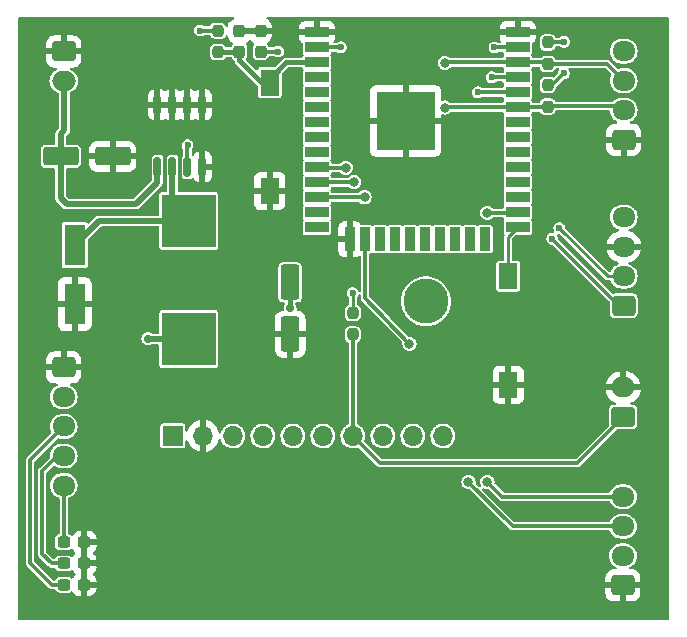
<source format=gbr>
%TF.GenerationSoftware,KiCad,Pcbnew,5.99.0-unknown-5c21f93803~130~ubuntu20.04.1*%
%TF.CreationDate,2021-06-27T12:50:21+02:00*%
%TF.ProjectId,ESP32-Reflow,45535033-322d-4526-9566-6c6f772e6b69,rev?*%
%TF.SameCoordinates,Original*%
%TF.FileFunction,Copper,L1,Top*%
%TF.FilePolarity,Positive*%
%FSLAX46Y46*%
G04 Gerber Fmt 4.6, Leading zero omitted, Abs format (unit mm)*
G04 Created by KiCad (PCBNEW 5.99.0-unknown-5c21f93803~130~ubuntu20.04.1) date 2021-06-27 12:50:21*
%MOMM*%
%LPD*%
G01*
G04 APERTURE LIST*
G04 Aperture macros list*
%AMRoundRect*
0 Rectangle with rounded corners*
0 $1 Rounding radius*
0 $2 $3 $4 $5 $6 $7 $8 $9 X,Y pos of 4 corners*
0 Add a 4 corners polygon primitive as box body*
4,1,4,$2,$3,$4,$5,$6,$7,$8,$9,$2,$3,0*
0 Add four circle primitives for the rounded corners*
1,1,$1+$1,$2,$3*
1,1,$1+$1,$4,$5*
1,1,$1+$1,$6,$7*
1,1,$1+$1,$8,$9*
0 Add four rect primitives between the rounded corners*
20,1,$1+$1,$2,$3,$4,$5,0*
20,1,$1+$1,$4,$5,$6,$7,0*
20,1,$1+$1,$6,$7,$8,$9,0*
20,1,$1+$1,$8,$9,$2,$3,0*%
G04 Aperture macros list end*
%TA.AperFunction,ComponentPad*%
%ADD10C,3.800000*%
%TD*%
%TA.AperFunction,SMDPad,CuDef*%
%ADD11R,4.562100X4.462100*%
%TD*%
%TA.AperFunction,ComponentPad*%
%ADD12O,1.950000X1.700000*%
%TD*%
%TA.AperFunction,ComponentPad*%
%ADD13RoundRect,0.250000X-0.725000X0.600000X-0.725000X-0.600000X0.725000X-0.600000X0.725000X0.600000X0*%
%TD*%
%TA.AperFunction,SMDPad,CuDef*%
%ADD14RoundRect,0.237500X-0.300000X-0.237500X0.300000X-0.237500X0.300000X0.237500X-0.300000X0.237500X0*%
%TD*%
%TA.AperFunction,ComponentPad*%
%ADD15RoundRect,0.250000X0.725000X-0.600000X0.725000X0.600000X-0.725000X0.600000X-0.725000X-0.600000X0*%
%TD*%
%TA.AperFunction,SMDPad,CuDef*%
%ADD16RoundRect,0.237500X-0.237500X0.250000X-0.237500X-0.250000X0.237500X-0.250000X0.237500X0.250000X0*%
%TD*%
%TA.AperFunction,ComponentPad*%
%ADD17RoundRect,0.250000X-0.750000X0.600000X-0.750000X-0.600000X0.750000X-0.600000X0.750000X0.600000X0*%
%TD*%
%TA.AperFunction,ComponentPad*%
%ADD18O,2.000000X1.700000*%
%TD*%
%TA.AperFunction,ComponentPad*%
%ADD19RoundRect,0.250000X0.750000X-0.600000X0.750000X0.600000X-0.750000X0.600000X-0.750000X-0.600000X0*%
%TD*%
%TA.AperFunction,ComponentPad*%
%ADD20O,1.700000X1.700000*%
%TD*%
%TA.AperFunction,ComponentPad*%
%ADD21R,1.700000X1.700000*%
%TD*%
%TA.AperFunction,SMDPad,CuDef*%
%ADD22RoundRect,0.250000X-0.550000X1.250000X-0.550000X-1.250000X0.550000X-1.250000X0.550000X1.250000X0*%
%TD*%
%TA.AperFunction,SMDPad,CuDef*%
%ADD23RoundRect,0.237500X0.237500X-0.300000X0.237500X0.300000X-0.237500X0.300000X-0.237500X-0.300000X0*%
%TD*%
%TA.AperFunction,SMDPad,CuDef*%
%ADD24R,2.000000X0.900000*%
%TD*%
%TA.AperFunction,SMDPad,CuDef*%
%ADD25R,0.900000X2.000000*%
%TD*%
%TA.AperFunction,SMDPad,CuDef*%
%ADD26R,5.000000X5.000000*%
%TD*%
%TA.AperFunction,SMDPad,CuDef*%
%ADD27R,1.600000X2.180000*%
%TD*%
%TA.AperFunction,SMDPad,CuDef*%
%ADD28RoundRect,0.250000X-1.250000X-0.550000X1.250000X-0.550000X1.250000X0.550000X-1.250000X0.550000X0*%
%TD*%
%TA.AperFunction,SMDPad,CuDef*%
%ADD29R,1.800000X3.500000*%
%TD*%
%TA.AperFunction,SMDPad,CuDef*%
%ADD30RoundRect,0.150000X0.150000X-0.675000X0.150000X0.675000X-0.150000X0.675000X-0.150000X-0.675000X0*%
%TD*%
%TA.AperFunction,SMDPad,CuDef*%
%ADD31RoundRect,0.237500X0.237500X-0.250000X0.237500X0.250000X-0.237500X0.250000X-0.237500X-0.250000X0*%
%TD*%
%TA.AperFunction,ViaPad*%
%ADD32C,0.800000*%
%TD*%
%TA.AperFunction,ViaPad*%
%ADD33C,0.700000*%
%TD*%
%TA.AperFunction,ViaPad*%
%ADD34C,0.600000*%
%TD*%
%TA.AperFunction,Conductor*%
%ADD35C,0.300000*%
%TD*%
%TA.AperFunction,Conductor*%
%ADD36C,0.400000*%
%TD*%
%TA.AperFunction,Conductor*%
%ADD37C,0.250000*%
%TD*%
%TA.AperFunction,Conductor*%
%ADD38C,0.500000*%
%TD*%
G04 APERTURE END LIST*
D10*
%TO.P,REF\u002A\u002A,1*%
%TO.N,N/C*%
X139000000Y-100200000D03*
%TD*%
D11*
%TO.P,L1,1,1*%
%TO.N,Net-(D1-Pad1)*%
X118920000Y-93390000D03*
%TO.P,L1,2,2*%
%TO.N,+3V3*%
X118920000Y-103390000D03*
%TD*%
D12*
%TO.P,J7,5,Pin_5*%
%TO.N,RT_CLK*%
X108325000Y-115800000D03*
%TO.P,J7,4,Pin_4*%
%TO.N,RT_DT*%
X108325000Y-113300000D03*
%TO.P,J7,3,Pin_3*%
%TO.N,RT_SW*%
X108325000Y-110800000D03*
%TO.P,J7,2,Pin_2*%
%TO.N,+3V3*%
X108325000Y-108300000D03*
D13*
%TO.P,J7,1,Pin_1*%
%TO.N,GND*%
X108325000Y-105800000D03*
%TD*%
D14*
%TO.P,C7,1*%
%TO.N,RT_SW*%
X108337500Y-124200000D03*
%TO.P,C7,2*%
%TO.N,GND*%
X110062500Y-124200000D03*
%TD*%
%TO.P,C6,1*%
%TO.N,RT_DT*%
X108337500Y-122400000D03*
%TO.P,C6,2*%
%TO.N,GND*%
X110062500Y-122400000D03*
%TD*%
%TO.P,C5,1*%
%TO.N,RT_CLK*%
X108337500Y-120600000D03*
%TO.P,C5,2*%
%TO.N,GND*%
X110062500Y-120600000D03*
%TD*%
D15*
%TO.P,J6,1,Pin_1*%
%TO.N,GND*%
X155675000Y-124250000D03*
D12*
%TO.P,J6,2,Pin_2*%
%TO.N,+3V3*%
X155675000Y-121750000D03*
%TO.P,J6,3,Pin_3*%
%TO.N,DIMMER_OUT*%
X155675000Y-119250000D03*
%TO.P,J6,4,Pin_4*%
%TO.N,DIMMER_ZC*%
X155675000Y-116750000D03*
%TD*%
D16*
%TO.P,R4,1*%
%TO.N,+3V3*%
X132800000Y-101187500D03*
%TO.P,R4,2*%
%TO.N,A0*%
X132800000Y-103012500D03*
%TD*%
%TO.P,R3,1*%
%TO.N,+3V3*%
X149300000Y-78287500D03*
%TO.P,R3,2*%
%TO.N,SCL*%
X149300000Y-80112500D03*
%TD*%
D15*
%TO.P,J5,1,Pin_1*%
%TO.N,GND*%
X155740000Y-86520000D03*
D12*
%TO.P,J5,2,Pin_2*%
%TO.N,SDA*%
X155740000Y-84020000D03*
%TO.P,J5,3,Pin_3*%
%TO.N,SCL*%
X155740000Y-81520000D03*
%TO.P,J5,4,Pin_4*%
%TO.N,+3V3*%
X155740000Y-79020000D03*
%TD*%
D15*
%TO.P,J4,1,Pin_1*%
%TO.N,RX*%
X155745000Y-100580000D03*
D12*
%TO.P,J4,2,Pin_2*%
%TO.N,TX*%
X155745000Y-98080000D03*
%TO.P,J4,3,Pin_3*%
%TO.N,GND*%
X155745000Y-95580000D03*
%TO.P,J4,4,Pin_4*%
%TO.N,+3V3*%
X155745000Y-93080000D03*
%TD*%
D17*
%TO.P,J3,1,Pin_1*%
%TO.N,GND*%
X108325000Y-79050000D03*
D18*
%TO.P,J3,2,Pin_2*%
%TO.N,VCC*%
X108325000Y-81550000D03*
%TD*%
D19*
%TO.P,J2,1,Pin_1*%
%TO.N,A0*%
X155700000Y-110000000D03*
D18*
%TO.P,J2,2,Pin_2*%
%TO.N,GND*%
X155700000Y-107500000D03*
%TD*%
D20*
%TO.P,J1,10,Pin_10*%
%TO.N,A3*%
X140435000Y-111600000D03*
%TO.P,J1,9,Pin_9*%
%TO.N,A2*%
X137895000Y-111600000D03*
%TO.P,J1,8,Pin_8*%
%TO.N,A1*%
X135355000Y-111600000D03*
%TO.P,J1,7,Pin_7*%
%TO.N,A0*%
X132815000Y-111600000D03*
%TO.P,J1,6,Pin_6*%
%TO.N,unconnected-(J1-Pad6)*%
X130275000Y-111600000D03*
%TO.P,J1,5,Pin_5*%
%TO.N,unconnected-(J1-Pad5)*%
X127735000Y-111600000D03*
%TO.P,J1,4,Pin_4*%
%TO.N,SDA*%
X125195000Y-111600000D03*
%TO.P,J1,3,Pin_3*%
%TO.N,SCL*%
X122655000Y-111600000D03*
%TO.P,J1,2,Pin_2*%
%TO.N,GND*%
X120115000Y-111600000D03*
D21*
%TO.P,J1,1,Pin_1*%
%TO.N,+3V3*%
X117575000Y-111600000D03*
%TD*%
D22*
%TO.P,C4,1*%
%TO.N,+3V3*%
X127500000Y-98600000D03*
%TO.P,C4,2*%
%TO.N,GND*%
X127500000Y-103000000D03*
%TD*%
D23*
%TO.P,C3,1*%
%TO.N,EN*%
X123200000Y-79062500D03*
%TO.P,C3,2*%
%TO.N,GND*%
X123200000Y-77337500D03*
%TD*%
D24*
%TO.P,U2,1,GND*%
%TO.N,GND*%
X129770000Y-77435000D03*
%TO.P,U2,2,VDD*%
%TO.N,+3V3*%
X129770000Y-78705000D03*
%TO.P,U2,3,EN*%
%TO.N,EN*%
X129770000Y-79975000D03*
%TO.P,U2,4,SENSOR_VP*%
%TO.N,unconnected-(U2-Pad4)*%
X129770000Y-81245000D03*
%TO.P,U2,5,SENSOR_VN*%
%TO.N,unconnected-(U2-Pad5)*%
X129770000Y-82515000D03*
%TO.P,U2,6,IO34*%
%TO.N,unconnected-(U2-Pad6)*%
X129770000Y-83785000D03*
%TO.P,U2,7,IO35*%
%TO.N,unconnected-(U2-Pad7)*%
X129770000Y-85055000D03*
%TO.P,U2,8,IO32*%
%TO.N,unconnected-(U2-Pad8)*%
X129770000Y-86325000D03*
%TO.P,U2,9,IO33*%
%TO.N,unconnected-(U2-Pad9)*%
X129770000Y-87595000D03*
%TO.P,U2,10,IO25*%
%TO.N,RT_SW*%
X129770000Y-88865000D03*
%TO.P,U2,11,IO26*%
%TO.N,RT_DT*%
X129770000Y-90135000D03*
%TO.P,U2,12,IO27*%
%TO.N,RT_CLK*%
X129770000Y-91405000D03*
%TO.P,U2,13,IO14*%
%TO.N,unconnected-(U2-Pad13)*%
X129770000Y-92675000D03*
%TO.P,U2,14,IO12*%
%TO.N,unconnected-(U2-Pad14)*%
X129770000Y-93945000D03*
D25*
%TO.P,U2,15,GND*%
%TO.N,GND*%
X132555000Y-94945000D03*
%TO.P,U2,16,IO13*%
%TO.N,DIMMER_OUT*%
X133825000Y-94945000D03*
%TO.P,U2,17,SHD/SD2*%
%TO.N,unconnected-(U2-Pad17)*%
X135095000Y-94945000D03*
%TO.P,U2,18,SWP/SD3*%
%TO.N,unconnected-(U2-Pad18)*%
X136365000Y-94945000D03*
%TO.P,U2,19,SCS/CMD*%
%TO.N,unconnected-(U2-Pad19)*%
X137635000Y-94945000D03*
%TO.P,U2,20,SCK/CLK*%
%TO.N,unconnected-(U2-Pad20)*%
X138905000Y-94945000D03*
%TO.P,U2,21,SDO/SD0*%
%TO.N,unconnected-(U2-Pad21)*%
X140175000Y-94945000D03*
%TO.P,U2,22,SDI/SD1*%
%TO.N,unconnected-(U2-Pad22)*%
X141445000Y-94945000D03*
%TO.P,U2,23,IO15*%
%TO.N,unconnected-(U2-Pad23)*%
X142715000Y-94945000D03*
%TO.P,U2,24,IO2*%
%TO.N,unconnected-(U2-Pad24)*%
X143985000Y-94945000D03*
D24*
%TO.P,U2,25,IO0*%
%TO.N,GPIO0*%
X146770000Y-93945000D03*
%TO.P,U2,26,IO4*%
%TO.N,DIMMER_ZC*%
X146770000Y-92675000D03*
%TO.P,U2,27,IO16*%
%TO.N,unconnected-(U2-Pad27)*%
X146770000Y-91405000D03*
%TO.P,U2,28,IO17*%
%TO.N,unconnected-(U2-Pad28)*%
X146770000Y-90135000D03*
%TO.P,U2,29,IO5*%
%TO.N,unconnected-(U2-Pad29)*%
X146770000Y-88865000D03*
%TO.P,U2,30,IO18*%
%TO.N,unconnected-(U2-Pad30)*%
X146770000Y-87595000D03*
%TO.P,U2,31,IO19*%
%TO.N,unconnected-(U2-Pad31)*%
X146770000Y-86325000D03*
%TO.P,U2,32,NC*%
%TO.N,unconnected-(U2-Pad32)*%
X146770000Y-85055000D03*
%TO.P,U2,33,IO21*%
%TO.N,SDA*%
X146770000Y-83785000D03*
%TO.P,U2,34,RXD0/IO3*%
%TO.N,RX*%
X146770000Y-82515000D03*
%TO.P,U2,35,TXD0/IO1*%
%TO.N,TX*%
X146770000Y-81245000D03*
%TO.P,U2,36,IO22*%
%TO.N,SCL*%
X146770000Y-79975000D03*
%TO.P,U2,37,IO23*%
%TO.N,+3V3*%
X146770000Y-78705000D03*
%TO.P,U2,38,GND*%
%TO.N,GND*%
X146770000Y-77435000D03*
D26*
%TO.P,U2,39,GND*%
X137270000Y-84935000D03*
%TD*%
D27*
%TO.P,SW1,1,A*%
%TO.N,GND*%
X125770000Y-90865000D03*
%TO.P,SW1,2,B*%
%TO.N,EN*%
X125770000Y-81685000D03*
%TD*%
%TO.P,SW2,2,B*%
%TO.N,GPIO0*%
X145970000Y-98085000D03*
%TO.P,SW2,1,A*%
%TO.N,GND*%
X145970000Y-107265000D03*
%TD*%
D23*
%TO.P,C2,1*%
%TO.N,+3V3*%
X124992000Y-79052500D03*
%TO.P,C2,2*%
%TO.N,GND*%
X124992000Y-77327500D03*
%TD*%
D16*
%TO.P,R2,1*%
%TO.N,+3V3*%
X149300000Y-81887500D03*
%TO.P,R2,2*%
%TO.N,SDA*%
X149300000Y-83712500D03*
%TD*%
D28*
%TO.P,C1,1*%
%TO.N,VCC*%
X108070000Y-87940000D03*
%TO.P,C1,2*%
%TO.N,GND*%
X112470000Y-87940000D03*
%TD*%
D29*
%TO.P,D1,1,K*%
%TO.N,Net-(D1-Pad1)*%
X109270000Y-95440000D03*
%TO.P,D1,2,A*%
%TO.N,GND*%
X109270000Y-100440000D03*
%TD*%
D30*
%TO.P,U1,1,IN*%
%TO.N,VCC*%
X116265000Y-88815000D03*
%TO.P,U1,2,OUT*%
%TO.N,Net-(D1-Pad1)*%
X117535000Y-88815000D03*
%TO.P,U1,3,FB*%
%TO.N,+3V3*%
X118805000Y-88815000D03*
%TO.P,U1,4,SD*%
%TO.N,GND*%
X120075000Y-88815000D03*
%TO.P,U1,5,GND*%
X120075000Y-83565000D03*
%TO.P,U1,6,GND*%
X118805000Y-83565000D03*
%TO.P,U1,7,GND*%
X117535000Y-83565000D03*
%TO.P,U1,8,GND*%
X116265000Y-83565000D03*
%TD*%
D31*
%TO.P,R1,1*%
%TO.N,EN*%
X121400000Y-79112500D03*
%TO.P,R1,2*%
%TO.N,+3V3*%
X121400000Y-77287500D03*
%TD*%
D32*
%TO.N,RT_SW*%
X132200000Y-88900000D03*
%TO.N,RT_DT*%
X132900000Y-90100000D03*
%TO.N,RT_CLK*%
X133800000Y-91400000D03*
%TO.N,DIMMER_OUT*%
X137600000Y-103800000D03*
X142600000Y-115500000D03*
%TO.N,DIMMER_ZC*%
X144200000Y-92700000D03*
X144200000Y-115500000D03*
%TO.N,SCL*%
X140600000Y-80000000D03*
%TO.N,SDA*%
X140600000Y-83800000D03*
D33*
%TO.N,+3V3*%
X127500000Y-100800000D03*
D34*
X132800000Y-99500000D03*
%TO.N,TX*%
X144570000Y-81240000D03*
X150300000Y-94000000D03*
%TO.N,RX*%
X143395000Y-82515000D03*
X149700000Y-94900000D03*
D33*
%TO.N,+3V3*%
X115470000Y-103375000D03*
D34*
X126482000Y-79057000D03*
X131787000Y-78705000D03*
X144799000Y-78705000D03*
X150670000Y-78240000D03*
X119878000Y-77279000D03*
X118810000Y-86975000D03*
X150670000Y-80900000D03*
%TD*%
D35*
%TO.N,RT_SW*%
X107300000Y-124200000D02*
X105500000Y-122400000D01*
X108337500Y-124200000D02*
X107300000Y-124200000D01*
X105500000Y-122400000D02*
X105500000Y-113625000D01*
X105500000Y-113625000D02*
X108325000Y-110800000D01*
%TO.N,RT_DT*%
X108337500Y-122400000D02*
X107300000Y-122400000D01*
X107300000Y-122400000D02*
X106500000Y-121600000D01*
X106500000Y-114600000D02*
X107800000Y-113300000D01*
X106500000Y-121600000D02*
X106500000Y-114600000D01*
X107800000Y-113300000D02*
X108325000Y-113300000D01*
%TO.N,RT_CLK*%
X108337500Y-120600000D02*
X108337500Y-115812500D01*
X108337500Y-115812500D02*
X108325000Y-115800000D01*
%TO.N,RT_SW*%
X129805000Y-88900000D02*
X129770000Y-88865000D01*
X132200000Y-88900000D02*
X129805000Y-88900000D01*
%TO.N,RT_DT*%
X132900000Y-90100000D02*
X132865000Y-90135000D01*
X132865000Y-90135000D02*
X129770000Y-90135000D01*
D36*
%TO.N,+3V3*%
X127500000Y-100800000D02*
X127500000Y-98600000D01*
D35*
%TO.N,RT_CLK*%
X133800000Y-91400000D02*
X133795000Y-91405000D01*
X133795000Y-91405000D02*
X129770000Y-91405000D01*
%TO.N,A0*%
X132800000Y-111585000D02*
X132800000Y-103012500D01*
%TO.N,DIMMER_OUT*%
X137600000Y-103800000D02*
X133825000Y-99925000D01*
X133825000Y-99925000D02*
X133825000Y-94945000D01*
X155675000Y-119250000D02*
X146350000Y-119250000D01*
X146350000Y-119250000D02*
X142600000Y-115500000D01*
%TO.N,DIMMER_ZC*%
X155675000Y-116750000D02*
X145450000Y-116750000D01*
X145450000Y-116750000D02*
X144200000Y-115500000D01*
X146745000Y-92700000D02*
X146770000Y-92675000D01*
X144200000Y-92700000D02*
X146745000Y-92700000D01*
%TO.N,A0*%
X155700000Y-110000000D02*
X151800000Y-113900000D01*
X135115000Y-113900000D02*
X132815000Y-111600000D01*
X151800000Y-113900000D02*
X135115000Y-113900000D01*
%TO.N,SCL*%
X140600000Y-80000000D02*
X140625000Y-79975000D01*
X140625000Y-79975000D02*
X146770000Y-79975000D01*
%TO.N,SDA*%
X140600000Y-83800000D02*
X140615000Y-83785000D01*
X140615000Y-83785000D02*
X146770000Y-83785000D01*
%TO.N,A3*%
X140400000Y-111585000D02*
X140415000Y-111600000D01*
D37*
%TO.N,GPIO0*%
X145970000Y-98085000D02*
X145970000Y-94745000D01*
X145970000Y-94745000D02*
X146770000Y-93945000D01*
D38*
%TO.N,Net-(D1-Pad1)*%
X118920000Y-93390000D02*
X111320000Y-93390000D01*
X111320000Y-93390000D02*
X109270000Y-95440000D01*
D35*
%TO.N,+3V3*%
X149300000Y-81887500D02*
X149682500Y-81887500D01*
X149682500Y-81887500D02*
X150670000Y-80900000D01*
D37*
%TO.N,TX*%
X150300000Y-94000000D02*
X154370000Y-98075000D01*
X154370000Y-98075000D02*
X155745000Y-98075000D01*
%TO.N,RX*%
X149700000Y-94900000D02*
X155370000Y-100575000D01*
X155370000Y-100575000D02*
X155745000Y-100575000D01*
%TO.N,+3V3*%
X132800000Y-101187500D02*
X132800000Y-99500000D01*
D35*
%TO.N,SCL*%
X149142500Y-79975000D02*
X149270000Y-80102500D01*
X146770000Y-79975000D02*
X149142500Y-79975000D01*
X149270000Y-80102500D02*
X154322500Y-80102500D01*
X154322500Y-80102500D02*
X155745000Y-81525000D01*
%TO.N,SDA*%
X146770000Y-83785000D02*
X149175000Y-83785000D01*
X155410000Y-83690000D02*
X155745000Y-84025000D01*
X149175000Y-83785000D02*
X149270000Y-83690000D01*
X156010000Y-83690000D02*
X156270000Y-83950000D01*
X149270000Y-83690000D02*
X155410000Y-83690000D01*
%TO.N,TX*%
X144570000Y-81240000D02*
X146765000Y-81240000D01*
X146765000Y-81240000D02*
X146770000Y-81245000D01*
%TO.N,RX*%
X143395000Y-82515000D02*
X146770000Y-82515000D01*
X143370000Y-82540000D02*
X143395000Y-82515000D01*
D36*
%TO.N,EN*%
X123180000Y-79052500D02*
X123180000Y-79760000D01*
X123130000Y-79102500D02*
X123180000Y-79052500D01*
X121402000Y-79102500D02*
X123130000Y-79102500D01*
X129770000Y-79975000D02*
X127170000Y-79975000D01*
X125105000Y-81685000D02*
X123180000Y-79760000D01*
X125770000Y-81375000D02*
X125770000Y-81685000D01*
X125770000Y-81685000D02*
X125105000Y-81685000D01*
X127170000Y-79975000D02*
X125770000Y-81375000D01*
D35*
%TO.N,+3V3*%
X131787000Y-78705000D02*
X131816000Y-78676000D01*
D38*
X115470000Y-103375000D02*
X115485000Y-103390000D01*
D35*
X144799000Y-78705000D02*
X144770000Y-78676000D01*
X118805000Y-87055000D02*
X118805000Y-88815000D01*
X126477500Y-79052500D02*
X126482000Y-79057000D01*
X124992000Y-79052500D02*
X126477500Y-79052500D01*
X149270000Y-78277500D02*
X150632500Y-78277500D01*
X121402000Y-77277500D02*
X119879500Y-77277500D01*
D38*
X115485000Y-103390000D02*
X118920000Y-103390000D01*
D35*
X129770000Y-78705000D02*
X131787000Y-78705000D01*
X150632500Y-78277500D02*
X150670000Y-78240000D01*
X146770000Y-78705000D02*
X144799000Y-78705000D01*
X119879500Y-77277500D02*
X119878000Y-77279000D01*
D38*
%TO.N,Net-(D1-Pad1)*%
X117535000Y-92005000D02*
X118920000Y-93390000D01*
X117535000Y-88815000D02*
X117535000Y-92005000D01*
%TO.N,VCC*%
X108570000Y-91975000D02*
X114455000Y-91975000D01*
X108395000Y-85715000D02*
X108395000Y-81575000D01*
X114455000Y-91975000D02*
X114470000Y-91960000D01*
X116265000Y-88815000D02*
X116265000Y-90165000D01*
X108070000Y-86040000D02*
X108395000Y-85715000D01*
X108070000Y-91475000D02*
X108570000Y-91975000D01*
X108070000Y-87940000D02*
X108070000Y-86040000D01*
X108070000Y-87940000D02*
X108070000Y-91475000D01*
X116265000Y-90165000D02*
X114470000Y-91960000D01*
D35*
%TO.N,DIMMER_OUT*%
X133770000Y-95000000D02*
X133825000Y-94945000D01*
%TD*%
%TA.AperFunction,Conductor*%
%TO.N,GND*%
G36*
X122745579Y-76158907D02*
G01*
X122781543Y-76208407D01*
X122781543Y-76269593D01*
X122745579Y-76319093D01*
X122721167Y-76332059D01*
X122631865Y-76364474D01*
X122621644Y-76369592D01*
X122485904Y-76458588D01*
X122477134Y-76465921D01*
X122365507Y-76583757D01*
X122358663Y-76592905D01*
X122277135Y-76733265D01*
X122272579Y-76743744D01*
X122234141Y-76870656D01*
X122199178Y-76920868D01*
X122141378Y-76940939D01*
X122082820Y-76923204D01*
X122050147Y-76884813D01*
X122007101Y-76795169D01*
X122007100Y-76795168D01*
X122003897Y-76788497D01*
X121983950Y-76766918D01*
X121919507Y-76697205D01*
X121914482Y-76691769D01*
X121800579Y-76625609D01*
X121746110Y-76612984D01*
X121693437Y-76600775D01*
X121693435Y-76600775D01*
X121687935Y-76599500D01*
X121129243Y-76599500D01*
X121032240Y-76614084D01*
X120913497Y-76671103D01*
X120908064Y-76676126D01*
X120908063Y-76676126D01*
X120866994Y-76714090D01*
X120816769Y-76760518D01*
X120750609Y-76874421D01*
X120748502Y-76873197D01*
X120716735Y-76911592D01*
X120663694Y-76927000D01*
X120279053Y-76927000D01*
X120220862Y-76908093D01*
X120214715Y-76903194D01*
X120210303Y-76898074D01*
X120090033Y-76820118D01*
X120083275Y-76818097D01*
X120083273Y-76818096D01*
X119959479Y-76781074D01*
X119952718Y-76779052D01*
X119866694Y-76778527D01*
X119816448Y-76778220D01*
X119809396Y-76778177D01*
X119802620Y-76780114D01*
X119802617Y-76780114D01*
X119678369Y-76815624D01*
X119678367Y-76815625D01*
X119671589Y-76817562D01*
X119550375Y-76894042D01*
X119455499Y-77001469D01*
X119394588Y-77131206D01*
X119372538Y-77272824D01*
X119391121Y-77414939D01*
X119448845Y-77546126D01*
X119453382Y-77551523D01*
X119453383Y-77551525D01*
X119493711Y-77599500D01*
X119541068Y-77655838D01*
X119660377Y-77735257D01*
X119667104Y-77737359D01*
X119667107Y-77737360D01*
X119790448Y-77775894D01*
X119790449Y-77775894D01*
X119797180Y-77777997D01*
X119868831Y-77779311D01*
X119933427Y-77780495D01*
X119933429Y-77780495D01*
X119940481Y-77780624D01*
X119947284Y-77778769D01*
X119947286Y-77778769D01*
X120014228Y-77760518D01*
X120078758Y-77742925D01*
X120147725Y-77700579D01*
X120194888Y-77671621D01*
X120194890Y-77671619D01*
X120200897Y-77667931D01*
X120207565Y-77660564D01*
X120209639Y-77659374D01*
X120211057Y-77658197D01*
X120211261Y-77658443D01*
X120260632Y-77630110D01*
X120280963Y-77628000D01*
X120657708Y-77628000D01*
X120715899Y-77646907D01*
X120746952Y-77684146D01*
X120792080Y-77778126D01*
X120796103Y-77786503D01*
X120801126Y-77791936D01*
X120801126Y-77791937D01*
X120821967Y-77814482D01*
X120885518Y-77883231D01*
X120999421Y-77949391D01*
X121006636Y-77951063D01*
X121006635Y-77951063D01*
X121106563Y-77974225D01*
X121106565Y-77974225D01*
X121112065Y-77975500D01*
X121670757Y-77975500D01*
X121767760Y-77960916D01*
X121877765Y-77908093D01*
X121879831Y-77907101D01*
X121879832Y-77907100D01*
X121886503Y-77903897D01*
X121897713Y-77893535D01*
X121977795Y-77819507D01*
X121983231Y-77814482D01*
X122028027Y-77737360D01*
X122041465Y-77714225D01*
X122087042Y-77673403D01*
X122147909Y-77667167D01*
X122200817Y-77697898D01*
X122225406Y-77752485D01*
X122231463Y-77804436D01*
X122234092Y-77815561D01*
X122289474Y-77968135D01*
X122294592Y-77978356D01*
X122383588Y-78114096D01*
X122390921Y-78122866D01*
X122508757Y-78234493D01*
X122517907Y-78241339D01*
X122624938Y-78303508D01*
X122665759Y-78349085D01*
X122671995Y-78409951D01*
X122642414Y-78461812D01*
X122616769Y-78485518D01*
X122550609Y-78599421D01*
X122548937Y-78606633D01*
X122548937Y-78606634D01*
X122544598Y-78625355D01*
X122513039Y-78677773D01*
X122456697Y-78701631D01*
X122448155Y-78702000D01*
X122108678Y-78702000D01*
X122050487Y-78683093D01*
X122019435Y-78645856D01*
X122003897Y-78613497D01*
X121990797Y-78599325D01*
X121919507Y-78522205D01*
X121914482Y-78516769D01*
X121800579Y-78450609D01*
X121750856Y-78439084D01*
X121693437Y-78425775D01*
X121693435Y-78425775D01*
X121687935Y-78424500D01*
X121129243Y-78424500D01*
X121032240Y-78439084D01*
X121008239Y-78450609D01*
X120956366Y-78475518D01*
X120913497Y-78496103D01*
X120908064Y-78501126D01*
X120908063Y-78501126D01*
X120832737Y-78570757D01*
X120816769Y-78585518D01*
X120750609Y-78699421D01*
X120748937Y-78706635D01*
X120728224Y-78796000D01*
X120724500Y-78812065D01*
X120724500Y-79395757D01*
X120739084Y-79492760D01*
X120759224Y-79534702D01*
X120790722Y-79600296D01*
X120796103Y-79611503D01*
X120801126Y-79616936D01*
X120801126Y-79616937D01*
X120831154Y-79649421D01*
X120885518Y-79708231D01*
X120999421Y-79774391D01*
X121022632Y-79779771D01*
X121106563Y-79799225D01*
X121106565Y-79799225D01*
X121112065Y-79800500D01*
X121670757Y-79800500D01*
X121767760Y-79785916D01*
X121870270Y-79736692D01*
X121879831Y-79732101D01*
X121879832Y-79732100D01*
X121886503Y-79728897D01*
X121922249Y-79695854D01*
X121977795Y-79644507D01*
X121977797Y-79644505D01*
X121983231Y-79639482D01*
X122033884Y-79552276D01*
X122079461Y-79511454D01*
X122119491Y-79503000D01*
X122481718Y-79503000D01*
X122539909Y-79521907D01*
X122570962Y-79559146D01*
X122592899Y-79604832D01*
X122592901Y-79604835D01*
X122596103Y-79611503D01*
X122601126Y-79616936D01*
X122601126Y-79616937D01*
X122631154Y-79649421D01*
X122685518Y-79708231D01*
X122728781Y-79733360D01*
X122730217Y-79734194D01*
X122771039Y-79779771D01*
X122777031Y-79808144D01*
X122778274Y-79807947D01*
X122779493Y-79815644D01*
X122779493Y-79823434D01*
X122781900Y-79830842D01*
X122786947Y-79846377D01*
X122790572Y-79861476D01*
X122794347Y-79885306D01*
X122801400Y-79899148D01*
X122805296Y-79906794D01*
X122811241Y-79921145D01*
X122818697Y-79944093D01*
X122823278Y-79950398D01*
X122832876Y-79963608D01*
X122840991Y-79976849D01*
X122851944Y-79998347D01*
X122941653Y-80088056D01*
X122941668Y-80088063D01*
X122941692Y-80088084D01*
X124735504Y-81881896D01*
X124763281Y-81936413D01*
X124764500Y-81951900D01*
X124764500Y-82775000D01*
X124773213Y-82818800D01*
X124776173Y-82833681D01*
X124780143Y-82853641D01*
X124824690Y-82920310D01*
X124891359Y-82964857D01*
X124900922Y-82966759D01*
X124900924Y-82966760D01*
X124923533Y-82971257D01*
X124970000Y-82980500D01*
X126570000Y-82980500D01*
X126616467Y-82971257D01*
X126639076Y-82966760D01*
X126639078Y-82966759D01*
X126648641Y-82964857D01*
X126715310Y-82920310D01*
X126759857Y-82853641D01*
X126763828Y-82833681D01*
X126766787Y-82818800D01*
X126775500Y-82775000D01*
X126775500Y-80976900D01*
X126794407Y-80918709D01*
X126804496Y-80906896D01*
X127306896Y-80404496D01*
X127361413Y-80376719D01*
X127376900Y-80375500D01*
X128473406Y-80375500D01*
X128531597Y-80394407D01*
X128567561Y-80443907D01*
X128570503Y-80455185D01*
X128578239Y-80494072D01*
X128578240Y-80494075D01*
X128580143Y-80503641D01*
X128585562Y-80511751D01*
X128614459Y-80554998D01*
X128631068Y-80613886D01*
X128614459Y-80665001D01*
X128580143Y-80716359D01*
X128578241Y-80725922D01*
X128578240Y-80725924D01*
X128575430Y-80740052D01*
X128564500Y-80795000D01*
X128564500Y-81695000D01*
X128568073Y-81712961D01*
X128577875Y-81762238D01*
X128580143Y-81773641D01*
X128585562Y-81781751D01*
X128614459Y-81824998D01*
X128631068Y-81883886D01*
X128614459Y-81935001D01*
X128580143Y-81986359D01*
X128578241Y-81995922D01*
X128578240Y-81995924D01*
X128574601Y-82014220D01*
X128564500Y-82065000D01*
X128564500Y-82965000D01*
X128568677Y-82985999D01*
X128576336Y-83024500D01*
X128580143Y-83043641D01*
X128585562Y-83051751D01*
X128614459Y-83094998D01*
X128631068Y-83153886D01*
X128614459Y-83205001D01*
X128580143Y-83256359D01*
X128578241Y-83265922D01*
X128578240Y-83265924D01*
X128576311Y-83275622D01*
X128564500Y-83335000D01*
X128564500Y-84235000D01*
X128572750Y-84276475D01*
X128577986Y-84302795D01*
X128580143Y-84313641D01*
X128585562Y-84321751D01*
X128614459Y-84364998D01*
X128631068Y-84423886D01*
X128614459Y-84475001D01*
X128580143Y-84526359D01*
X128564500Y-84605000D01*
X128564500Y-85505000D01*
X128580143Y-85583641D01*
X128585562Y-85591751D01*
X128614459Y-85634998D01*
X128631068Y-85693886D01*
X128614459Y-85745001D01*
X128580143Y-85796359D01*
X128564500Y-85875000D01*
X128564500Y-86775000D01*
X128569771Y-86801498D01*
X128577451Y-86840106D01*
X128580143Y-86853641D01*
X128585562Y-86861751D01*
X128614459Y-86904998D01*
X128631068Y-86963886D01*
X128614459Y-87015001D01*
X128580143Y-87066359D01*
X128564500Y-87145000D01*
X128564500Y-88045000D01*
X128567234Y-88058742D01*
X128578234Y-88114043D01*
X128580143Y-88123641D01*
X128585562Y-88131751D01*
X128614459Y-88174998D01*
X128631068Y-88233886D01*
X128614459Y-88285001D01*
X128580143Y-88336359D01*
X128564500Y-88415000D01*
X128564500Y-89315000D01*
X128580143Y-89393641D01*
X128585562Y-89401751D01*
X128614459Y-89444998D01*
X128631068Y-89503886D01*
X128614459Y-89555001D01*
X128580143Y-89606359D01*
X128564500Y-89685000D01*
X128564500Y-90585000D01*
X128580143Y-90663641D01*
X128608113Y-90705500D01*
X128614459Y-90714998D01*
X128631068Y-90773886D01*
X128614459Y-90825001D01*
X128580143Y-90876359D01*
X128564500Y-90955000D01*
X128564500Y-91855000D01*
X128573213Y-91898800D01*
X128577515Y-91920427D01*
X128580143Y-91933641D01*
X128585562Y-91941751D01*
X128614459Y-91984998D01*
X128631068Y-92043886D01*
X128614459Y-92095001D01*
X128580143Y-92146359D01*
X128564500Y-92225000D01*
X128564500Y-93125000D01*
X128580143Y-93203641D01*
X128585562Y-93211751D01*
X128614459Y-93254998D01*
X128631068Y-93313886D01*
X128614459Y-93365001D01*
X128580143Y-93416359D01*
X128578241Y-93425922D01*
X128578240Y-93425924D01*
X128575392Y-93440243D01*
X128564500Y-93495000D01*
X128564500Y-94395000D01*
X128580143Y-94473641D01*
X128624690Y-94540310D01*
X128691359Y-94584857D01*
X128700922Y-94586759D01*
X128700924Y-94586760D01*
X128726200Y-94591787D01*
X128770000Y-94600500D01*
X130770000Y-94600500D01*
X130813800Y-94591787D01*
X130839076Y-94586760D01*
X130839078Y-94586759D01*
X130848641Y-94584857D01*
X130915310Y-94540310D01*
X130959857Y-94473641D01*
X130975500Y-94395000D01*
X130975500Y-93948543D01*
X131592000Y-93948543D01*
X131592000Y-94675320D01*
X131596122Y-94688005D01*
X131600243Y-94691000D01*
X132285320Y-94691000D01*
X132298005Y-94686878D01*
X132301000Y-94682757D01*
X132301000Y-93447680D01*
X132296878Y-93434995D01*
X132292757Y-93432000D01*
X132106764Y-93432000D01*
X132103244Y-93432126D01*
X132037285Y-93436843D01*
X132026900Y-93438717D01*
X131898686Y-93476364D01*
X131885935Y-93482187D01*
X131775013Y-93553472D01*
X131764419Y-93562651D01*
X131678074Y-93662299D01*
X131670496Y-93674090D01*
X131615722Y-93794029D01*
X131611772Y-93807484D01*
X131592505Y-93941491D01*
X131592000Y-93948543D01*
X130975500Y-93948543D01*
X130975500Y-93495000D01*
X130964608Y-93440243D01*
X130961760Y-93425924D01*
X130961759Y-93425922D01*
X130959857Y-93416359D01*
X130925541Y-93365001D01*
X130908932Y-93306114D01*
X130925541Y-93254998D01*
X130954438Y-93211751D01*
X130959857Y-93203641D01*
X130975500Y-93125000D01*
X130975500Y-92225000D01*
X130959857Y-92146359D01*
X130925541Y-92095001D01*
X130908932Y-92036114D01*
X130925541Y-91984998D01*
X130954438Y-91941751D01*
X130959857Y-91933641D01*
X130962486Y-91920427D01*
X130966787Y-91898800D01*
X130975500Y-91855000D01*
X130975500Y-91850140D01*
X130975977Y-91845298D01*
X130978412Y-91845538D01*
X130994407Y-91796309D01*
X131043907Y-91760345D01*
X131074500Y-91755500D01*
X133267276Y-91755500D01*
X133325467Y-91774407D01*
X133345817Y-91794232D01*
X133367894Y-91823003D01*
X133367899Y-91823008D01*
X133371847Y-91828153D01*
X133497250Y-91924378D01*
X133643285Y-91984868D01*
X133800000Y-92005500D01*
X133956715Y-91984868D01*
X134102750Y-91924378D01*
X134228153Y-91828153D01*
X134324378Y-91702750D01*
X134384868Y-91556715D01*
X134405500Y-91400000D01*
X134384868Y-91243285D01*
X134324378Y-91097250D01*
X134228153Y-90971847D01*
X134102750Y-90875622D01*
X133956715Y-90815132D01*
X133800000Y-90794500D01*
X133643285Y-90815132D01*
X133497250Y-90875622D01*
X133371847Y-90971847D01*
X133367893Y-90977000D01*
X133338146Y-91015767D01*
X133287722Y-91050423D01*
X133259604Y-91054500D01*
X131074500Y-91054500D01*
X131016309Y-91035593D01*
X130980345Y-90986093D01*
X130976942Y-90964607D01*
X130975977Y-90964702D01*
X130975500Y-90959858D01*
X130975500Y-90955000D01*
X130959857Y-90876359D01*
X130925541Y-90825001D01*
X130908932Y-90766114D01*
X130925541Y-90714998D01*
X130931888Y-90705500D01*
X130959857Y-90663641D01*
X130975500Y-90585000D01*
X130975500Y-90580140D01*
X130975977Y-90575298D01*
X130978412Y-90575538D01*
X130994407Y-90526309D01*
X131043907Y-90490345D01*
X131074500Y-90485500D01*
X132390296Y-90485500D01*
X132448487Y-90504407D01*
X132463090Y-90518633D01*
X132463307Y-90518416D01*
X132467898Y-90523007D01*
X132471847Y-90528153D01*
X132597250Y-90624378D01*
X132743285Y-90684868D01*
X132900000Y-90705500D01*
X133056715Y-90684868D01*
X133202750Y-90624378D01*
X133328153Y-90528153D01*
X133424378Y-90402750D01*
X133484868Y-90256715D01*
X133505500Y-90100000D01*
X133484868Y-89943285D01*
X133424378Y-89797250D01*
X133328153Y-89671847D01*
X133202750Y-89575622D01*
X133078288Y-89524068D01*
X133062712Y-89517616D01*
X133056715Y-89515132D01*
X132900000Y-89494500D01*
X132743285Y-89515132D01*
X132737288Y-89517616D01*
X132658322Y-89550325D01*
X132597325Y-89555126D01*
X132576151Y-89542150D01*
X132563975Y-89592866D01*
X132539831Y-89619681D01*
X132471847Y-89671847D01*
X132467899Y-89676992D01*
X132467898Y-89676993D01*
X132415125Y-89745768D01*
X132364700Y-89780423D01*
X132336583Y-89784500D01*
X131074500Y-89784500D01*
X131016309Y-89765593D01*
X130980345Y-89716093D01*
X130976942Y-89694607D01*
X130975977Y-89694702D01*
X130975500Y-89689858D01*
X130975500Y-89685000D01*
X130959857Y-89606359D01*
X130925541Y-89555001D01*
X130908932Y-89496114D01*
X130925541Y-89444998D01*
X130954438Y-89401751D01*
X130959857Y-89393641D01*
X130972479Y-89330185D01*
X131002376Y-89276802D01*
X131057941Y-89251186D01*
X131069577Y-89250500D01*
X131663441Y-89250500D01*
X131721632Y-89269407D01*
X131741982Y-89289232D01*
X131771847Y-89328153D01*
X131897250Y-89424378D01*
X132043285Y-89484868D01*
X132200000Y-89505500D01*
X132356715Y-89484868D01*
X132441678Y-89449675D01*
X132502675Y-89444874D01*
X132523849Y-89457850D01*
X132536025Y-89407134D01*
X132560169Y-89380319D01*
X132623000Y-89332107D01*
X132628153Y-89328153D01*
X132724378Y-89202750D01*
X132773284Y-89084680D01*
X132782384Y-89062712D01*
X132784868Y-89056715D01*
X132803721Y-88913513D01*
X132804653Y-88906434D01*
X132805500Y-88900000D01*
X132784868Y-88743285D01*
X132724378Y-88597250D01*
X132628153Y-88471847D01*
X132502750Y-88375622D01*
X132356715Y-88315132D01*
X132200000Y-88294500D01*
X132043285Y-88315132D01*
X131897250Y-88375622D01*
X131771847Y-88471847D01*
X131767893Y-88477000D01*
X131741983Y-88510767D01*
X131691559Y-88545423D01*
X131663441Y-88549500D01*
X131074500Y-88549500D01*
X131016309Y-88530593D01*
X130980345Y-88481093D01*
X130975500Y-88450500D01*
X130975500Y-88415000D01*
X130959857Y-88336359D01*
X130925541Y-88285001D01*
X130908932Y-88226114D01*
X130925541Y-88174998D01*
X130954438Y-88131751D01*
X130959857Y-88123641D01*
X130961767Y-88114043D01*
X130972766Y-88058742D01*
X130975500Y-88045000D01*
X130975500Y-87145000D01*
X130959857Y-87066359D01*
X130925541Y-87015001D01*
X130908932Y-86956114D01*
X130925541Y-86904998D01*
X130954438Y-86861751D01*
X130959857Y-86853641D01*
X130962550Y-86840106D01*
X130970229Y-86801498D01*
X130975500Y-86775000D01*
X130975500Y-85875000D01*
X130959857Y-85796359D01*
X130925541Y-85745001D01*
X130908932Y-85686114D01*
X130925541Y-85634998D01*
X130954438Y-85591751D01*
X130959857Y-85583641D01*
X130975500Y-85505000D01*
X130975500Y-85197243D01*
X134257000Y-85197243D01*
X134257000Y-87433236D01*
X134257126Y-87436756D01*
X134261843Y-87502715D01*
X134263717Y-87513100D01*
X134301364Y-87641314D01*
X134307187Y-87654065D01*
X134378472Y-87764987D01*
X134387651Y-87775581D01*
X134487299Y-87861926D01*
X134499090Y-87869504D01*
X134619029Y-87924278D01*
X134632484Y-87928228D01*
X134766491Y-87947495D01*
X134773543Y-87948000D01*
X137000320Y-87948000D01*
X137013005Y-87943878D01*
X137016000Y-87939757D01*
X137016000Y-85204680D01*
X137013583Y-85197243D01*
X137524000Y-85197243D01*
X137524000Y-87932320D01*
X137528122Y-87945005D01*
X137532243Y-87948000D01*
X139768236Y-87948000D01*
X139771756Y-87947874D01*
X139837715Y-87943157D01*
X139848100Y-87941283D01*
X139976314Y-87903636D01*
X139989065Y-87897813D01*
X140099987Y-87826528D01*
X140110581Y-87817349D01*
X140196926Y-87717701D01*
X140204504Y-87705910D01*
X140259278Y-87585971D01*
X140263228Y-87572516D01*
X140282495Y-87438509D01*
X140283000Y-87431457D01*
X140283000Y-85204680D01*
X140278878Y-85191995D01*
X140274757Y-85189000D01*
X137539680Y-85189000D01*
X137526995Y-85193122D01*
X137524000Y-85197243D01*
X137013583Y-85197243D01*
X137011878Y-85191995D01*
X137007757Y-85189000D01*
X134272680Y-85189000D01*
X134259995Y-85193122D01*
X134257000Y-85197243D01*
X130975500Y-85197243D01*
X130975500Y-84605000D01*
X130959857Y-84526359D01*
X130925541Y-84475001D01*
X130908932Y-84416114D01*
X130925541Y-84364998D01*
X130954438Y-84321751D01*
X130959857Y-84313641D01*
X130962015Y-84302795D01*
X130967250Y-84276475D01*
X130975500Y-84235000D01*
X130975500Y-83335000D01*
X130963689Y-83275622D01*
X130961760Y-83265924D01*
X130961759Y-83265922D01*
X130959857Y-83256359D01*
X130925541Y-83205001D01*
X130908932Y-83146114D01*
X130925541Y-83094998D01*
X130954438Y-83051751D01*
X130959857Y-83043641D01*
X130963665Y-83024500D01*
X130971323Y-82985999D01*
X130975500Y-82965000D01*
X130975500Y-82438543D01*
X134257000Y-82438543D01*
X134257000Y-84665320D01*
X134261122Y-84678005D01*
X134265243Y-84681000D01*
X137000320Y-84681000D01*
X137013005Y-84676878D01*
X137016000Y-84672757D01*
X137016000Y-81937680D01*
X137013583Y-81930243D01*
X137524000Y-81930243D01*
X137524000Y-84665320D01*
X137528122Y-84678005D01*
X137532243Y-84681000D01*
X140267320Y-84681000D01*
X140280005Y-84676878D01*
X140283000Y-84672757D01*
X140283000Y-84466640D01*
X140301907Y-84408449D01*
X140351407Y-84372485D01*
X140412593Y-84372485D01*
X140419885Y-84375176D01*
X140437285Y-84382383D01*
X140437287Y-84382384D01*
X140443285Y-84384868D01*
X140600000Y-84405500D01*
X140756715Y-84384868D01*
X140902750Y-84324378D01*
X141028153Y-84228153D01*
X141069527Y-84174233D01*
X141119951Y-84139577D01*
X141148069Y-84135500D01*
X145465500Y-84135500D01*
X145523691Y-84154407D01*
X145559655Y-84203907D01*
X145563058Y-84225393D01*
X145564023Y-84225298D01*
X145564500Y-84230140D01*
X145564500Y-84235000D01*
X145572750Y-84276475D01*
X145577986Y-84302795D01*
X145580143Y-84313641D01*
X145585562Y-84321751D01*
X145614459Y-84364998D01*
X145631068Y-84423886D01*
X145614459Y-84475001D01*
X145580143Y-84526359D01*
X145564500Y-84605000D01*
X145564500Y-85505000D01*
X145580143Y-85583641D01*
X145585562Y-85591751D01*
X145614459Y-85634998D01*
X145631068Y-85693886D01*
X145614459Y-85745001D01*
X145580143Y-85796359D01*
X145564500Y-85875000D01*
X145564500Y-86775000D01*
X145569771Y-86801498D01*
X145577451Y-86840106D01*
X145580143Y-86853641D01*
X145585562Y-86861751D01*
X145614459Y-86904998D01*
X145631068Y-86963886D01*
X145614459Y-87015001D01*
X145580143Y-87066359D01*
X145564500Y-87145000D01*
X145564500Y-88045000D01*
X145567234Y-88058742D01*
X145578234Y-88114043D01*
X145580143Y-88123641D01*
X145585562Y-88131751D01*
X145614459Y-88174998D01*
X145631068Y-88233886D01*
X145614459Y-88285001D01*
X145580143Y-88336359D01*
X145564500Y-88415000D01*
X145564500Y-89315000D01*
X145580143Y-89393641D01*
X145585562Y-89401751D01*
X145614459Y-89444998D01*
X145631068Y-89503886D01*
X145614459Y-89555001D01*
X145580143Y-89606359D01*
X145564500Y-89685000D01*
X145564500Y-90585000D01*
X145580143Y-90663641D01*
X145608113Y-90705500D01*
X145614459Y-90714998D01*
X145631068Y-90773886D01*
X145614459Y-90825001D01*
X145580143Y-90876359D01*
X145564500Y-90955000D01*
X145564500Y-91855000D01*
X145573213Y-91898800D01*
X145577515Y-91920427D01*
X145580143Y-91933641D01*
X145585562Y-91941751D01*
X145614459Y-91984998D01*
X145631068Y-92043886D01*
X145614459Y-92095001D01*
X145580143Y-92146359D01*
X145564500Y-92225000D01*
X145564500Y-92250500D01*
X145545593Y-92308691D01*
X145496093Y-92344655D01*
X145465500Y-92349500D01*
X144736559Y-92349500D01*
X144678368Y-92330593D01*
X144658017Y-92310767D01*
X144632107Y-92277000D01*
X144628153Y-92271847D01*
X144502750Y-92175622D01*
X144356715Y-92115132D01*
X144200000Y-92094500D01*
X144043285Y-92115132D01*
X143897250Y-92175622D01*
X143771847Y-92271847D01*
X143675622Y-92397250D01*
X143615132Y-92543285D01*
X143594500Y-92700000D01*
X143615132Y-92856715D01*
X143675622Y-93002750D01*
X143771847Y-93128153D01*
X143897250Y-93224378D01*
X143971173Y-93254998D01*
X144026176Y-93277781D01*
X144043285Y-93284868D01*
X144200000Y-93305500D01*
X144356715Y-93284868D01*
X144373825Y-93277781D01*
X144428827Y-93254998D01*
X144502750Y-93224378D01*
X144628153Y-93128153D01*
X144658018Y-93089233D01*
X144708441Y-93054577D01*
X144736559Y-93050500D01*
X145468434Y-93050500D01*
X145526625Y-93069407D01*
X145562589Y-93118907D01*
X145565530Y-93130179D01*
X145580143Y-93203641D01*
X145585562Y-93211751D01*
X145614459Y-93254998D01*
X145631068Y-93313886D01*
X145614459Y-93365001D01*
X145580143Y-93416359D01*
X145578241Y-93425922D01*
X145578240Y-93425924D01*
X145575392Y-93440243D01*
X145564500Y-93495000D01*
X145564500Y-94395000D01*
X145580143Y-94473641D01*
X145624690Y-94540310D01*
X145632149Y-94545294D01*
X145659702Y-94599371D01*
X145659417Y-94632047D01*
X145658187Y-94639025D01*
X145652685Y-94670227D01*
X145650816Y-94678658D01*
X145648312Y-94688005D01*
X145640758Y-94716195D01*
X145641513Y-94724822D01*
X145644123Y-94754656D01*
X145644500Y-94763285D01*
X145644500Y-96690500D01*
X145625593Y-96748691D01*
X145576093Y-96784655D01*
X145545500Y-96789500D01*
X145170000Y-96789500D01*
X145126200Y-96798213D01*
X145100924Y-96803240D01*
X145100922Y-96803241D01*
X145091359Y-96805143D01*
X145024690Y-96849690D01*
X144980143Y-96916359D01*
X144978241Y-96925922D01*
X144978240Y-96925924D01*
X144973213Y-96951200D01*
X144964500Y-96995000D01*
X144964500Y-99175000D01*
X144972891Y-99217185D01*
X144976251Y-99234073D01*
X144980143Y-99253641D01*
X145024690Y-99320310D01*
X145091359Y-99364857D01*
X145100922Y-99366759D01*
X145100924Y-99366760D01*
X145126200Y-99371787D01*
X145170000Y-99380500D01*
X146770000Y-99380500D01*
X146813800Y-99371787D01*
X146839076Y-99366760D01*
X146839078Y-99366759D01*
X146848641Y-99364857D01*
X146915310Y-99320310D01*
X146959857Y-99253641D01*
X146963750Y-99234073D01*
X146967109Y-99217185D01*
X146975500Y-99175000D01*
X146975500Y-96995000D01*
X146966787Y-96951200D01*
X146961760Y-96925924D01*
X146961759Y-96925922D01*
X146959857Y-96916359D01*
X146915310Y-96849690D01*
X146848641Y-96805143D01*
X146839078Y-96803241D01*
X146839076Y-96803240D01*
X146813800Y-96798213D01*
X146770000Y-96789500D01*
X146394500Y-96789500D01*
X146336309Y-96770593D01*
X146300345Y-96721093D01*
X146295500Y-96690500D01*
X146295500Y-94920835D01*
X146304276Y-94893824D01*
X149194538Y-94893824D01*
X149195453Y-94900822D01*
X149202462Y-94954420D01*
X149213121Y-95035939D01*
X149270845Y-95167126D01*
X149275382Y-95172523D01*
X149275383Y-95172525D01*
X149301103Y-95203122D01*
X149363068Y-95276838D01*
X149368939Y-95280746D01*
X149368940Y-95280747D01*
X149385046Y-95291468D01*
X149482377Y-95356257D01*
X149489104Y-95358359D01*
X149489107Y-95358360D01*
X149612448Y-95396894D01*
X149612449Y-95396894D01*
X149619180Y-95398997D01*
X149700691Y-95400491D01*
X149758525Y-95420461D01*
X149768910Y-95429501D01*
X150421034Y-96082200D01*
X154535258Y-100200051D01*
X154540534Y-100205332D01*
X154568288Y-100259861D01*
X154569500Y-100275305D01*
X154569500Y-101213258D01*
X154574978Y-101249697D01*
X154576019Y-101256616D01*
X154584636Y-101313935D01*
X154587839Y-101320606D01*
X154587840Y-101320608D01*
X154603915Y-101354083D01*
X154643265Y-101436029D01*
X154735202Y-101535486D01*
X154778167Y-101560442D01*
X154845917Y-101599795D01*
X154845920Y-101599796D01*
X154852319Y-101603513D01*
X154867281Y-101606981D01*
X154963246Y-101629225D01*
X154963249Y-101629225D01*
X154968748Y-101630500D01*
X156503258Y-101630500D01*
X156539697Y-101625022D01*
X156596614Y-101616465D01*
X156596616Y-101616464D01*
X156603935Y-101615364D01*
X156610606Y-101612161D01*
X156610608Y-101612160D01*
X156719361Y-101559937D01*
X156726029Y-101556735D01*
X156825486Y-101464798D01*
X156861066Y-101403543D01*
X156889795Y-101354083D01*
X156889796Y-101354080D01*
X156893513Y-101347681D01*
X156908951Y-101281077D01*
X156919225Y-101236754D01*
X156919225Y-101236751D01*
X156920500Y-101231252D01*
X156920500Y-99946742D01*
X156912796Y-99895501D01*
X156906465Y-99853386D01*
X156906464Y-99853384D01*
X156905364Y-99846065D01*
X156877434Y-99787900D01*
X156849937Y-99730639D01*
X156846735Y-99723971D01*
X156754798Y-99624514D01*
X156664988Y-99572348D01*
X156644083Y-99560205D01*
X156644080Y-99560204D01*
X156637681Y-99556487D01*
X156581807Y-99543536D01*
X156526754Y-99530775D01*
X156526751Y-99530775D01*
X156521252Y-99529500D01*
X154986742Y-99529500D01*
X154886065Y-99544636D01*
X154879393Y-99547840D01*
X154878622Y-99548077D01*
X154817445Y-99547117D01*
X154779477Y-99523427D01*
X154617004Y-99360811D01*
X150234420Y-94974363D01*
X150206666Y-94919834D01*
X150205784Y-94907640D01*
X150205702Y-94907645D01*
X150205453Y-94903826D01*
X150205500Y-94900000D01*
X150185182Y-94758123D01*
X150166119Y-94716195D01*
X150131032Y-94639025D01*
X150124159Y-94578227D01*
X150154335Y-94525000D01*
X150210033Y-94499676D01*
X150222962Y-94499066D01*
X150300586Y-94500489D01*
X150358419Y-94520459D01*
X150368817Y-94529511D01*
X151784323Y-95946756D01*
X154097800Y-98263074D01*
X154126869Y-98292179D01*
X154132658Y-98298502D01*
X154157559Y-98328178D01*
X154191105Y-98347546D01*
X154198432Y-98352217D01*
X154230141Y-98374449D01*
X154238507Y-98376696D01*
X154243882Y-98379207D01*
X154249461Y-98381237D01*
X154256962Y-98385568D01*
X154287091Y-98390881D01*
X154295095Y-98392292D01*
X154303585Y-98394177D01*
X154327125Y-98400500D01*
X154340993Y-98404225D01*
X154349617Y-98403476D01*
X154349620Y-98403476D01*
X154379601Y-98400871D01*
X154388169Y-98400500D01*
X154545252Y-98400500D01*
X154603443Y-98419407D01*
X154636872Y-98466790D01*
X154638176Y-98466263D01*
X154639990Y-98470754D01*
X154641357Y-98475397D01*
X154673642Y-98537153D01*
X154734548Y-98653656D01*
X154734551Y-98653660D01*
X154736795Y-98657953D01*
X154739831Y-98661729D01*
X154739833Y-98661732D01*
X154765410Y-98693543D01*
X154865874Y-98818495D01*
X154930230Y-98872496D01*
X155019971Y-98947798D01*
X155019975Y-98947801D01*
X155023677Y-98950907D01*
X155204194Y-99050147D01*
X155208808Y-99051611D01*
X155208811Y-99051612D01*
X155331386Y-99090495D01*
X155400549Y-99112435D01*
X155405361Y-99112975D01*
X155405362Y-99112975D01*
X155558849Y-99130191D01*
X155558851Y-99130191D01*
X155561605Y-99130500D01*
X155920993Y-99130500D01*
X155923387Y-99130265D01*
X155923392Y-99130265D01*
X156070204Y-99115870D01*
X156070208Y-99115869D01*
X156075014Y-99115398D01*
X156079639Y-99114002D01*
X156079642Y-99114001D01*
X156157497Y-99090495D01*
X156272220Y-99055858D01*
X156454105Y-98959148D01*
X156613741Y-98828952D01*
X156622392Y-98818495D01*
X156741966Y-98673955D01*
X156741967Y-98673953D01*
X156745049Y-98670228D01*
X156843027Y-98489023D01*
X156882962Y-98360013D01*
X156902512Y-98296859D01*
X156902513Y-98296855D01*
X156903942Y-98292238D01*
X156907008Y-98263074D01*
X156924968Y-98092185D01*
X156924968Y-98092183D01*
X156925474Y-98087369D01*
X156906804Y-97882219D01*
X156862179Y-97730593D01*
X156850011Y-97689250D01*
X156850010Y-97689247D01*
X156848643Y-97684603D01*
X156827726Y-97644593D01*
X156755452Y-97506344D01*
X156755449Y-97506340D01*
X156753205Y-97502047D01*
X156624126Y-97341505D01*
X156483357Y-97223386D01*
X156470029Y-97212202D01*
X156470025Y-97212199D01*
X156466323Y-97209093D01*
X156285806Y-97109853D01*
X156281192Y-97108389D01*
X156281189Y-97108388D01*
X156207819Y-97085114D01*
X156206435Y-97084675D01*
X156156685Y-97049057D01*
X156137372Y-96991000D01*
X156155873Y-96932679D01*
X156205121Y-96896370D01*
X156211498Y-96894484D01*
X156318682Y-96866664D01*
X156326554Y-96863892D01*
X156529054Y-96772673D01*
X156536354Y-96768610D01*
X156720575Y-96644585D01*
X156727102Y-96639337D01*
X156887793Y-96486046D01*
X156893330Y-96479787D01*
X157025898Y-96301609D01*
X157030306Y-96294500D01*
X157130960Y-96096529D01*
X157134102Y-96088791D01*
X157199961Y-95876686D01*
X157201754Y-95868532D01*
X157204271Y-95849544D01*
X157201851Y-95836427D01*
X157200567Y-95835205D01*
X157195250Y-95834000D01*
X154301282Y-95834000D01*
X154288728Y-95838079D01*
X154288265Y-95846693D01*
X154313626Y-95967562D01*
X154316029Y-95975575D01*
X154397608Y-96182145D01*
X154401317Y-96189618D01*
X154516536Y-96379492D01*
X154521456Y-96386239D01*
X154667015Y-96553981D01*
X154673009Y-96559810D01*
X154844739Y-96700620D01*
X154851641Y-96705363D01*
X155044640Y-96815225D01*
X155052230Y-96818732D01*
X155260991Y-96894508D01*
X155270396Y-96897046D01*
X155321652Y-96930459D01*
X155343480Y-96987618D01*
X155327542Y-97046691D01*
X155279925Y-97085114D01*
X155273222Y-97087402D01*
X155222419Y-97102741D01*
X155222415Y-97102743D01*
X155217780Y-97104142D01*
X155035895Y-97200852D01*
X154876259Y-97331048D01*
X154873175Y-97334776D01*
X154873174Y-97334777D01*
X154822940Y-97395500D01*
X154744951Y-97489772D01*
X154646973Y-97670977D01*
X154645544Y-97675594D01*
X154644251Y-97679771D01*
X154608984Y-97729770D01*
X154549677Y-97749500D01*
X154545988Y-97749500D01*
X154487797Y-97730593D01*
X154475941Y-97720461D01*
X152068893Y-95310456D01*
X154285729Y-95310456D01*
X154288149Y-95323573D01*
X154289433Y-95324795D01*
X154294750Y-95326000D01*
X157188718Y-95326000D01*
X157201272Y-95321921D01*
X157201735Y-95313307D01*
X157176374Y-95192438D01*
X157173971Y-95184425D01*
X157092392Y-94977855D01*
X157088683Y-94970382D01*
X156973464Y-94780508D01*
X156968544Y-94773761D01*
X156822985Y-94606019D01*
X156816991Y-94600190D01*
X156645261Y-94459380D01*
X156638359Y-94454637D01*
X156445360Y-94344775D01*
X156437770Y-94341268D01*
X156229009Y-94265492D01*
X156219604Y-94262954D01*
X156168348Y-94229541D01*
X156146520Y-94172382D01*
X156162458Y-94113309D01*
X156210075Y-94074886D01*
X156216778Y-94072598D01*
X156267581Y-94057259D01*
X156267585Y-94057257D01*
X156272220Y-94055858D01*
X156454105Y-93959148D01*
X156613741Y-93828952D01*
X156622392Y-93818495D01*
X156741966Y-93673955D01*
X156741967Y-93673953D01*
X156745049Y-93670228D01*
X156812928Y-93544690D01*
X156840727Y-93493277D01*
X156840728Y-93493276D01*
X156843027Y-93489023D01*
X156903942Y-93292238D01*
X156904974Y-93282427D01*
X156924968Y-93092185D01*
X156924968Y-93092183D01*
X156925474Y-93087369D01*
X156916341Y-92987015D01*
X156907243Y-92887039D01*
X156907242Y-92887036D01*
X156906804Y-92882219D01*
X156848643Y-92684603D01*
X156827726Y-92644593D01*
X156755452Y-92506344D01*
X156755449Y-92506340D01*
X156753205Y-92502047D01*
X156725730Y-92467874D01*
X156627158Y-92345276D01*
X156624126Y-92341505D01*
X156536398Y-92267893D01*
X156470029Y-92212202D01*
X156470025Y-92212199D01*
X156466323Y-92209093D01*
X156285806Y-92109853D01*
X156281192Y-92108389D01*
X156281189Y-92108388D01*
X156094066Y-92049029D01*
X156089451Y-92047565D01*
X156084639Y-92047025D01*
X156084638Y-92047025D01*
X155931151Y-92029809D01*
X155931149Y-92029809D01*
X155928395Y-92029500D01*
X155569007Y-92029500D01*
X155566613Y-92029735D01*
X155566608Y-92029735D01*
X155419796Y-92044130D01*
X155419792Y-92044131D01*
X155414986Y-92044602D01*
X155410361Y-92045998D01*
X155410358Y-92045999D01*
X155342106Y-92066606D01*
X155217780Y-92104142D01*
X155035895Y-92200852D01*
X154876259Y-92331048D01*
X154873175Y-92334776D01*
X154873174Y-92334777D01*
X154763067Y-92467874D01*
X154744951Y-92489772D01*
X154646973Y-92670977D01*
X154645544Y-92675594D01*
X154589478Y-92856715D01*
X154586058Y-92867762D01*
X154585553Y-92872569D01*
X154585552Y-92872573D01*
X154569372Y-93026525D01*
X154564526Y-93072631D01*
X154565867Y-93087369D01*
X154581123Y-93254998D01*
X154583196Y-93277781D01*
X154584562Y-93282423D01*
X154584563Y-93282427D01*
X154634404Y-93451772D01*
X154641357Y-93475397D01*
X154651605Y-93495000D01*
X154734548Y-93653656D01*
X154734551Y-93653660D01*
X154736795Y-93657953D01*
X154739831Y-93661729D01*
X154739833Y-93661732D01*
X154814938Y-93755143D01*
X154865874Y-93818495D01*
X154952597Y-93891264D01*
X155019971Y-93947798D01*
X155019975Y-93947801D01*
X155023677Y-93950907D01*
X155204194Y-94050147D01*
X155208808Y-94051611D01*
X155208811Y-94051612D01*
X155260232Y-94067923D01*
X155283565Y-94075325D01*
X155333315Y-94110943D01*
X155352628Y-94169000D01*
X155334127Y-94227321D01*
X155284879Y-94263630D01*
X155278502Y-94265516D01*
X155171318Y-94293336D01*
X155163446Y-94296108D01*
X154960946Y-94387327D01*
X154953646Y-94391390D01*
X154769425Y-94515415D01*
X154762898Y-94520663D01*
X154602207Y-94673954D01*
X154596670Y-94680213D01*
X154464102Y-94858391D01*
X154459694Y-94865500D01*
X154359040Y-95063471D01*
X154355898Y-95071209D01*
X154290039Y-95283314D01*
X154288246Y-95291468D01*
X154285729Y-95310456D01*
X152068893Y-95310456D01*
X150834406Y-94074453D01*
X150806662Y-94019919D01*
X150805775Y-94007640D01*
X150805702Y-94007645D01*
X150805453Y-94003826D01*
X150805500Y-94000000D01*
X150785182Y-93858123D01*
X150777170Y-93840500D01*
X150728780Y-93734073D01*
X150728780Y-93734072D01*
X150725860Y-93727651D01*
X150632303Y-93619074D01*
X150512033Y-93541118D01*
X150505275Y-93539097D01*
X150505273Y-93539096D01*
X150381479Y-93502074D01*
X150374718Y-93500052D01*
X150288694Y-93499527D01*
X150238448Y-93499220D01*
X150231396Y-93499177D01*
X150224620Y-93501114D01*
X150224617Y-93501114D01*
X150100369Y-93536624D01*
X150100367Y-93536625D01*
X150093589Y-93538562D01*
X150087625Y-93542325D01*
X149989212Y-93604419D01*
X149972375Y-93615042D01*
X149877499Y-93722469D01*
X149816588Y-93852206D01*
X149794538Y-93993824D01*
X149795453Y-94000822D01*
X149809853Y-94110943D01*
X149813121Y-94135939D01*
X149815962Y-94142395D01*
X149815962Y-94142396D01*
X149868391Y-94261549D01*
X149874521Y-94322426D01*
X149843697Y-94375281D01*
X149787694Y-94399923D01*
X149774721Y-94399610D01*
X149774718Y-94400052D01*
X149638448Y-94399220D01*
X149631396Y-94399177D01*
X149624620Y-94401114D01*
X149624617Y-94401114D01*
X149500369Y-94436624D01*
X149500367Y-94436625D01*
X149493589Y-94438562D01*
X149372375Y-94515042D01*
X149277499Y-94622469D01*
X149216588Y-94752206D01*
X149194538Y-94893824D01*
X146304276Y-94893824D01*
X146314407Y-94862644D01*
X146324496Y-94850831D01*
X146545831Y-94629496D01*
X146600348Y-94601719D01*
X146615835Y-94600500D01*
X147770000Y-94600500D01*
X147813800Y-94591787D01*
X147839076Y-94586760D01*
X147839078Y-94586759D01*
X147848641Y-94584857D01*
X147915310Y-94540310D01*
X147959857Y-94473641D01*
X147975500Y-94395000D01*
X147975500Y-93495000D01*
X147964608Y-93440243D01*
X147961760Y-93425924D01*
X147961759Y-93425922D01*
X147959857Y-93416359D01*
X147925541Y-93365001D01*
X147908932Y-93306114D01*
X147925541Y-93254998D01*
X147954438Y-93211751D01*
X147959857Y-93203641D01*
X147975500Y-93125000D01*
X147975500Y-92225000D01*
X147959857Y-92146359D01*
X147925541Y-92095001D01*
X147908932Y-92036114D01*
X147925541Y-91984998D01*
X147954438Y-91941751D01*
X147959857Y-91933641D01*
X147962486Y-91920427D01*
X147966787Y-91898800D01*
X147975500Y-91855000D01*
X147975500Y-90955000D01*
X147959857Y-90876359D01*
X147925541Y-90825001D01*
X147908932Y-90766114D01*
X147925541Y-90714998D01*
X147931888Y-90705500D01*
X147959857Y-90663641D01*
X147975500Y-90585000D01*
X147975500Y-89685000D01*
X147959857Y-89606359D01*
X147925541Y-89555001D01*
X147908932Y-89496114D01*
X147925541Y-89444998D01*
X147954438Y-89401751D01*
X147959857Y-89393641D01*
X147975500Y-89315000D01*
X147975500Y-88415000D01*
X147959857Y-88336359D01*
X147925541Y-88285001D01*
X147908932Y-88226114D01*
X147925541Y-88174998D01*
X147954438Y-88131751D01*
X147959857Y-88123641D01*
X147961767Y-88114043D01*
X147972766Y-88058742D01*
X147975500Y-88045000D01*
X147975500Y-87145000D01*
X147959857Y-87066359D01*
X147925541Y-87015001D01*
X147908932Y-86956114D01*
X147925541Y-86904998D01*
X147954438Y-86861751D01*
X147959857Y-86853641D01*
X147962550Y-86840106D01*
X147970229Y-86801498D01*
X147974059Y-86782243D01*
X154257000Y-86782243D01*
X154257000Y-87160019D01*
X154257332Y-87165731D01*
X154271799Y-87289817D01*
X154274427Y-87300934D01*
X154330795Y-87456226D01*
X154335918Y-87466457D01*
X154426498Y-87604614D01*
X154433831Y-87613384D01*
X154553769Y-87727002D01*
X154562917Y-87733846D01*
X154705780Y-87816828D01*
X154716259Y-87821384D01*
X154875022Y-87869468D01*
X154884946Y-87871393D01*
X154956781Y-87877804D01*
X154961182Y-87878000D01*
X155470320Y-87878000D01*
X155483005Y-87873878D01*
X155486000Y-87869757D01*
X155486000Y-86789680D01*
X155483583Y-86782243D01*
X155994000Y-86782243D01*
X155994000Y-87862320D01*
X155998122Y-87875005D01*
X156002243Y-87878000D01*
X156505019Y-87878000D01*
X156510731Y-87877668D01*
X156634817Y-87863201D01*
X156645934Y-87860573D01*
X156801226Y-87804205D01*
X156811457Y-87799082D01*
X156949614Y-87708502D01*
X156958384Y-87701169D01*
X157072002Y-87581231D01*
X157078846Y-87572083D01*
X157161828Y-87429220D01*
X157166384Y-87418741D01*
X157214468Y-87259978D01*
X157216393Y-87250054D01*
X157222804Y-87178219D01*
X157223000Y-87173818D01*
X157223000Y-86789680D01*
X157218878Y-86776995D01*
X157214757Y-86774000D01*
X156009680Y-86774000D01*
X155996995Y-86778122D01*
X155994000Y-86782243D01*
X155483583Y-86782243D01*
X155481878Y-86776995D01*
X155477757Y-86774000D01*
X154272680Y-86774000D01*
X154259995Y-86778122D01*
X154257000Y-86782243D01*
X147974059Y-86782243D01*
X147975500Y-86775000D01*
X147975500Y-85875000D01*
X147959857Y-85796359D01*
X147925541Y-85745001D01*
X147908932Y-85686114D01*
X147925541Y-85634998D01*
X147954438Y-85591751D01*
X147959857Y-85583641D01*
X147975500Y-85505000D01*
X147975500Y-84605000D01*
X147959857Y-84526359D01*
X147925541Y-84475001D01*
X147908932Y-84416114D01*
X147925541Y-84364998D01*
X147954438Y-84321751D01*
X147959857Y-84313641D01*
X147962015Y-84302795D01*
X147967250Y-84276475D01*
X147975500Y-84235000D01*
X147975500Y-84230140D01*
X147975977Y-84225298D01*
X147978412Y-84225538D01*
X147994407Y-84176309D01*
X148043907Y-84140345D01*
X148074500Y-84135500D01*
X148597324Y-84135500D01*
X148655515Y-84154407D01*
X148686568Y-84191646D01*
X148696103Y-84211503D01*
X148701126Y-84216936D01*
X148701126Y-84216937D01*
X148719542Y-84236859D01*
X148785518Y-84308231D01*
X148899421Y-84374391D01*
X148906636Y-84376063D01*
X148906635Y-84376063D01*
X149006563Y-84399225D01*
X149006565Y-84399225D01*
X149012065Y-84400500D01*
X149570757Y-84400500D01*
X149667760Y-84385916D01*
X149786503Y-84328897D01*
X149794234Y-84321751D01*
X149877795Y-84244507D01*
X149883231Y-84239482D01*
X149949391Y-84125579D01*
X149951347Y-84117142D01*
X149951932Y-84116170D01*
X149953785Y-84111490D01*
X149954564Y-84111799D01*
X149982907Y-84064725D01*
X150039250Y-84040869D01*
X150047789Y-84040500D01*
X154471662Y-84040500D01*
X154529853Y-84059407D01*
X154565817Y-84108907D01*
X154570255Y-84130527D01*
X154577625Y-84211503D01*
X154578196Y-84217781D01*
X154579562Y-84222423D01*
X154579563Y-84222427D01*
X154633195Y-84404653D01*
X154636357Y-84415397D01*
X154648570Y-84438759D01*
X154729548Y-84593656D01*
X154729551Y-84593660D01*
X154731795Y-84597953D01*
X154734831Y-84601729D01*
X154734833Y-84601732D01*
X154850652Y-84745782D01*
X154860874Y-84758495D01*
X154947597Y-84831264D01*
X155014971Y-84887798D01*
X155014975Y-84887801D01*
X155018677Y-84890907D01*
X155022919Y-84893239D01*
X155173908Y-84976246D01*
X155215792Y-85020848D01*
X155223460Y-85081551D01*
X155193984Y-85135168D01*
X155138622Y-85161219D01*
X155126214Y-85162000D01*
X154974981Y-85162000D01*
X154969269Y-85162332D01*
X154845183Y-85176799D01*
X154834066Y-85179427D01*
X154678774Y-85235795D01*
X154668543Y-85240918D01*
X154530386Y-85331498D01*
X154521616Y-85338831D01*
X154407998Y-85458769D01*
X154401154Y-85467917D01*
X154318172Y-85610780D01*
X154313616Y-85621259D01*
X154265532Y-85780022D01*
X154263607Y-85789946D01*
X154257196Y-85861781D01*
X154257000Y-85866182D01*
X154257000Y-86250320D01*
X154261122Y-86263005D01*
X154265243Y-86266000D01*
X157207320Y-86266000D01*
X157220005Y-86261878D01*
X157223000Y-86257757D01*
X157223000Y-85879981D01*
X157222668Y-85874269D01*
X157208201Y-85750183D01*
X157205573Y-85739066D01*
X157149205Y-85583774D01*
X157144082Y-85573543D01*
X157053502Y-85435386D01*
X157046169Y-85426616D01*
X156926231Y-85312998D01*
X156917083Y-85306154D01*
X156774220Y-85223172D01*
X156763741Y-85218616D01*
X156604978Y-85170532D01*
X156595054Y-85168607D01*
X156523219Y-85162196D01*
X156518818Y-85162000D01*
X156351820Y-85162000D01*
X156293629Y-85143093D01*
X156257665Y-85093593D01*
X156257665Y-85032407D01*
X156293629Y-84982907D01*
X156305342Y-84975588D01*
X156444832Y-84901420D01*
X156449105Y-84899148D01*
X156608741Y-84768952D01*
X156617392Y-84758495D01*
X156736966Y-84613955D01*
X156736967Y-84613953D01*
X156740049Y-84610228D01*
X156838027Y-84429023D01*
X156875418Y-84308231D01*
X156897512Y-84236859D01*
X156897513Y-84236855D01*
X156898942Y-84232238D01*
X156899647Y-84225538D01*
X156919968Y-84032185D01*
X156919968Y-84032183D01*
X156920474Y-84027369D01*
X156902938Y-83834680D01*
X156902243Y-83827039D01*
X156902242Y-83827036D01*
X156901804Y-83822219D01*
X156849142Y-83643285D01*
X156845011Y-83629250D01*
X156845010Y-83629247D01*
X156843643Y-83624603D01*
X156822726Y-83584593D01*
X156750452Y-83446344D01*
X156750449Y-83446340D01*
X156748205Y-83442047D01*
X156741841Y-83434131D01*
X156622158Y-83285276D01*
X156619126Y-83281505D01*
X156504733Y-83185518D01*
X156465029Y-83152202D01*
X156465025Y-83152199D01*
X156461323Y-83149093D01*
X156280806Y-83049853D01*
X156276192Y-83048389D01*
X156276189Y-83048388D01*
X156089066Y-82989029D01*
X156084451Y-82987565D01*
X156079639Y-82987025D01*
X156079638Y-82987025D01*
X155926151Y-82969809D01*
X155926149Y-82969809D01*
X155923395Y-82969500D01*
X155564007Y-82969500D01*
X155561613Y-82969735D01*
X155561608Y-82969735D01*
X155414796Y-82984130D01*
X155414792Y-82984131D01*
X155409986Y-82984602D01*
X155405361Y-82985998D01*
X155405358Y-82985999D01*
X155337106Y-83006606D01*
X155212780Y-83044142D01*
X155030895Y-83140852D01*
X154871259Y-83271048D01*
X154868175Y-83274776D01*
X154868170Y-83274781D01*
X154844326Y-83303604D01*
X154792666Y-83336390D01*
X154768045Y-83339500D01*
X150026686Y-83339500D01*
X149968495Y-83320593D01*
X149937442Y-83283355D01*
X149924479Y-83256359D01*
X149903897Y-83213497D01*
X149883950Y-83191918D01*
X149819507Y-83122205D01*
X149814482Y-83116769D01*
X149700579Y-83050609D01*
X149646110Y-83037984D01*
X149593437Y-83025775D01*
X149593435Y-83025775D01*
X149587935Y-83024500D01*
X149029243Y-83024500D01*
X148932240Y-83039084D01*
X148813497Y-83096103D01*
X148716769Y-83185518D01*
X148650609Y-83299421D01*
X148648937Y-83306635D01*
X148637065Y-83357854D01*
X148605507Y-83410273D01*
X148549164Y-83434131D01*
X148540622Y-83434500D01*
X148074500Y-83434500D01*
X148016309Y-83415593D01*
X147980345Y-83366093D01*
X147976942Y-83344607D01*
X147975977Y-83344702D01*
X147975500Y-83339858D01*
X147975500Y-83335000D01*
X147963689Y-83275622D01*
X147961760Y-83265924D01*
X147961759Y-83265922D01*
X147959857Y-83256359D01*
X147925541Y-83205001D01*
X147908932Y-83146114D01*
X147925541Y-83094998D01*
X147954438Y-83051751D01*
X147959857Y-83043641D01*
X147963665Y-83024500D01*
X147971323Y-82985999D01*
X147975500Y-82965000D01*
X147975500Y-82065000D01*
X147965399Y-82014220D01*
X147961760Y-81995924D01*
X147961759Y-81995922D01*
X147959857Y-81986359D01*
X147925541Y-81935001D01*
X147908932Y-81876114D01*
X147925541Y-81824998D01*
X147954438Y-81781751D01*
X147959857Y-81773641D01*
X147962126Y-81762238D01*
X147971927Y-81712961D01*
X147975500Y-81695000D01*
X147975500Y-80795000D01*
X147964570Y-80740052D01*
X147961760Y-80725924D01*
X147961759Y-80725922D01*
X147959857Y-80716359D01*
X147925541Y-80665001D01*
X147908932Y-80606114D01*
X147925541Y-80554998D01*
X147954438Y-80511751D01*
X147959857Y-80503641D01*
X147961761Y-80494072D01*
X147968398Y-80460703D01*
X147975500Y-80425000D01*
X147975500Y-80420140D01*
X147975977Y-80415298D01*
X147978412Y-80415538D01*
X147994407Y-80366309D01*
X148043907Y-80330345D01*
X148074500Y-80325500D01*
X148528708Y-80325500D01*
X148586899Y-80344407D01*
X148622863Y-80393907D01*
X148626608Y-80409781D01*
X148629965Y-80432107D01*
X148639084Y-80492760D01*
X148642870Y-80500644D01*
X148684382Y-80587093D01*
X148696103Y-80611503D01*
X148701126Y-80616936D01*
X148701126Y-80616937D01*
X148721967Y-80639482D01*
X148785518Y-80708231D01*
X148899421Y-80774391D01*
X148917416Y-80778562D01*
X149006563Y-80799225D01*
X149006565Y-80799225D01*
X149012065Y-80800500D01*
X149570757Y-80800500D01*
X149667760Y-80785916D01*
X149739011Y-80751702D01*
X149779831Y-80732101D01*
X149779832Y-80732100D01*
X149786503Y-80728897D01*
X149800067Y-80716359D01*
X149877795Y-80644507D01*
X149883231Y-80639482D01*
X149949391Y-80525579D01*
X149951061Y-80518372D01*
X149952176Y-80515557D01*
X149991176Y-80468412D01*
X150044224Y-80453000D01*
X150177653Y-80453000D01*
X150235844Y-80471907D01*
X150271808Y-80521407D01*
X150271808Y-80582593D01*
X150255592Y-80610992D01*
X150256040Y-80611287D01*
X150252166Y-80617184D01*
X150247499Y-80622469D01*
X150186588Y-80752206D01*
X150170577Y-80855042D01*
X150166567Y-80880795D01*
X150138750Y-80935568D01*
X149848143Y-81226175D01*
X149793626Y-81253952D01*
X149728415Y-81241777D01*
X149700579Y-81225609D01*
X149646110Y-81212984D01*
X149593437Y-81200775D01*
X149593435Y-81200775D01*
X149587935Y-81199500D01*
X149029243Y-81199500D01*
X148932240Y-81214084D01*
X148813497Y-81271103D01*
X148716769Y-81360518D01*
X148650609Y-81474421D01*
X148648937Y-81481635D01*
X148638337Y-81527369D01*
X148624500Y-81587065D01*
X148624500Y-82170757D01*
X148639084Y-82267760D01*
X148696103Y-82386503D01*
X148701126Y-82391936D01*
X148701126Y-82391937D01*
X148719202Y-82411491D01*
X148785518Y-82483231D01*
X148899421Y-82549391D01*
X148927374Y-82555870D01*
X149006563Y-82574225D01*
X149006565Y-82574225D01*
X149012065Y-82575500D01*
X149570757Y-82575500D01*
X149667760Y-82560916D01*
X149763804Y-82514797D01*
X149779831Y-82507101D01*
X149779832Y-82507100D01*
X149786503Y-82503897D01*
X149795200Y-82495858D01*
X149877795Y-82419507D01*
X149883231Y-82414482D01*
X149949391Y-82300579D01*
X149962540Y-82243851D01*
X149974225Y-82193437D01*
X149974225Y-82193435D01*
X149975500Y-82187935D01*
X149975500Y-82131190D01*
X149994407Y-82072999D01*
X150004496Y-82061186D01*
X150635540Y-81430142D01*
X150690057Y-81402365D01*
X150707356Y-81401163D01*
X150717214Y-81401344D01*
X150725428Y-81401495D01*
X150725430Y-81401495D01*
X150732481Y-81401624D01*
X150739284Y-81399769D01*
X150739286Y-81399769D01*
X150786065Y-81387015D01*
X150870758Y-81363925D01*
X150992897Y-81288931D01*
X151011934Y-81267899D01*
X151084346Y-81187900D01*
X151084346Y-81187899D01*
X151089078Y-81182672D01*
X151151570Y-81053689D01*
X151163043Y-80985500D01*
X151174715Y-80916120D01*
X151174715Y-80916117D01*
X151175349Y-80912350D01*
X151175500Y-80900000D01*
X151169819Y-80860327D01*
X151158648Y-80782325D01*
X151155182Y-80758123D01*
X151147449Y-80741114D01*
X151098780Y-80634073D01*
X151098780Y-80634072D01*
X151095860Y-80627651D01*
X151091258Y-80622310D01*
X151091254Y-80622304D01*
X151086360Y-80616625D01*
X151062697Y-80560201D01*
X151076719Y-80500644D01*
X151123070Y-80460703D01*
X151161357Y-80453000D01*
X154136310Y-80453000D01*
X154194501Y-80471907D01*
X154206314Y-80481996D01*
X154657639Y-80933321D01*
X154685416Y-80987838D01*
X154674720Y-81050411D01*
X154644275Y-81106718D01*
X154644272Y-81106725D01*
X154641973Y-81110977D01*
X154631257Y-81145594D01*
X154589641Y-81280036D01*
X154581058Y-81307762D01*
X154580553Y-81312569D01*
X154580552Y-81312573D01*
X154560032Y-81507815D01*
X154559526Y-81512631D01*
X154564036Y-81562185D01*
X154577104Y-81705779D01*
X154578196Y-81717781D01*
X154579562Y-81722423D01*
X154579563Y-81722427D01*
X154589864Y-81757427D01*
X154636357Y-81915397D01*
X154646606Y-81935002D01*
X154729548Y-82093656D01*
X154729551Y-82093660D01*
X154731795Y-82097953D01*
X154734831Y-82101729D01*
X154734833Y-82101732D01*
X154799602Y-82182288D01*
X154860874Y-82258495D01*
X154943182Y-82327559D01*
X155014971Y-82387798D01*
X155014975Y-82387801D01*
X155018677Y-82390907D01*
X155199194Y-82490147D01*
X155203808Y-82491611D01*
X155203811Y-82491612D01*
X155380305Y-82547599D01*
X155395549Y-82552435D01*
X155400361Y-82552975D01*
X155400362Y-82552975D01*
X155553849Y-82570191D01*
X155553851Y-82570191D01*
X155556605Y-82570500D01*
X155915993Y-82570500D01*
X155918387Y-82570265D01*
X155918392Y-82570265D01*
X156065204Y-82555870D01*
X156065208Y-82555869D01*
X156070014Y-82555398D01*
X156074639Y-82554002D01*
X156074642Y-82554001D01*
X156167855Y-82525858D01*
X156267220Y-82495858D01*
X156449105Y-82399148D01*
X156608741Y-82268952D01*
X156617567Y-82258283D01*
X156736966Y-82113955D01*
X156736967Y-82113953D01*
X156740049Y-82110228D01*
X156838027Y-81929023D01*
X156889087Y-81764076D01*
X156897512Y-81736859D01*
X156897513Y-81736855D01*
X156898942Y-81732238D01*
X156899974Y-81722427D01*
X156919968Y-81532185D01*
X156919968Y-81532183D01*
X156920474Y-81527369D01*
X156909098Y-81402365D01*
X156902243Y-81327039D01*
X156902242Y-81327036D01*
X156901804Y-81322219D01*
X156890468Y-81283700D01*
X156845011Y-81129250D01*
X156845010Y-81129247D01*
X156843643Y-81124603D01*
X156804856Y-81050411D01*
X156750452Y-80946344D01*
X156750449Y-80946340D01*
X156748205Y-80942047D01*
X156743257Y-80935892D01*
X156622158Y-80785276D01*
X156619126Y-80781505D01*
X156494297Y-80676761D01*
X156465029Y-80652202D01*
X156465025Y-80652199D01*
X156461323Y-80649093D01*
X156280806Y-80549853D01*
X156276192Y-80548389D01*
X156276189Y-80548388D01*
X156089066Y-80489029D01*
X156084451Y-80487565D01*
X156079639Y-80487025D01*
X156079638Y-80487025D01*
X155926151Y-80469809D01*
X155926149Y-80469809D01*
X155923395Y-80469500D01*
X155564007Y-80469500D01*
X155561613Y-80469735D01*
X155561608Y-80469735D01*
X155414796Y-80484130D01*
X155414792Y-80484131D01*
X155409986Y-80484602D01*
X155405361Y-80485999D01*
X155405358Y-80485999D01*
X155378606Y-80494076D01*
X155305635Y-80516107D01*
X155244464Y-80514825D01*
X155207018Y-80491336D01*
X154604754Y-79889072D01*
X154591591Y-79872771D01*
X154585439Y-79863244D01*
X154579013Y-79858178D01*
X154579011Y-79858176D01*
X154559256Y-79842602D01*
X154555123Y-79838930D01*
X154555108Y-79838948D01*
X154551979Y-79836297D01*
X154549100Y-79833418D01*
X154545784Y-79831049D01*
X154545780Y-79831045D01*
X154534999Y-79823341D01*
X154531290Y-79820557D01*
X154493763Y-79790973D01*
X154486452Y-79788405D01*
X154485204Y-79787757D01*
X154478898Y-79783251D01*
X154433120Y-79769561D01*
X154428692Y-79768122D01*
X154389496Y-79754357D01*
X154389495Y-79754357D01*
X154383621Y-79752294D01*
X154380227Y-79752000D01*
X154378088Y-79752000D01*
X154375955Y-79751908D01*
X154375962Y-79751749D01*
X154372920Y-79751558D01*
X154367056Y-79749804D01*
X154358882Y-79750125D01*
X154358881Y-79750125D01*
X154313086Y-79751924D01*
X154309200Y-79752000D01*
X150032688Y-79752000D01*
X149974497Y-79733093D01*
X149943444Y-79695854D01*
X149907101Y-79620169D01*
X149907100Y-79620168D01*
X149903897Y-79613497D01*
X149894966Y-79603835D01*
X149819507Y-79522205D01*
X149814482Y-79516769D01*
X149700579Y-79450609D01*
X149650856Y-79439084D01*
X149593437Y-79425775D01*
X149593435Y-79425775D01*
X149587935Y-79424500D01*
X149029243Y-79424500D01*
X148932240Y-79439084D01*
X148897162Y-79455928D01*
X148820459Y-79492760D01*
X148813497Y-79496103D01*
X148808064Y-79501126D01*
X148808063Y-79501126D01*
X148722203Y-79580494D01*
X148722200Y-79580497D01*
X148716769Y-79585518D01*
X148715062Y-79588458D01*
X148665531Y-79620992D01*
X148639409Y-79624500D01*
X148074500Y-79624500D01*
X148016309Y-79605593D01*
X147980345Y-79556093D01*
X147976942Y-79534607D01*
X147975977Y-79534702D01*
X147975500Y-79529858D01*
X147975500Y-79525000D01*
X147965184Y-79473139D01*
X147961760Y-79455924D01*
X147961759Y-79455922D01*
X147959857Y-79446359D01*
X147925541Y-79395001D01*
X147908932Y-79336114D01*
X147925541Y-79284998D01*
X147954438Y-79241751D01*
X147959857Y-79233641D01*
X147975500Y-79155000D01*
X147975500Y-79012631D01*
X154559526Y-79012631D01*
X154560867Y-79027369D01*
X154577551Y-79210689D01*
X154578196Y-79217781D01*
X154579562Y-79222423D01*
X154579563Y-79222427D01*
X154631652Y-79399412D01*
X154636357Y-79415397D01*
X154645998Y-79433838D01*
X154729548Y-79593656D01*
X154729551Y-79593660D01*
X154731795Y-79597953D01*
X154734831Y-79601729D01*
X154734833Y-79601732D01*
X154843285Y-79736619D01*
X154860874Y-79758495D01*
X154936546Y-79821991D01*
X155014971Y-79887798D01*
X155014975Y-79887801D01*
X155018677Y-79890907D01*
X155199194Y-79990147D01*
X155203808Y-79991611D01*
X155203811Y-79991612D01*
X155380305Y-80047599D01*
X155395549Y-80052435D01*
X155400361Y-80052975D01*
X155400362Y-80052975D01*
X155553849Y-80070191D01*
X155553851Y-80070191D01*
X155556605Y-80070500D01*
X155915993Y-80070500D01*
X155918387Y-80070265D01*
X155918392Y-80070265D01*
X156065204Y-80055870D01*
X156065208Y-80055869D01*
X156070014Y-80055398D01*
X156074639Y-80054002D01*
X156074642Y-80054001D01*
X156142894Y-80033394D01*
X156267220Y-79995858D01*
X156449105Y-79899148D01*
X156608741Y-79768952D01*
X156617392Y-79758495D01*
X156736966Y-79613955D01*
X156736967Y-79613953D01*
X156740049Y-79610228D01*
X156810656Y-79479645D01*
X156835727Y-79433277D01*
X156835728Y-79433276D01*
X156838027Y-79429023D01*
X156871874Y-79319680D01*
X156897512Y-79236859D01*
X156897513Y-79236855D01*
X156898942Y-79232238D01*
X156899974Y-79222427D01*
X156919968Y-79032185D01*
X156919968Y-79032183D01*
X156920474Y-79027369D01*
X156913530Y-78951063D01*
X156902243Y-78827039D01*
X156902242Y-78827036D01*
X156901804Y-78822219D01*
X156897644Y-78808082D01*
X156845011Y-78629250D01*
X156845010Y-78629247D01*
X156843643Y-78624603D01*
X156785326Y-78513052D01*
X156750452Y-78446344D01*
X156750449Y-78446340D01*
X156748205Y-78442047D01*
X156744939Y-78437984D01*
X156622158Y-78285276D01*
X156619126Y-78281505D01*
X156510872Y-78190669D01*
X156465029Y-78152202D01*
X156465025Y-78152199D01*
X156461323Y-78149093D01*
X156280806Y-78049853D01*
X156276192Y-78048389D01*
X156276189Y-78048388D01*
X156089066Y-77989029D01*
X156084451Y-77987565D01*
X156079639Y-77987025D01*
X156079638Y-77987025D01*
X155926151Y-77969809D01*
X155926149Y-77969809D01*
X155923395Y-77969500D01*
X155564007Y-77969500D01*
X155561613Y-77969735D01*
X155561608Y-77969735D01*
X155414796Y-77984130D01*
X155414792Y-77984131D01*
X155409986Y-77984602D01*
X155405361Y-77985998D01*
X155405358Y-77985999D01*
X155337106Y-78006606D01*
X155212780Y-78044142D01*
X155030895Y-78140852D01*
X154871259Y-78271048D01*
X154868175Y-78274776D01*
X154868174Y-78274777D01*
X154743258Y-78425775D01*
X154739951Y-78429772D01*
X154641973Y-78610977D01*
X154633126Y-78639558D01*
X154585957Y-78791937D01*
X154581058Y-78807762D01*
X154580553Y-78812569D01*
X154580552Y-78812573D01*
X154562816Y-78981327D01*
X154559526Y-79012631D01*
X147975500Y-79012631D01*
X147975500Y-78410588D01*
X147994407Y-78352397D01*
X148020977Y-78327303D01*
X148099992Y-78276524D01*
X148110581Y-78267349D01*
X148196926Y-78167701D01*
X148204504Y-78155910D01*
X148259278Y-78035971D01*
X148263228Y-78022516D01*
X148268325Y-77987065D01*
X148624500Y-77987065D01*
X148624500Y-78570757D01*
X148639084Y-78667760D01*
X148696103Y-78786503D01*
X148701126Y-78791936D01*
X148701126Y-78791937D01*
X148762831Y-78858689D01*
X148785518Y-78883231D01*
X148899421Y-78949391D01*
X148906636Y-78951063D01*
X148906635Y-78951063D01*
X149006563Y-78974225D01*
X149006565Y-78974225D01*
X149012065Y-78975500D01*
X149570757Y-78975500D01*
X149667760Y-78960916D01*
X149727131Y-78932407D01*
X149779831Y-78907101D01*
X149779832Y-78907100D01*
X149786503Y-78903897D01*
X149835409Y-78858689D01*
X149877795Y-78819507D01*
X149883231Y-78814482D01*
X149949391Y-78700579D01*
X149951061Y-78693372D01*
X149952176Y-78690557D01*
X149991176Y-78643412D01*
X150044224Y-78628000D01*
X150319899Y-78628000D01*
X150374756Y-78644588D01*
X150452377Y-78696257D01*
X150459104Y-78698359D01*
X150459107Y-78698360D01*
X150582448Y-78736894D01*
X150582449Y-78736894D01*
X150589180Y-78738997D01*
X150660831Y-78740311D01*
X150725427Y-78741495D01*
X150725429Y-78741495D01*
X150732481Y-78741624D01*
X150739284Y-78739769D01*
X150739286Y-78739769D01*
X150807688Y-78721120D01*
X150870758Y-78703925D01*
X150992897Y-78628931D01*
X150997632Y-78623700D01*
X151084346Y-78527900D01*
X151084346Y-78527899D01*
X151089078Y-78522672D01*
X151142214Y-78412999D01*
X151148494Y-78400038D01*
X151151570Y-78393689D01*
X151152847Y-78386103D01*
X151174715Y-78256120D01*
X151174715Y-78256117D01*
X151175349Y-78252350D01*
X151175411Y-78247325D01*
X151175453Y-78243826D01*
X151175500Y-78240000D01*
X151155182Y-78098123D01*
X151152087Y-78091314D01*
X151098780Y-77974073D01*
X151098780Y-77974072D01*
X151095860Y-77967651D01*
X151002303Y-77859074D01*
X150882033Y-77781118D01*
X150875275Y-77779097D01*
X150875273Y-77779096D01*
X150751479Y-77742074D01*
X150744718Y-77740052D01*
X150658694Y-77739527D01*
X150608448Y-77739220D01*
X150601396Y-77739177D01*
X150594620Y-77741114D01*
X150594617Y-77741114D01*
X150470369Y-77776624D01*
X150470367Y-77776625D01*
X150463589Y-77778562D01*
X150342375Y-77855042D01*
X150325260Y-77874421D01*
X150308379Y-77893535D01*
X150255687Y-77924635D01*
X150234175Y-77927000D01*
X150032688Y-77927000D01*
X149974497Y-77908093D01*
X149943444Y-77870854D01*
X149907101Y-77795169D01*
X149907100Y-77795168D01*
X149903897Y-77788497D01*
X149894905Y-77778769D01*
X149819507Y-77697205D01*
X149814482Y-77691769D01*
X149700579Y-77625609D01*
X149646110Y-77612984D01*
X149593437Y-77600775D01*
X149593435Y-77600775D01*
X149587935Y-77599500D01*
X149029243Y-77599500D01*
X148932240Y-77614084D01*
X148925567Y-77617288D01*
X148925568Y-77617288D01*
X148820459Y-77667760D01*
X148813497Y-77671103D01*
X148808064Y-77676126D01*
X148808063Y-77676126D01*
X148766848Y-77714225D01*
X148716769Y-77760518D01*
X148650609Y-77874421D01*
X148647344Y-77888509D01*
X148626519Y-77978356D01*
X148624500Y-77987065D01*
X148268325Y-77987065D01*
X148282495Y-77888509D01*
X148283000Y-77881457D01*
X148283000Y-77704680D01*
X148278878Y-77691995D01*
X148274757Y-77689000D01*
X145272680Y-77689000D01*
X145259995Y-77693122D01*
X145257000Y-77697243D01*
X145257000Y-77883231D01*
X145257126Y-77886756D01*
X145261843Y-77952715D01*
X145263717Y-77963099D01*
X145301364Y-78091314D01*
X145307187Y-78104065D01*
X145370111Y-78201977D01*
X145385666Y-78261152D01*
X145363467Y-78318169D01*
X145311994Y-78351248D01*
X145286827Y-78354500D01*
X145201774Y-78354500D01*
X145143583Y-78335593D01*
X145136696Y-78330105D01*
X145135906Y-78329416D01*
X145131303Y-78324074D01*
X145011033Y-78246118D01*
X145004275Y-78244097D01*
X145004273Y-78244096D01*
X144880479Y-78207074D01*
X144873718Y-78205052D01*
X144787694Y-78204527D01*
X144737448Y-78204220D01*
X144730396Y-78204177D01*
X144723620Y-78206114D01*
X144723617Y-78206114D01*
X144599369Y-78241624D01*
X144599367Y-78241625D01*
X144592589Y-78243562D01*
X144471375Y-78320042D01*
X144376499Y-78427469D01*
X144315588Y-78557206D01*
X144293538Y-78698824D01*
X144294453Y-78705822D01*
X144309319Y-78819507D01*
X144312121Y-78840939D01*
X144314962Y-78847395D01*
X144314962Y-78847396D01*
X144363503Y-78957712D01*
X144369845Y-78972126D01*
X144374382Y-78977523D01*
X144374383Y-78977525D01*
X144412228Y-79022547D01*
X144462068Y-79081838D01*
X144467939Y-79085746D01*
X144467940Y-79085747D01*
X144480235Y-79093931D01*
X144581377Y-79161257D01*
X144588104Y-79163359D01*
X144588107Y-79163360D01*
X144711448Y-79201894D01*
X144711449Y-79201894D01*
X144718180Y-79203997D01*
X144789831Y-79205311D01*
X144854427Y-79206495D01*
X144854429Y-79206495D01*
X144861481Y-79206624D01*
X144868284Y-79204769D01*
X144868286Y-79204769D01*
X144915065Y-79192015D01*
X144999758Y-79168925D01*
X145121897Y-79093931D01*
X145126630Y-79088702D01*
X145126635Y-79088698D01*
X145127211Y-79088061D01*
X145127828Y-79087707D01*
X145132057Y-79084196D01*
X145132667Y-79084930D01*
X145180280Y-79057609D01*
X145200606Y-79055500D01*
X145465500Y-79055500D01*
X145523691Y-79074407D01*
X145559655Y-79123907D01*
X145563058Y-79145393D01*
X145564023Y-79145298D01*
X145564500Y-79150140D01*
X145564500Y-79155000D01*
X145580143Y-79233641D01*
X145585562Y-79241751D01*
X145614459Y-79284998D01*
X145631068Y-79343886D01*
X145614459Y-79395001D01*
X145580143Y-79446359D01*
X145578241Y-79455922D01*
X145578240Y-79455924D01*
X145574816Y-79473139D01*
X145564500Y-79525000D01*
X145564500Y-79529858D01*
X145564023Y-79534702D01*
X145561588Y-79534462D01*
X145545593Y-79583691D01*
X145496093Y-79619655D01*
X145465500Y-79624500D01*
X141117376Y-79624500D01*
X141059185Y-79605593D01*
X141038838Y-79585772D01*
X141028153Y-79571847D01*
X140902750Y-79475622D01*
X140756715Y-79415132D01*
X140600000Y-79394500D01*
X140443285Y-79415132D01*
X140297250Y-79475622D01*
X140171847Y-79571847D01*
X140075622Y-79697250D01*
X140015132Y-79843285D01*
X139994500Y-80000000D01*
X140015132Y-80156715D01*
X140075622Y-80302750D01*
X140171847Y-80428153D01*
X140297250Y-80524378D01*
X140443285Y-80584868D01*
X140600000Y-80605500D01*
X140756715Y-80584868D01*
X140902750Y-80524378D01*
X141028153Y-80428153D01*
X141077201Y-80364233D01*
X141127624Y-80329577D01*
X141155742Y-80325500D01*
X145465500Y-80325500D01*
X145523691Y-80344407D01*
X145559655Y-80393907D01*
X145563058Y-80415393D01*
X145564023Y-80415298D01*
X145564500Y-80420140D01*
X145564500Y-80425000D01*
X145571602Y-80460703D01*
X145578240Y-80494072D01*
X145580143Y-80503641D01*
X145585562Y-80511751D01*
X145614459Y-80554998D01*
X145631068Y-80613886D01*
X145614459Y-80665001D01*
X145580143Y-80716359D01*
X145578241Y-80725922D01*
X145578240Y-80725924D01*
X145575430Y-80740052D01*
X145564500Y-80795000D01*
X145564500Y-80799858D01*
X145564466Y-80800203D01*
X145539947Y-80856261D01*
X145487160Y-80887200D01*
X145465943Y-80889500D01*
X144972774Y-80889500D01*
X144914583Y-80870593D01*
X144907696Y-80865105D01*
X144906906Y-80864416D01*
X144902303Y-80859074D01*
X144782033Y-80781118D01*
X144775275Y-80779097D01*
X144775273Y-80779096D01*
X144651479Y-80742074D01*
X144644718Y-80740052D01*
X144558694Y-80739527D01*
X144508448Y-80739220D01*
X144501396Y-80739177D01*
X144494620Y-80741114D01*
X144494617Y-80741114D01*
X144370369Y-80776624D01*
X144370367Y-80776625D01*
X144363589Y-80778562D01*
X144242375Y-80855042D01*
X144147499Y-80962469D01*
X144086588Y-81092206D01*
X144064538Y-81233824D01*
X144065453Y-81240822D01*
X144081105Y-81360518D01*
X144083121Y-81375939D01*
X144085962Y-81382395D01*
X144085962Y-81382396D01*
X144129629Y-81481635D01*
X144140845Y-81507126D01*
X144145382Y-81512523D01*
X144145383Y-81512525D01*
X144183079Y-81557369D01*
X144233068Y-81616838D01*
X144238939Y-81620746D01*
X144238940Y-81620747D01*
X144251235Y-81628931D01*
X144352377Y-81696257D01*
X144359104Y-81698359D01*
X144359107Y-81698360D01*
X144482448Y-81736894D01*
X144482449Y-81736894D01*
X144489180Y-81738997D01*
X144560831Y-81740311D01*
X144625427Y-81741495D01*
X144625429Y-81741495D01*
X144632481Y-81741624D01*
X144639284Y-81739769D01*
X144639286Y-81739769D01*
X144719935Y-81717781D01*
X144770758Y-81703925D01*
X144892897Y-81628931D01*
X144897630Y-81623702D01*
X144897635Y-81623698D01*
X144898211Y-81623061D01*
X144898828Y-81622707D01*
X144903057Y-81619196D01*
X144903667Y-81619930D01*
X144951280Y-81592609D01*
X144971606Y-81590500D01*
X145465500Y-81590500D01*
X145523691Y-81609407D01*
X145559655Y-81658907D01*
X145563837Y-81685316D01*
X145564023Y-81685298D01*
X145564333Y-81688445D01*
X145564500Y-81689500D01*
X145564500Y-81695000D01*
X145568073Y-81712961D01*
X145577875Y-81762238D01*
X145580143Y-81773641D01*
X145585562Y-81781751D01*
X145614459Y-81824998D01*
X145631068Y-81883886D01*
X145614459Y-81935001D01*
X145580143Y-81986359D01*
X145578241Y-81995922D01*
X145578240Y-81995924D01*
X145574601Y-82014220D01*
X145564500Y-82065000D01*
X145564500Y-82069858D01*
X145564023Y-82074702D01*
X145561588Y-82074462D01*
X145545593Y-82123691D01*
X145496093Y-82159655D01*
X145465500Y-82164500D01*
X143797774Y-82164500D01*
X143739583Y-82145593D01*
X143732696Y-82140105D01*
X143731906Y-82139416D01*
X143727303Y-82134074D01*
X143607033Y-82056118D01*
X143600275Y-82054097D01*
X143600273Y-82054096D01*
X143476479Y-82017074D01*
X143469718Y-82015052D01*
X143383694Y-82014527D01*
X143333448Y-82014220D01*
X143326396Y-82014177D01*
X143319620Y-82016114D01*
X143319617Y-82016114D01*
X143195369Y-82051624D01*
X143195367Y-82051625D01*
X143188589Y-82053562D01*
X143067375Y-82130042D01*
X142972499Y-82237469D01*
X142911588Y-82367206D01*
X142889538Y-82508824D01*
X142890453Y-82515822D01*
X142894843Y-82549391D01*
X142908121Y-82650939D01*
X142910962Y-82657395D01*
X142910962Y-82657396D01*
X142943480Y-82731297D01*
X142965845Y-82782126D01*
X143058068Y-82891838D01*
X143063939Y-82895746D01*
X143063940Y-82895747D01*
X143076235Y-82903931D01*
X143177377Y-82971257D01*
X143184104Y-82973359D01*
X143184107Y-82973360D01*
X143307448Y-83011894D01*
X143307449Y-83011894D01*
X143314180Y-83013997D01*
X143385831Y-83015311D01*
X143450427Y-83016495D01*
X143450429Y-83016495D01*
X143457481Y-83016624D01*
X143464284Y-83014769D01*
X143464286Y-83014769D01*
X143511065Y-83002015D01*
X143595758Y-82978925D01*
X143717897Y-82903931D01*
X143722630Y-82898702D01*
X143722635Y-82898698D01*
X143723211Y-82898061D01*
X143723828Y-82897707D01*
X143728057Y-82894196D01*
X143728667Y-82894930D01*
X143776280Y-82867609D01*
X143796606Y-82865500D01*
X145465500Y-82865500D01*
X145523691Y-82884407D01*
X145559655Y-82933907D01*
X145563058Y-82955393D01*
X145564023Y-82955298D01*
X145564500Y-82960140D01*
X145564500Y-82965000D01*
X145568677Y-82985999D01*
X145576336Y-83024500D01*
X145580143Y-83043641D01*
X145585562Y-83051751D01*
X145614459Y-83094998D01*
X145631068Y-83153886D01*
X145614459Y-83205001D01*
X145580143Y-83256359D01*
X145578241Y-83265922D01*
X145578240Y-83265924D01*
X145576311Y-83275622D01*
X145564500Y-83335000D01*
X145564500Y-83339858D01*
X145564023Y-83344702D01*
X145561588Y-83344462D01*
X145545593Y-83393691D01*
X145496093Y-83429655D01*
X145465500Y-83434500D01*
X141125049Y-83434500D01*
X141066858Y-83415593D01*
X141046508Y-83395768D01*
X141028153Y-83371847D01*
X140902750Y-83275622D01*
X140756715Y-83215132D01*
X140600000Y-83194500D01*
X140443285Y-83215132D01*
X140437287Y-83217616D01*
X140437285Y-83217617D01*
X140419885Y-83224824D01*
X140358888Y-83229624D01*
X140306719Y-83197655D01*
X140283305Y-83141127D01*
X140283000Y-83133360D01*
X140283000Y-82436764D01*
X140282874Y-82433244D01*
X140278157Y-82367285D01*
X140276283Y-82356900D01*
X140238636Y-82228686D01*
X140232813Y-82215935D01*
X140161528Y-82105013D01*
X140152349Y-82094419D01*
X140052701Y-82008074D01*
X140040910Y-82000496D01*
X139920971Y-81945722D01*
X139907516Y-81941772D01*
X139773509Y-81922505D01*
X139766457Y-81922000D01*
X137539680Y-81922000D01*
X137526995Y-81926122D01*
X137524000Y-81930243D01*
X137013583Y-81930243D01*
X137011878Y-81924995D01*
X137007757Y-81922000D01*
X134771764Y-81922000D01*
X134768244Y-81922126D01*
X134702285Y-81926843D01*
X134691900Y-81928717D01*
X134563686Y-81966364D01*
X134550935Y-81972187D01*
X134440013Y-82043472D01*
X134429419Y-82052651D01*
X134343074Y-82152299D01*
X134335496Y-82164090D01*
X134280722Y-82284029D01*
X134276772Y-82297484D01*
X134257505Y-82431491D01*
X134257000Y-82438543D01*
X130975500Y-82438543D01*
X130975500Y-82065000D01*
X130965399Y-82014220D01*
X130961760Y-81995924D01*
X130961759Y-81995922D01*
X130959857Y-81986359D01*
X130925541Y-81935001D01*
X130908932Y-81876114D01*
X130925541Y-81824998D01*
X130954438Y-81781751D01*
X130959857Y-81773641D01*
X130962126Y-81762238D01*
X130971927Y-81712961D01*
X130975500Y-81695000D01*
X130975500Y-80795000D01*
X130964570Y-80740052D01*
X130961760Y-80725924D01*
X130961759Y-80725922D01*
X130959857Y-80716359D01*
X130925541Y-80665001D01*
X130908932Y-80606114D01*
X130925541Y-80554998D01*
X130954438Y-80511751D01*
X130959857Y-80503641D01*
X130961761Y-80494072D01*
X130968398Y-80460703D01*
X130975500Y-80425000D01*
X130975500Y-79525000D01*
X130965184Y-79473139D01*
X130961760Y-79455924D01*
X130961759Y-79455922D01*
X130959857Y-79446359D01*
X130925541Y-79395001D01*
X130908932Y-79336114D01*
X130925541Y-79284998D01*
X130954438Y-79241751D01*
X130959857Y-79233641D01*
X130975500Y-79155000D01*
X130975500Y-79150140D01*
X130975977Y-79145298D01*
X130978412Y-79145538D01*
X130994407Y-79096309D01*
X131043907Y-79060345D01*
X131074500Y-79055500D01*
X131384306Y-79055500D01*
X131442497Y-79074407D01*
X131446614Y-79077729D01*
X131450068Y-79081838D01*
X131455939Y-79085746D01*
X131455940Y-79085747D01*
X131468235Y-79093931D01*
X131569377Y-79161257D01*
X131576104Y-79163359D01*
X131576107Y-79163360D01*
X131699448Y-79201894D01*
X131699449Y-79201894D01*
X131706180Y-79203997D01*
X131777831Y-79205311D01*
X131842427Y-79206495D01*
X131842429Y-79206495D01*
X131849481Y-79206624D01*
X131856284Y-79204769D01*
X131856286Y-79204769D01*
X131903065Y-79192015D01*
X131987758Y-79168925D01*
X132109897Y-79093931D01*
X132183486Y-79012631D01*
X132201346Y-78992900D01*
X132201346Y-78992899D01*
X132206078Y-78987672D01*
X132268570Y-78858689D01*
X132271557Y-78840939D01*
X132291715Y-78721120D01*
X132291715Y-78721117D01*
X132292349Y-78717350D01*
X132292500Y-78705000D01*
X132283849Y-78644588D01*
X132273182Y-78570106D01*
X132272182Y-78563123D01*
X132269044Y-78556220D01*
X132215780Y-78439073D01*
X132215780Y-78439072D01*
X132212860Y-78432651D01*
X132119303Y-78324074D01*
X131999033Y-78246118D01*
X131992275Y-78244097D01*
X131992273Y-78244096D01*
X131868479Y-78207074D01*
X131861718Y-78205052D01*
X131775694Y-78204527D01*
X131725448Y-78204220D01*
X131718396Y-78204177D01*
X131711620Y-78206114D01*
X131711617Y-78206114D01*
X131587369Y-78241624D01*
X131587367Y-78241625D01*
X131580589Y-78243562D01*
X131459375Y-78320042D01*
X131454706Y-78325329D01*
X131449336Y-78329899D01*
X131447377Y-78327598D01*
X131405813Y-78352133D01*
X131384295Y-78354500D01*
X131251843Y-78354500D01*
X131193652Y-78335593D01*
X131157688Y-78286093D01*
X131157688Y-78224907D01*
X131177023Y-78190669D01*
X131196929Y-78167696D01*
X131204504Y-78155910D01*
X131259278Y-78035971D01*
X131263228Y-78022516D01*
X131282495Y-77888509D01*
X131283000Y-77881457D01*
X131283000Y-77704680D01*
X131278878Y-77691995D01*
X131274757Y-77689000D01*
X128272680Y-77689000D01*
X128259995Y-77693122D01*
X128257000Y-77697243D01*
X128257000Y-77883231D01*
X128257126Y-77886756D01*
X128261843Y-77952715D01*
X128263717Y-77963099D01*
X128301364Y-78091314D01*
X128307187Y-78104065D01*
X128378472Y-78214987D01*
X128387651Y-78225581D01*
X128487299Y-78311926D01*
X128499092Y-78319505D01*
X128506625Y-78322945D01*
X128551703Y-78364317D01*
X128564500Y-78412999D01*
X128564500Y-79155000D01*
X128580143Y-79233641D01*
X128585562Y-79241751D01*
X128614459Y-79284998D01*
X128631068Y-79343886D01*
X128614459Y-79395001D01*
X128580143Y-79446359D01*
X128578240Y-79455925D01*
X128578239Y-79455928D01*
X128570503Y-79494815D01*
X128540606Y-79548199D01*
X128485041Y-79573814D01*
X128473406Y-79574500D01*
X127233479Y-79574500D01*
X127233449Y-79574498D01*
X127233434Y-79574493D01*
X127106566Y-79574493D01*
X127098850Y-79577000D01*
X127083623Y-79581947D01*
X127068524Y-79585572D01*
X127061801Y-79586637D01*
X127044694Y-79589347D01*
X127027804Y-79597953D01*
X127023206Y-79600296D01*
X127008855Y-79606241D01*
X126985907Y-79613697D01*
X126979602Y-79618278D01*
X126966392Y-79627876D01*
X126953151Y-79635991D01*
X126931653Y-79646944D01*
X126841944Y-79736653D01*
X126841937Y-79736668D01*
X126841916Y-79736692D01*
X126218104Y-80360504D01*
X126163587Y-80388281D01*
X126148100Y-80389500D01*
X124970000Y-80389500D01*
X124938545Y-80395757D01*
X124900924Y-80403240D01*
X124900922Y-80403241D01*
X124891359Y-80405143D01*
X124824690Y-80449690D01*
X124780143Y-80516359D01*
X124778241Y-80525922D01*
X124778240Y-80525924D01*
X124775919Y-80537593D01*
X124773481Y-80549853D01*
X124770255Y-80566070D01*
X124740359Y-80619454D01*
X124684794Y-80645071D01*
X124624784Y-80633134D01*
X124603153Y-80616761D01*
X123774269Y-79787877D01*
X123746492Y-79733360D01*
X123756063Y-79672928D01*
X123773194Y-79650299D01*
X123773170Y-79650280D01*
X123773858Y-79649421D01*
X123777074Y-79645173D01*
X123777797Y-79644505D01*
X123783231Y-79639482D01*
X123849391Y-79525579D01*
X123867852Y-79445931D01*
X123874225Y-79418437D01*
X123874225Y-79418435D01*
X123875500Y-79412935D01*
X123875500Y-78729243D01*
X123860916Y-78632240D01*
X123808303Y-78522672D01*
X123807101Y-78520169D01*
X123807100Y-78520168D01*
X123803897Y-78513497D01*
X123787818Y-78496103D01*
X123753748Y-78459246D01*
X123728132Y-78403681D01*
X123740069Y-78343671D01*
X123774812Y-78310499D01*
X123773543Y-78308563D01*
X123914096Y-78216412D01*
X123922866Y-78209079D01*
X124027247Y-78098892D01*
X124080992Y-78069650D01*
X124141661Y-78077583D01*
X124175068Y-78103473D01*
X124182924Y-78112869D01*
X124300757Y-78224493D01*
X124309907Y-78231339D01*
X124416938Y-78293508D01*
X124457759Y-78339085D01*
X124463995Y-78399951D01*
X124434414Y-78451812D01*
X124408769Y-78475518D01*
X124342609Y-78589421D01*
X124340937Y-78596635D01*
X124318597Y-78693019D01*
X124316500Y-78702065D01*
X124316500Y-79385757D01*
X124331084Y-79482760D01*
X124350025Y-79522205D01*
X124373863Y-79571847D01*
X124388103Y-79601503D01*
X124393126Y-79606936D01*
X124393126Y-79606937D01*
X124418612Y-79634507D01*
X124477518Y-79698231D01*
X124591421Y-79764391D01*
X124598636Y-79766063D01*
X124598635Y-79766063D01*
X124698563Y-79789225D01*
X124698565Y-79789225D01*
X124704065Y-79790500D01*
X125262757Y-79790500D01*
X125359760Y-79775916D01*
X125450716Y-79732240D01*
X125471831Y-79722101D01*
X125471832Y-79722100D01*
X125478503Y-79718897D01*
X125486021Y-79711948D01*
X125569795Y-79634507D01*
X125575231Y-79629482D01*
X125641391Y-79515579D01*
X125647452Y-79489432D01*
X125649720Y-79479645D01*
X125681279Y-79427227D01*
X125737621Y-79403369D01*
X125746163Y-79403000D01*
X126074273Y-79403000D01*
X126132464Y-79421907D01*
X126140259Y-79428197D01*
X126140530Y-79428439D01*
X126145068Y-79433838D01*
X126150939Y-79437746D01*
X126150940Y-79437747D01*
X126178247Y-79455924D01*
X126264377Y-79513257D01*
X126271104Y-79515359D01*
X126271107Y-79515360D01*
X126394448Y-79553894D01*
X126394449Y-79553894D01*
X126401180Y-79555997D01*
X126472830Y-79557310D01*
X126537427Y-79558495D01*
X126537429Y-79558495D01*
X126544481Y-79558624D01*
X126551284Y-79556769D01*
X126551286Y-79556769D01*
X126598065Y-79544015D01*
X126682758Y-79520925D01*
X126804897Y-79445931D01*
X126811095Y-79439084D01*
X126896346Y-79344900D01*
X126896346Y-79344899D01*
X126901078Y-79339672D01*
X126953130Y-79232238D01*
X126960494Y-79217038D01*
X126963570Y-79210689D01*
X126970285Y-79170779D01*
X126986715Y-79073120D01*
X126986715Y-79073117D01*
X126987349Y-79069350D01*
X126987500Y-79057000D01*
X126967182Y-78915123D01*
X126938360Y-78851731D01*
X126910780Y-78791073D01*
X126910780Y-78791072D01*
X126907860Y-78784651D01*
X126814303Y-78676074D01*
X126694033Y-78598118D01*
X126687275Y-78596097D01*
X126687273Y-78596096D01*
X126563479Y-78559074D01*
X126556718Y-78557052D01*
X126470694Y-78556527D01*
X126420448Y-78556220D01*
X126413396Y-78556177D01*
X126406620Y-78558114D01*
X126406617Y-78558114D01*
X126282369Y-78593624D01*
X126282367Y-78593625D01*
X126275589Y-78595562D01*
X126154375Y-78672042D01*
X126149707Y-78677327D01*
X126148455Y-78678393D01*
X126091887Y-78701708D01*
X126084292Y-78702000D01*
X125749425Y-78702000D01*
X125691234Y-78683093D01*
X125654802Y-78632111D01*
X125654016Y-78629556D01*
X125652916Y-78622240D01*
X125646109Y-78608063D01*
X125599101Y-78510169D01*
X125599100Y-78510168D01*
X125595897Y-78503497D01*
X125586100Y-78492899D01*
X125545748Y-78449246D01*
X125520132Y-78393681D01*
X125532069Y-78333671D01*
X125566812Y-78300499D01*
X125565543Y-78298563D01*
X125706096Y-78206412D01*
X125714866Y-78199079D01*
X125826493Y-78081243D01*
X125833337Y-78072095D01*
X125914865Y-77931735D01*
X125919421Y-77921256D01*
X125966667Y-77765263D01*
X125968591Y-77755340D01*
X125974804Y-77685723D01*
X125975000Y-77681319D01*
X125975000Y-77597180D01*
X125970878Y-77584495D01*
X125966757Y-77581500D01*
X124238682Y-77581500D01*
X124222816Y-77586655D01*
X124192223Y-77591500D01*
X123045000Y-77591500D01*
X122986809Y-77572593D01*
X122950845Y-77523093D01*
X122946000Y-77492500D01*
X122946000Y-77182500D01*
X122964907Y-77124309D01*
X123014407Y-77088345D01*
X123045000Y-77083500D01*
X123953318Y-77083500D01*
X123969184Y-77078345D01*
X123999777Y-77073500D01*
X125959320Y-77073500D01*
X125972005Y-77069378D01*
X125975000Y-77065257D01*
X125975000Y-76988543D01*
X128257000Y-76988543D01*
X128257000Y-77165320D01*
X128261122Y-77178005D01*
X128265243Y-77181000D01*
X129500320Y-77181000D01*
X129513005Y-77176878D01*
X129516000Y-77172757D01*
X129516000Y-76487680D01*
X129513583Y-76480243D01*
X130024000Y-76480243D01*
X130024000Y-77165320D01*
X130028122Y-77178005D01*
X130032243Y-77181000D01*
X131267320Y-77181000D01*
X131280005Y-77176878D01*
X131283000Y-77172757D01*
X131283000Y-76988543D01*
X145257000Y-76988543D01*
X145257000Y-77165320D01*
X145261122Y-77178005D01*
X145265243Y-77181000D01*
X146500320Y-77181000D01*
X146513005Y-77176878D01*
X146516000Y-77172757D01*
X146516000Y-76487680D01*
X146513583Y-76480243D01*
X147024000Y-76480243D01*
X147024000Y-77165320D01*
X147028122Y-77178005D01*
X147032243Y-77181000D01*
X148267320Y-77181000D01*
X148280005Y-77176878D01*
X148283000Y-77172757D01*
X148283000Y-76986764D01*
X148282874Y-76983244D01*
X148278157Y-76917285D01*
X148276283Y-76906900D01*
X148238636Y-76778686D01*
X148232813Y-76765935D01*
X148161528Y-76655013D01*
X148152349Y-76644419D01*
X148052701Y-76558074D01*
X148040910Y-76550496D01*
X147920971Y-76495722D01*
X147907516Y-76491772D01*
X147773509Y-76472505D01*
X147766457Y-76472000D01*
X147039680Y-76472000D01*
X147026995Y-76476122D01*
X147024000Y-76480243D01*
X146513583Y-76480243D01*
X146511878Y-76474995D01*
X146507757Y-76472000D01*
X145771764Y-76472000D01*
X145768244Y-76472126D01*
X145702285Y-76476843D01*
X145691900Y-76478717D01*
X145563686Y-76516364D01*
X145550935Y-76522187D01*
X145440013Y-76593472D01*
X145429419Y-76602651D01*
X145343074Y-76702299D01*
X145335496Y-76714090D01*
X145280722Y-76834029D01*
X145276772Y-76847484D01*
X145257505Y-76981491D01*
X145257000Y-76988543D01*
X131283000Y-76988543D01*
X131283000Y-76986764D01*
X131282874Y-76983244D01*
X131278157Y-76917285D01*
X131276283Y-76906900D01*
X131238636Y-76778686D01*
X131232813Y-76765935D01*
X131161528Y-76655013D01*
X131152349Y-76644419D01*
X131052701Y-76558074D01*
X131040910Y-76550496D01*
X130920971Y-76495722D01*
X130907516Y-76491772D01*
X130773509Y-76472505D01*
X130766457Y-76472000D01*
X130039680Y-76472000D01*
X130026995Y-76476122D01*
X130024000Y-76480243D01*
X129513583Y-76480243D01*
X129511878Y-76474995D01*
X129507757Y-76472000D01*
X128771764Y-76472000D01*
X128768244Y-76472126D01*
X128702285Y-76476843D01*
X128691900Y-76478717D01*
X128563686Y-76516364D01*
X128550935Y-76522187D01*
X128440013Y-76593472D01*
X128429419Y-76602651D01*
X128343074Y-76702299D01*
X128335496Y-76714090D01*
X128280722Y-76834029D01*
X128276772Y-76847484D01*
X128257505Y-76981491D01*
X128257000Y-76988543D01*
X125975000Y-76988543D01*
X125975000Y-76987481D01*
X125974668Y-76981766D01*
X125960537Y-76860564D01*
X125957908Y-76849439D01*
X125902526Y-76696865D01*
X125897408Y-76686644D01*
X125808412Y-76550904D01*
X125801079Y-76542134D01*
X125683243Y-76430507D01*
X125674095Y-76423663D01*
X125533735Y-76342135D01*
X125523248Y-76337575D01*
X125510615Y-76333749D01*
X125460403Y-76298786D01*
X125440332Y-76240986D01*
X125458068Y-76182428D01*
X125506836Y-76145478D01*
X125539312Y-76140000D01*
X159471000Y-76140000D01*
X159529191Y-76158907D01*
X159565155Y-76208407D01*
X159570000Y-76239000D01*
X159570000Y-127091000D01*
X159551093Y-127149191D01*
X159501593Y-127185155D01*
X159471000Y-127190000D01*
X104569000Y-127190000D01*
X104510809Y-127171093D01*
X104474845Y-127121593D01*
X104470000Y-127091000D01*
X104470000Y-122383254D01*
X105144895Y-122383254D01*
X105145856Y-122391374D01*
X105145856Y-122391377D01*
X105148814Y-122416365D01*
X105149140Y-122421889D01*
X105149164Y-122421887D01*
X105149500Y-122425954D01*
X105149500Y-122430039D01*
X105150170Y-122434065D01*
X105150171Y-122434076D01*
X105152344Y-122447130D01*
X105153001Y-122451742D01*
X105158616Y-122499182D01*
X105161969Y-122506164D01*
X105162395Y-122507513D01*
X105163667Y-122515153D01*
X105167552Y-122522353D01*
X105186352Y-122557197D01*
X105188468Y-122561351D01*
X105206450Y-122598796D01*
X105209148Y-122604414D01*
X105211340Y-122607022D01*
X105212851Y-122608533D01*
X105214306Y-122610120D01*
X105214189Y-122610227D01*
X105216192Y-122612499D01*
X105219100Y-122617888D01*
X105225111Y-122623444D01*
X105225112Y-122623446D01*
X105258747Y-122654538D01*
X105261549Y-122657231D01*
X106142303Y-123537984D01*
X107017742Y-124413423D01*
X107030906Y-124429723D01*
X107037061Y-124439256D01*
X107043486Y-124444321D01*
X107043487Y-124444322D01*
X107063248Y-124459900D01*
X107067379Y-124463570D01*
X107067394Y-124463552D01*
X107070517Y-124466198D01*
X107073400Y-124469081D01*
X107087492Y-124479152D01*
X107091210Y-124481944D01*
X107122306Y-124506459D01*
X107122313Y-124506463D01*
X107128737Y-124511527D01*
X107136046Y-124514094D01*
X107137299Y-124514745D01*
X107143602Y-124519249D01*
X107151440Y-124521593D01*
X107189370Y-124532936D01*
X107193809Y-124534379D01*
X107233001Y-124548143D01*
X107233010Y-124548145D01*
X107238879Y-124550206D01*
X107242273Y-124550500D01*
X107244412Y-124550500D01*
X107246545Y-124550592D01*
X107246538Y-124550751D01*
X107249579Y-124550942D01*
X107255443Y-124552696D01*
X107263617Y-124552375D01*
X107263618Y-124552375D01*
X107309414Y-124550576D01*
X107313300Y-124550500D01*
X107543513Y-124550500D01*
X107601704Y-124569407D01*
X107632756Y-124606645D01*
X107671103Y-124686503D01*
X107676126Y-124691936D01*
X107676126Y-124691937D01*
X107720619Y-124740069D01*
X107760518Y-124783231D01*
X107874421Y-124849391D01*
X107881636Y-124851063D01*
X107881635Y-124851063D01*
X107981563Y-124874225D01*
X107981565Y-124874225D01*
X107987065Y-124875500D01*
X108670757Y-124875500D01*
X108767760Y-124860916D01*
X108886503Y-124803897D01*
X108940753Y-124753748D01*
X108996319Y-124728132D01*
X109056329Y-124740069D01*
X109089501Y-124774812D01*
X109091437Y-124773543D01*
X109183588Y-124914096D01*
X109190921Y-124922866D01*
X109308757Y-125034493D01*
X109317905Y-125041337D01*
X109458265Y-125122865D01*
X109468744Y-125127421D01*
X109624737Y-125174667D01*
X109634660Y-125176591D01*
X109704277Y-125182804D01*
X109708681Y-125183000D01*
X109792820Y-125183000D01*
X109805505Y-125178878D01*
X109808500Y-125174757D01*
X109808500Y-124462243D01*
X110316500Y-124462243D01*
X110316500Y-125167320D01*
X110320622Y-125180005D01*
X110324743Y-125183000D01*
X110402519Y-125183000D01*
X110408234Y-125182668D01*
X110529436Y-125168537D01*
X110540561Y-125165908D01*
X110693135Y-125110526D01*
X110703356Y-125105408D01*
X110839096Y-125016412D01*
X110847866Y-125009079D01*
X110959493Y-124891243D01*
X110966337Y-124882095D01*
X111047865Y-124741735D01*
X111052421Y-124731256D01*
X111099667Y-124575263D01*
X111101591Y-124565340D01*
X111106330Y-124512243D01*
X154192000Y-124512243D01*
X154192000Y-124890019D01*
X154192332Y-124895731D01*
X154206799Y-125019817D01*
X154209427Y-125030934D01*
X154265795Y-125186226D01*
X154270918Y-125196457D01*
X154361498Y-125334614D01*
X154368831Y-125343384D01*
X154488769Y-125457002D01*
X154497917Y-125463846D01*
X154640780Y-125546828D01*
X154651259Y-125551384D01*
X154810022Y-125599468D01*
X154819946Y-125601393D01*
X154891781Y-125607804D01*
X154896182Y-125608000D01*
X155405320Y-125608000D01*
X155418005Y-125603878D01*
X155421000Y-125599757D01*
X155421000Y-124519680D01*
X155418583Y-124512243D01*
X155929000Y-124512243D01*
X155929000Y-125592320D01*
X155933122Y-125605005D01*
X155937243Y-125608000D01*
X156440019Y-125608000D01*
X156445731Y-125607668D01*
X156569817Y-125593201D01*
X156580934Y-125590573D01*
X156736226Y-125534205D01*
X156746457Y-125529082D01*
X156884614Y-125438502D01*
X156893384Y-125431169D01*
X157007002Y-125311231D01*
X157013846Y-125302083D01*
X157096828Y-125159220D01*
X157101384Y-125148741D01*
X157149468Y-124989978D01*
X157151393Y-124980054D01*
X157157804Y-124908219D01*
X157158000Y-124903818D01*
X157158000Y-124519680D01*
X157153878Y-124506995D01*
X157149757Y-124504000D01*
X155944680Y-124504000D01*
X155931995Y-124508122D01*
X155929000Y-124512243D01*
X155418583Y-124512243D01*
X155416878Y-124506995D01*
X155412757Y-124504000D01*
X154207680Y-124504000D01*
X154194995Y-124508122D01*
X154192000Y-124512243D01*
X111106330Y-124512243D01*
X111107804Y-124495723D01*
X111108000Y-124491319D01*
X111108000Y-124469680D01*
X111103878Y-124456995D01*
X111099757Y-124454000D01*
X110332180Y-124454000D01*
X110319495Y-124458122D01*
X110316500Y-124462243D01*
X109808500Y-124462243D01*
X109808500Y-122662243D01*
X110316500Y-122662243D01*
X110316500Y-123930320D01*
X110320622Y-123943005D01*
X110324743Y-123946000D01*
X111092320Y-123946000D01*
X111105005Y-123941878D01*
X111108000Y-123937757D01*
X111108000Y-123922481D01*
X111107668Y-123916766D01*
X111093537Y-123795564D01*
X111090908Y-123784439D01*
X111035526Y-123631865D01*
X111030408Y-123621644D01*
X111013714Y-123596182D01*
X154192000Y-123596182D01*
X154192000Y-123980320D01*
X154196122Y-123993005D01*
X154200243Y-123996000D01*
X157142320Y-123996000D01*
X157155005Y-123991878D01*
X157158000Y-123987757D01*
X157158000Y-123609981D01*
X157157668Y-123604269D01*
X157143201Y-123480183D01*
X157140573Y-123469066D01*
X157084205Y-123313774D01*
X157079082Y-123303543D01*
X156988502Y-123165386D01*
X156981169Y-123156616D01*
X156861231Y-123042998D01*
X156852083Y-123036154D01*
X156709220Y-122953172D01*
X156698741Y-122948616D01*
X156539978Y-122900532D01*
X156530054Y-122898607D01*
X156458219Y-122892196D01*
X156453818Y-122892000D01*
X156286820Y-122892000D01*
X156228629Y-122873093D01*
X156192665Y-122823593D01*
X156192665Y-122762407D01*
X156228629Y-122712907D01*
X156240342Y-122705588D01*
X156258896Y-122695723D01*
X156384105Y-122629148D01*
X156543741Y-122498952D01*
X156552392Y-122488495D01*
X156671966Y-122343955D01*
X156671967Y-122343953D01*
X156675049Y-122340228D01*
X156773027Y-122159023D01*
X156833942Y-121962238D01*
X156834974Y-121952427D01*
X156854968Y-121762185D01*
X156854968Y-121762183D01*
X156855474Y-121757369D01*
X156843169Y-121622161D01*
X156837243Y-121557039D01*
X156837242Y-121557036D01*
X156836804Y-121552219D01*
X156826898Y-121518559D01*
X156780011Y-121359250D01*
X156780010Y-121359247D01*
X156778643Y-121354603D01*
X156737289Y-121275500D01*
X156685452Y-121176344D01*
X156685449Y-121176340D01*
X156683205Y-121172047D01*
X156668493Y-121153748D01*
X156557158Y-121015276D01*
X156554126Y-121011505D01*
X156467403Y-120938736D01*
X156400029Y-120882202D01*
X156400025Y-120882199D01*
X156396323Y-120879093D01*
X156215806Y-120779853D01*
X156211192Y-120778389D01*
X156211189Y-120778388D01*
X156024066Y-120719029D01*
X156019451Y-120717565D01*
X156014639Y-120717025D01*
X156014638Y-120717025D01*
X155861151Y-120699809D01*
X155861149Y-120699809D01*
X155858395Y-120699500D01*
X155499007Y-120699500D01*
X155496613Y-120699735D01*
X155496608Y-120699735D01*
X155349796Y-120714130D01*
X155349792Y-120714131D01*
X155344986Y-120714602D01*
X155340361Y-120715998D01*
X155340358Y-120715999D01*
X155272106Y-120736606D01*
X155147780Y-120774142D01*
X154965895Y-120870852D01*
X154806259Y-121001048D01*
X154803175Y-121004776D01*
X154803174Y-121004777D01*
X154689873Y-121141735D01*
X154674951Y-121159772D01*
X154576973Y-121340977D01*
X154575544Y-121345594D01*
X154532758Y-121483814D01*
X154516058Y-121537762D01*
X154515553Y-121542569D01*
X154515552Y-121542573D01*
X154495032Y-121737815D01*
X154494526Y-121742631D01*
X154495591Y-121754328D01*
X154507530Y-121885518D01*
X154513196Y-121947781D01*
X154514562Y-121952423D01*
X154514563Y-121952427D01*
X154569108Y-122137757D01*
X154571357Y-122145397D01*
X154592274Y-122185407D01*
X154664548Y-122323656D01*
X154664551Y-122323660D01*
X154666795Y-122327953D01*
X154669831Y-122331729D01*
X154669833Y-122331732D01*
X154766329Y-122451749D01*
X154795874Y-122488495D01*
X154836225Y-122522353D01*
X154949971Y-122617798D01*
X154949975Y-122617801D01*
X154953677Y-122620907D01*
X154963099Y-122626087D01*
X155108908Y-122706246D01*
X155150792Y-122750848D01*
X155158460Y-122811551D01*
X155128984Y-122865168D01*
X155073622Y-122891219D01*
X155061214Y-122892000D01*
X154909981Y-122892000D01*
X154904269Y-122892332D01*
X154780183Y-122906799D01*
X154769066Y-122909427D01*
X154613774Y-122965795D01*
X154603543Y-122970918D01*
X154465386Y-123061498D01*
X154456616Y-123068831D01*
X154342998Y-123188769D01*
X154336154Y-123197917D01*
X154253172Y-123340780D01*
X154248616Y-123351259D01*
X154200532Y-123510022D01*
X154198607Y-123519946D01*
X154192196Y-123591781D01*
X154192000Y-123596182D01*
X111013714Y-123596182D01*
X110941412Y-123485904D01*
X110934079Y-123477134D01*
X110823418Y-123372304D01*
X110794176Y-123318559D01*
X110802109Y-123257890D01*
X110834876Y-123220330D01*
X110834684Y-123220101D01*
X110836133Y-123218889D01*
X110837223Y-123217640D01*
X110839095Y-123216413D01*
X110847866Y-123209079D01*
X110959493Y-123091243D01*
X110966337Y-123082095D01*
X111047865Y-122941735D01*
X111052421Y-122931256D01*
X111099667Y-122775263D01*
X111101591Y-122765340D01*
X111107804Y-122695723D01*
X111108000Y-122691319D01*
X111108000Y-122669680D01*
X111103878Y-122656995D01*
X111099757Y-122654000D01*
X110332180Y-122654000D01*
X110319495Y-122658122D01*
X110316500Y-122662243D01*
X109808500Y-122662243D01*
X109808500Y-120862243D01*
X110316500Y-120862243D01*
X110316500Y-122130320D01*
X110320622Y-122143005D01*
X110324743Y-122146000D01*
X111092320Y-122146000D01*
X111105005Y-122141878D01*
X111108000Y-122137757D01*
X111108000Y-122122481D01*
X111107668Y-122116766D01*
X111093537Y-121995564D01*
X111090908Y-121984439D01*
X111035526Y-121831865D01*
X111030408Y-121821644D01*
X110941412Y-121685904D01*
X110934079Y-121677134D01*
X110823418Y-121572304D01*
X110794176Y-121518559D01*
X110802109Y-121457890D01*
X110834876Y-121420330D01*
X110834684Y-121420101D01*
X110836133Y-121418889D01*
X110837223Y-121417640D01*
X110839095Y-121416413D01*
X110847866Y-121409079D01*
X110959493Y-121291243D01*
X110966337Y-121282095D01*
X111047865Y-121141735D01*
X111052421Y-121131256D01*
X111099667Y-120975263D01*
X111101591Y-120965340D01*
X111107804Y-120895723D01*
X111108000Y-120891319D01*
X111108000Y-120869680D01*
X111103878Y-120856995D01*
X111099757Y-120854000D01*
X110332180Y-120854000D01*
X110319495Y-120858122D01*
X110316500Y-120862243D01*
X109808500Y-120862243D01*
X109808500Y-119632680D01*
X109806083Y-119625243D01*
X110316500Y-119625243D01*
X110316500Y-120330320D01*
X110320622Y-120343005D01*
X110324743Y-120346000D01*
X111092320Y-120346000D01*
X111105005Y-120341878D01*
X111108000Y-120337757D01*
X111108000Y-120322481D01*
X111107668Y-120316766D01*
X111093537Y-120195564D01*
X111090908Y-120184439D01*
X111035526Y-120031865D01*
X111030408Y-120021644D01*
X110941412Y-119885904D01*
X110934079Y-119877134D01*
X110816243Y-119765507D01*
X110807095Y-119758663D01*
X110666735Y-119677135D01*
X110656256Y-119672579D01*
X110500263Y-119625333D01*
X110490340Y-119623409D01*
X110420723Y-119617196D01*
X110416319Y-119617000D01*
X110332180Y-119617000D01*
X110319495Y-119621122D01*
X110316500Y-119625243D01*
X109806083Y-119625243D01*
X109804378Y-119619995D01*
X109800257Y-119617000D01*
X109722481Y-119617000D01*
X109716766Y-119617332D01*
X109595564Y-119631463D01*
X109584439Y-119634092D01*
X109431865Y-119689474D01*
X109421644Y-119694592D01*
X109285904Y-119783588D01*
X109277134Y-119790921D01*
X109165507Y-119908757D01*
X109158661Y-119917907D01*
X109096492Y-120024938D01*
X109050915Y-120065759D01*
X108990049Y-120071995D01*
X108938188Y-120042414D01*
X108919506Y-120022204D01*
X108914482Y-120016769D01*
X108800579Y-119950609D01*
X108793367Y-119948937D01*
X108793366Y-119948937D01*
X108764645Y-119942280D01*
X108712227Y-119910721D01*
X108688369Y-119854379D01*
X108688000Y-119845837D01*
X108688000Y-116898963D01*
X108706907Y-116840772D01*
X108758386Y-116804188D01*
X108852220Y-116775858D01*
X109034105Y-116679148D01*
X109193741Y-116548952D01*
X109202392Y-116538495D01*
X109321966Y-116393955D01*
X109321967Y-116393953D01*
X109325049Y-116390228D01*
X109423027Y-116209023D01*
X109457055Y-116099097D01*
X109482512Y-116016859D01*
X109482513Y-116016855D01*
X109483942Y-116012238D01*
X109484455Y-116007362D01*
X109504968Y-115812185D01*
X109504968Y-115812183D01*
X109505474Y-115807369D01*
X109499286Y-115739372D01*
X109487243Y-115607039D01*
X109487242Y-115607036D01*
X109486804Y-115602219D01*
X109485281Y-115597042D01*
X109456720Y-115500000D01*
X141994500Y-115500000D01*
X142015132Y-115656715D01*
X142075622Y-115802750D01*
X142171847Y-115928153D01*
X142297250Y-116024378D01*
X142443285Y-116084868D01*
X142600000Y-116105500D01*
X142606434Y-116104653D01*
X142606435Y-116104653D01*
X142648639Y-116099097D01*
X142708799Y-116110247D01*
X142731564Y-116127246D01*
X146067746Y-119463428D01*
X146080909Y-119479729D01*
X146087061Y-119489256D01*
X146093487Y-119494322D01*
X146093489Y-119494324D01*
X146113244Y-119509898D01*
X146117377Y-119513570D01*
X146117392Y-119513552D01*
X146120521Y-119516203D01*
X146123400Y-119519082D01*
X146126716Y-119521451D01*
X146126720Y-119521455D01*
X146137501Y-119529159D01*
X146141210Y-119531943D01*
X146178737Y-119561527D01*
X146186048Y-119564095D01*
X146187296Y-119564743D01*
X146193602Y-119569249D01*
X146239380Y-119582939D01*
X146243808Y-119584378D01*
X146283004Y-119598143D01*
X146283005Y-119598143D01*
X146288879Y-119600206D01*
X146292273Y-119600500D01*
X146294412Y-119600500D01*
X146296545Y-119600592D01*
X146296538Y-119600751D01*
X146299580Y-119600942D01*
X146305444Y-119602696D01*
X146313618Y-119602375D01*
X146313619Y-119602375D01*
X146359414Y-119600576D01*
X146363300Y-119600500D01*
X154487929Y-119600500D01*
X154546120Y-119619407D01*
X154575663Y-119653634D01*
X154664548Y-119823656D01*
X154664551Y-119823660D01*
X154666795Y-119827953D01*
X154669831Y-119831729D01*
X154669833Y-119831732D01*
X154765413Y-119950609D01*
X154795874Y-119988495D01*
X154882597Y-120061264D01*
X154949971Y-120117798D01*
X154949975Y-120117801D01*
X154953677Y-120120907D01*
X155134194Y-120220147D01*
X155138808Y-120221611D01*
X155138811Y-120221612D01*
X155315305Y-120277599D01*
X155330549Y-120282435D01*
X155335361Y-120282975D01*
X155335362Y-120282975D01*
X155488849Y-120300191D01*
X155488851Y-120300191D01*
X155491605Y-120300500D01*
X155850993Y-120300500D01*
X155853387Y-120300265D01*
X155853392Y-120300265D01*
X156000204Y-120285870D01*
X156000208Y-120285869D01*
X156005014Y-120285398D01*
X156009639Y-120284002D01*
X156009642Y-120284001D01*
X156077894Y-120263394D01*
X156202220Y-120225858D01*
X156384105Y-120129148D01*
X156543741Y-119998952D01*
X156546826Y-119995223D01*
X156671966Y-119843955D01*
X156671967Y-119843953D01*
X156675049Y-119840228D01*
X156773027Y-119659023D01*
X156801584Y-119566769D01*
X156832512Y-119466859D01*
X156832513Y-119466855D01*
X156833942Y-119462238D01*
X156855474Y-119257369D01*
X156836804Y-119052219D01*
X156787644Y-118885184D01*
X156780011Y-118859250D01*
X156780010Y-118859247D01*
X156778643Y-118854603D01*
X156757726Y-118814593D01*
X156685452Y-118676344D01*
X156685449Y-118676340D01*
X156683205Y-118672047D01*
X156554126Y-118511505D01*
X156467403Y-118438736D01*
X156400029Y-118382202D01*
X156400025Y-118382199D01*
X156396323Y-118379093D01*
X156215806Y-118279853D01*
X156211192Y-118278389D01*
X156211189Y-118278388D01*
X156024066Y-118219029D01*
X156019451Y-118217565D01*
X156014639Y-118217025D01*
X156014638Y-118217025D01*
X155861151Y-118199809D01*
X155861149Y-118199809D01*
X155858395Y-118199500D01*
X155499007Y-118199500D01*
X155496613Y-118199735D01*
X155496608Y-118199735D01*
X155349796Y-118214130D01*
X155349792Y-118214131D01*
X155344986Y-118214602D01*
X155340361Y-118215998D01*
X155340358Y-118215999D01*
X155272106Y-118236606D01*
X155147780Y-118274142D01*
X154965895Y-118370852D01*
X154806259Y-118501048D01*
X154803175Y-118504776D01*
X154803174Y-118504777D01*
X154794489Y-118515276D01*
X154674951Y-118659772D01*
X154576973Y-118840977D01*
X154576685Y-118840822D01*
X154538389Y-118885184D01*
X154487109Y-118899500D01*
X146536190Y-118899500D01*
X146477999Y-118880593D01*
X146466186Y-118870504D01*
X143770829Y-116175147D01*
X143743052Y-116120630D01*
X143752623Y-116060198D01*
X143795888Y-116016933D01*
X143856320Y-116007362D01*
X143890333Y-116019407D01*
X143892105Y-116020430D01*
X143897250Y-116024378D01*
X143903238Y-116026858D01*
X143903241Y-116026860D01*
X144037288Y-116082384D01*
X144043285Y-116084868D01*
X144200000Y-116105500D01*
X144206434Y-116104653D01*
X144206435Y-116104653D01*
X144248639Y-116099097D01*
X144308799Y-116110247D01*
X144331564Y-116127246D01*
X145167746Y-116963428D01*
X145180909Y-116979729D01*
X145187061Y-116989256D01*
X145193487Y-116994322D01*
X145193489Y-116994324D01*
X145213244Y-117009898D01*
X145217377Y-117013570D01*
X145217392Y-117013552D01*
X145220521Y-117016203D01*
X145223400Y-117019082D01*
X145226716Y-117021451D01*
X145226720Y-117021455D01*
X145237501Y-117029159D01*
X145241210Y-117031943D01*
X145278737Y-117061527D01*
X145286048Y-117064095D01*
X145287296Y-117064743D01*
X145293602Y-117069249D01*
X145339380Y-117082939D01*
X145343808Y-117084378D01*
X145383004Y-117098143D01*
X145383005Y-117098143D01*
X145388879Y-117100206D01*
X145392273Y-117100500D01*
X145394412Y-117100500D01*
X145396545Y-117100592D01*
X145396538Y-117100751D01*
X145399580Y-117100942D01*
X145405444Y-117102696D01*
X145413618Y-117102375D01*
X145413619Y-117102375D01*
X145459414Y-117100576D01*
X145463300Y-117100500D01*
X154487929Y-117100500D01*
X154546120Y-117119407D01*
X154575663Y-117153634D01*
X154664548Y-117323656D01*
X154664551Y-117323660D01*
X154666795Y-117327953D01*
X154795874Y-117488495D01*
X154882597Y-117561264D01*
X154949971Y-117617798D01*
X154949975Y-117617801D01*
X154953677Y-117620907D01*
X155134194Y-117720147D01*
X155138808Y-117721611D01*
X155138811Y-117721612D01*
X155315305Y-117777599D01*
X155330549Y-117782435D01*
X155335361Y-117782975D01*
X155335362Y-117782975D01*
X155488849Y-117800191D01*
X155488851Y-117800191D01*
X155491605Y-117800500D01*
X155850993Y-117800500D01*
X155853387Y-117800265D01*
X155853392Y-117800265D01*
X156000204Y-117785870D01*
X156000208Y-117785869D01*
X156005014Y-117785398D01*
X156009639Y-117784002D01*
X156009642Y-117784001D01*
X156077894Y-117763394D01*
X156202220Y-117725858D01*
X156384105Y-117629148D01*
X156543741Y-117498952D01*
X156552392Y-117488495D01*
X156671966Y-117343955D01*
X156671967Y-117343953D01*
X156675049Y-117340228D01*
X156773027Y-117159023D01*
X156801584Y-117066769D01*
X156832512Y-116966859D01*
X156832513Y-116966855D01*
X156833942Y-116962238D01*
X156840593Y-116898963D01*
X156854968Y-116762185D01*
X156854968Y-116762183D01*
X156855474Y-116757369D01*
X156847605Y-116670907D01*
X156837243Y-116557039D01*
X156837242Y-116557036D01*
X156836804Y-116552219D01*
X156787876Y-116385972D01*
X156780011Y-116359250D01*
X156780010Y-116359247D01*
X156778643Y-116354603D01*
X156697657Y-116199691D01*
X156685452Y-116176344D01*
X156685449Y-116176340D01*
X156683205Y-116172047D01*
X156613793Y-116085715D01*
X156557158Y-116015276D01*
X156554126Y-116011505D01*
X156451523Y-115925411D01*
X156400029Y-115882202D01*
X156400025Y-115882199D01*
X156396323Y-115879093D01*
X156215806Y-115779853D01*
X156211192Y-115778389D01*
X156211189Y-115778388D01*
X156024066Y-115719029D01*
X156019451Y-115717565D01*
X156014639Y-115717025D01*
X156014638Y-115717025D01*
X155861151Y-115699809D01*
X155861149Y-115699809D01*
X155858395Y-115699500D01*
X155499007Y-115699500D01*
X155496613Y-115699735D01*
X155496608Y-115699735D01*
X155349796Y-115714130D01*
X155349792Y-115714131D01*
X155344986Y-115714602D01*
X155340361Y-115715998D01*
X155340358Y-115715999D01*
X155272106Y-115736606D01*
X155147780Y-115774142D01*
X154965895Y-115870852D01*
X154806259Y-116001048D01*
X154803175Y-116004776D01*
X154803174Y-116004777D01*
X154715922Y-116110247D01*
X154674951Y-116159772D01*
X154576973Y-116340977D01*
X154576685Y-116340822D01*
X154538389Y-116385184D01*
X154487109Y-116399500D01*
X145636190Y-116399500D01*
X145577999Y-116380593D01*
X145566186Y-116370504D01*
X144827246Y-115631564D01*
X144799469Y-115577047D01*
X144799097Y-115548639D01*
X144804653Y-115506435D01*
X144804653Y-115506434D01*
X144805500Y-115500000D01*
X144784868Y-115343285D01*
X144724378Y-115197250D01*
X144628153Y-115071847D01*
X144502750Y-114975622D01*
X144356715Y-114915132D01*
X144200000Y-114894500D01*
X144043285Y-114915132D01*
X143897250Y-114975622D01*
X143771847Y-115071847D01*
X143675622Y-115197250D01*
X143615132Y-115343285D01*
X143594500Y-115500000D01*
X143615132Y-115656715D01*
X143617616Y-115662712D01*
X143673139Y-115796755D01*
X143675622Y-115802750D01*
X143679570Y-115807895D01*
X143680593Y-115809667D01*
X143693315Y-115869515D01*
X143668429Y-115925411D01*
X143615441Y-115956004D01*
X143554591Y-115949608D01*
X143524853Y-115929171D01*
X143227246Y-115631564D01*
X143199469Y-115577047D01*
X143199097Y-115548639D01*
X143204653Y-115506435D01*
X143204653Y-115506434D01*
X143205500Y-115500000D01*
X143184868Y-115343285D01*
X143124378Y-115197250D01*
X143028153Y-115071847D01*
X142902750Y-114975622D01*
X142756715Y-114915132D01*
X142600000Y-114894500D01*
X142443285Y-114915132D01*
X142297250Y-114975622D01*
X142171847Y-115071847D01*
X142075622Y-115197250D01*
X142015132Y-115343285D01*
X141994500Y-115500000D01*
X109456720Y-115500000D01*
X109430011Y-115409250D01*
X109430010Y-115409247D01*
X109428643Y-115404603D01*
X109393452Y-115337288D01*
X109335452Y-115226344D01*
X109335449Y-115226340D01*
X109333205Y-115222047D01*
X109204126Y-115061505D01*
X109098815Y-114973139D01*
X109050029Y-114932202D01*
X109050025Y-114932199D01*
X109046323Y-114929093D01*
X108865806Y-114829853D01*
X108861192Y-114828389D01*
X108861189Y-114828388D01*
X108674066Y-114769029D01*
X108669451Y-114767565D01*
X108664639Y-114767025D01*
X108664638Y-114767025D01*
X108511151Y-114749809D01*
X108511149Y-114749809D01*
X108508395Y-114749500D01*
X108149007Y-114749500D01*
X108146613Y-114749735D01*
X108146608Y-114749735D01*
X107999796Y-114764130D01*
X107999792Y-114764131D01*
X107994986Y-114764602D01*
X107990361Y-114765998D01*
X107990358Y-114765999D01*
X107923483Y-114786190D01*
X107797780Y-114824142D01*
X107615895Y-114920852D01*
X107456259Y-115051048D01*
X107453175Y-115054776D01*
X107453174Y-115054777D01*
X107330351Y-115203245D01*
X107324951Y-115209772D01*
X107226973Y-115390977D01*
X107225544Y-115395594D01*
X107169375Y-115577047D01*
X107166058Y-115587762D01*
X107165553Y-115592569D01*
X107165552Y-115592573D01*
X107145032Y-115787815D01*
X107144526Y-115792631D01*
X107146306Y-115812185D01*
X107152678Y-115882202D01*
X107163196Y-115997781D01*
X107164562Y-116002423D01*
X107164563Y-116002427D01*
X107215397Y-116175147D01*
X107221357Y-116195397D01*
X107242274Y-116235407D01*
X107314548Y-116373656D01*
X107314551Y-116373660D01*
X107316795Y-116377953D01*
X107319831Y-116381729D01*
X107319833Y-116381732D01*
X107323242Y-116385972D01*
X107445874Y-116538495D01*
X107532597Y-116611264D01*
X107599971Y-116667798D01*
X107599975Y-116667801D01*
X107603677Y-116670907D01*
X107784194Y-116770147D01*
X107788808Y-116771611D01*
X107788811Y-116771612D01*
X107917935Y-116812573D01*
X107967685Y-116848191D01*
X107987000Y-116906939D01*
X107987000Y-119842575D01*
X107968093Y-119900766D01*
X107917111Y-119937198D01*
X107914556Y-119937984D01*
X107907240Y-119939084D01*
X107900571Y-119942286D01*
X107900569Y-119942287D01*
X107797868Y-119991603D01*
X107788497Y-119996103D01*
X107691769Y-120085518D01*
X107625609Y-120199421D01*
X107620008Y-120223586D01*
X107602181Y-120300500D01*
X107599500Y-120312065D01*
X107599500Y-120870757D01*
X107614084Y-120967760D01*
X107671103Y-121086503D01*
X107676126Y-121091936D01*
X107676126Y-121091937D01*
X107720619Y-121140069D01*
X107760518Y-121183231D01*
X107874421Y-121249391D01*
X107881636Y-121251063D01*
X107881635Y-121251063D01*
X107981563Y-121274225D01*
X107981565Y-121274225D01*
X107987065Y-121275500D01*
X108670757Y-121275500D01*
X108767760Y-121260916D01*
X108886503Y-121203897D01*
X108914740Y-121177795D01*
X108940754Y-121153748D01*
X108996319Y-121128132D01*
X109056329Y-121140069D01*
X109089501Y-121174812D01*
X109091437Y-121173543D01*
X109183588Y-121314096D01*
X109190921Y-121322866D01*
X109301582Y-121427696D01*
X109330824Y-121481441D01*
X109322891Y-121542110D01*
X109290124Y-121579670D01*
X109290316Y-121579899D01*
X109288867Y-121581111D01*
X109287777Y-121582360D01*
X109285905Y-121583587D01*
X109277134Y-121590921D01*
X109165507Y-121708757D01*
X109158661Y-121717907D01*
X109096492Y-121824938D01*
X109050915Y-121865759D01*
X108990049Y-121871995D01*
X108938188Y-121842414D01*
X108919506Y-121822204D01*
X108914482Y-121816769D01*
X108800579Y-121750609D01*
X108745381Y-121737815D01*
X108693437Y-121725775D01*
X108693435Y-121725775D01*
X108687935Y-121724500D01*
X108004243Y-121724500D01*
X107907240Y-121739084D01*
X107788497Y-121796103D01*
X107783064Y-121801126D01*
X107783063Y-121801126D01*
X107773218Y-121810227D01*
X107691769Y-121885518D01*
X107625609Y-121999421D01*
X107622774Y-121997774D01*
X107592725Y-122034092D01*
X107539684Y-122049500D01*
X107486190Y-122049500D01*
X107427999Y-122030593D01*
X107416186Y-122020504D01*
X106879496Y-121483814D01*
X106851719Y-121429297D01*
X106850500Y-121413810D01*
X106850500Y-114786190D01*
X106869407Y-114727999D01*
X106879496Y-114716186D01*
X107442254Y-114153428D01*
X107496771Y-114125651D01*
X107557203Y-114135222D01*
X107575892Y-114147593D01*
X107589408Y-114158934D01*
X107594912Y-114163552D01*
X107603677Y-114170907D01*
X107784194Y-114270147D01*
X107788808Y-114271611D01*
X107788811Y-114271612D01*
X107934244Y-114317746D01*
X107980549Y-114332435D01*
X107985361Y-114332975D01*
X107985362Y-114332975D01*
X108138849Y-114350191D01*
X108138851Y-114350191D01*
X108141605Y-114350500D01*
X108500993Y-114350500D01*
X108503387Y-114350265D01*
X108503392Y-114350265D01*
X108650204Y-114335870D01*
X108650208Y-114335869D01*
X108655014Y-114335398D01*
X108659639Y-114334002D01*
X108659642Y-114334001D01*
X108727894Y-114313394D01*
X108852220Y-114275858D01*
X109034105Y-114179148D01*
X109193741Y-114048952D01*
X109325049Y-113890228D01*
X109423027Y-113709023D01*
X109465102Y-113573101D01*
X109482512Y-113516859D01*
X109482513Y-113516855D01*
X109483942Y-113512238D01*
X109487474Y-113478640D01*
X109504968Y-113312185D01*
X109504968Y-113312183D01*
X109505474Y-113307369D01*
X109486804Y-113102219D01*
X109437762Y-112935585D01*
X109430011Y-112909250D01*
X109430010Y-112909247D01*
X109428643Y-112904603D01*
X109388152Y-112827150D01*
X109335452Y-112726344D01*
X109335449Y-112726340D01*
X109333205Y-112722047D01*
X109279054Y-112654696D01*
X109207158Y-112565276D01*
X109204126Y-112561505D01*
X109087429Y-112463585D01*
X109050029Y-112432202D01*
X109050025Y-112432199D01*
X109046323Y-112429093D01*
X108865806Y-112329853D01*
X108861192Y-112328389D01*
X108861189Y-112328388D01*
X108674066Y-112269029D01*
X108669451Y-112267565D01*
X108664639Y-112267025D01*
X108664638Y-112267025D01*
X108511151Y-112249809D01*
X108511149Y-112249809D01*
X108508395Y-112249500D01*
X108149007Y-112249500D01*
X108146613Y-112249735D01*
X108146608Y-112249735D01*
X107999796Y-112264130D01*
X107999792Y-112264131D01*
X107994986Y-112264602D01*
X107990361Y-112265998D01*
X107990358Y-112265999D01*
X107922106Y-112286606D01*
X107797780Y-112324142D01*
X107615895Y-112420852D01*
X107456259Y-112551048D01*
X107453175Y-112554776D01*
X107453174Y-112554777D01*
X107416643Y-112598936D01*
X107324951Y-112709772D01*
X107226973Y-112890977D01*
X107166058Y-113087762D01*
X107165553Y-113092569D01*
X107165552Y-113092573D01*
X107164032Y-113107039D01*
X107144526Y-113292631D01*
X107145429Y-113302547D01*
X107154267Y-113399663D01*
X107140711Y-113459328D01*
X107125678Y-113478640D01*
X106286572Y-114317746D01*
X106270271Y-114330909D01*
X106260744Y-114337061D01*
X106255678Y-114343487D01*
X106255676Y-114343489D01*
X106240102Y-114363244D01*
X106236430Y-114367377D01*
X106236448Y-114367392D01*
X106233797Y-114370521D01*
X106230918Y-114373400D01*
X106228549Y-114376716D01*
X106228545Y-114376720D01*
X106220841Y-114387501D01*
X106218057Y-114391210D01*
X106188473Y-114428737D01*
X106185905Y-114436048D01*
X106185257Y-114437296D01*
X106180751Y-114443602D01*
X106178408Y-114451438D01*
X106167065Y-114489368D01*
X106165622Y-114493808D01*
X106149794Y-114538879D01*
X106149500Y-114542273D01*
X106149500Y-114544412D01*
X106149408Y-114546545D01*
X106149249Y-114546538D01*
X106149058Y-114549580D01*
X106147304Y-114555444D01*
X106147625Y-114563618D01*
X106147625Y-114563619D01*
X106149424Y-114609414D01*
X106149500Y-114613300D01*
X106149500Y-121551326D01*
X106147282Y-121572162D01*
X106146617Y-121575252D01*
X106146617Y-121575256D01*
X106144895Y-121583254D01*
X106145856Y-121591374D01*
X106145856Y-121591377D01*
X106148814Y-121616365D01*
X106149140Y-121621889D01*
X106149164Y-121621887D01*
X106149500Y-121625954D01*
X106149500Y-121630039D01*
X106150170Y-121634065D01*
X106150171Y-121634076D01*
X106152344Y-121647130D01*
X106153001Y-121651742D01*
X106158616Y-121699182D01*
X106161969Y-121706164D01*
X106162395Y-121707513D01*
X106163667Y-121715153D01*
X106167552Y-121722353D01*
X106186352Y-121757197D01*
X106188468Y-121761351D01*
X106188869Y-121762185D01*
X106209148Y-121804414D01*
X106211340Y-121807022D01*
X106212851Y-121808533D01*
X106214306Y-121810120D01*
X106214189Y-121810227D01*
X106216192Y-121812499D01*
X106219100Y-121817888D01*
X106225111Y-121823444D01*
X106225112Y-121823446D01*
X106258746Y-121854537D01*
X106261548Y-121857230D01*
X107017746Y-122613428D01*
X107030909Y-122629729D01*
X107037061Y-122639256D01*
X107043487Y-122644322D01*
X107043489Y-122644324D01*
X107063244Y-122659898D01*
X107067377Y-122663570D01*
X107067392Y-122663552D01*
X107070521Y-122666203D01*
X107073400Y-122669082D01*
X107076716Y-122671451D01*
X107076720Y-122671455D01*
X107087501Y-122679159D01*
X107091210Y-122681943D01*
X107128737Y-122711527D01*
X107136048Y-122714095D01*
X107137296Y-122714743D01*
X107143602Y-122719249D01*
X107189380Y-122732939D01*
X107193808Y-122734378D01*
X107233004Y-122748143D01*
X107233005Y-122748143D01*
X107238879Y-122750206D01*
X107242273Y-122750500D01*
X107244412Y-122750500D01*
X107246545Y-122750592D01*
X107246538Y-122750751D01*
X107249580Y-122750942D01*
X107255444Y-122752696D01*
X107263618Y-122752375D01*
X107263619Y-122752375D01*
X107309414Y-122750576D01*
X107313300Y-122750500D01*
X107543513Y-122750500D01*
X107601704Y-122769407D01*
X107632756Y-122806645D01*
X107671103Y-122886503D01*
X107676126Y-122891936D01*
X107676126Y-122891937D01*
X107720619Y-122940069D01*
X107760518Y-122983231D01*
X107874421Y-123049391D01*
X107881636Y-123051063D01*
X107881635Y-123051063D01*
X107981563Y-123074225D01*
X107981565Y-123074225D01*
X107987065Y-123075500D01*
X108670757Y-123075500D01*
X108767760Y-123060916D01*
X108886503Y-123003897D01*
X108919340Y-122973543D01*
X108940754Y-122953748D01*
X108996319Y-122928132D01*
X109056329Y-122940069D01*
X109089501Y-122974812D01*
X109091437Y-122973543D01*
X109183588Y-123114096D01*
X109190921Y-123122866D01*
X109301582Y-123227696D01*
X109330824Y-123281441D01*
X109322891Y-123342110D01*
X109290124Y-123379670D01*
X109290316Y-123379899D01*
X109288867Y-123381111D01*
X109287777Y-123382360D01*
X109285905Y-123383587D01*
X109277134Y-123390921D01*
X109165507Y-123508757D01*
X109158661Y-123517907D01*
X109096492Y-123624938D01*
X109050915Y-123665759D01*
X108990049Y-123671995D01*
X108938188Y-123642414D01*
X108919506Y-123622204D01*
X108914482Y-123616769D01*
X108800579Y-123550609D01*
X108746110Y-123537984D01*
X108693437Y-123525775D01*
X108693435Y-123525775D01*
X108687935Y-123524500D01*
X108004243Y-123524500D01*
X107907240Y-123539084D01*
X107900567Y-123542288D01*
X107900568Y-123542288D01*
X107797498Y-123591781D01*
X107788497Y-123596103D01*
X107691769Y-123685518D01*
X107625609Y-123799421D01*
X107622774Y-123797774D01*
X107592725Y-123834092D01*
X107539684Y-123849500D01*
X107486190Y-123849500D01*
X107427999Y-123830593D01*
X107416186Y-123820504D01*
X105879496Y-122283814D01*
X105851719Y-122229297D01*
X105850500Y-122213810D01*
X105850500Y-113811190D01*
X105869407Y-113752999D01*
X105879496Y-113741186D01*
X107791995Y-111828686D01*
X107846512Y-111800909D01*
X107891934Y-111804324D01*
X107980549Y-111832435D01*
X107985361Y-111832975D01*
X107985362Y-111832975D01*
X108138849Y-111850191D01*
X108138851Y-111850191D01*
X108141605Y-111850500D01*
X108500993Y-111850500D01*
X108503387Y-111850265D01*
X108503392Y-111850265D01*
X108650204Y-111835870D01*
X108650208Y-111835869D01*
X108655014Y-111835398D01*
X108659639Y-111834002D01*
X108659642Y-111834001D01*
X108769247Y-111800909D01*
X108852220Y-111775858D01*
X109034105Y-111679148D01*
X109193741Y-111548952D01*
X109196826Y-111545223D01*
X109321966Y-111393955D01*
X109321967Y-111393953D01*
X109325049Y-111390228D01*
X109414449Y-111224887D01*
X109420727Y-111213277D01*
X109420728Y-111213276D01*
X109423027Y-111209023D01*
X109472098Y-111050500D01*
X109482512Y-111016859D01*
X109482513Y-111016855D01*
X109483942Y-111012238D01*
X109484974Y-111002427D01*
X109504968Y-110812185D01*
X109504968Y-110812183D01*
X109505474Y-110807369D01*
X109500253Y-110750000D01*
X116519500Y-110750000D01*
X116519500Y-112450000D01*
X116535143Y-112528641D01*
X116579690Y-112595310D01*
X116646359Y-112639857D01*
X116655922Y-112641759D01*
X116655924Y-112641760D01*
X116681200Y-112646787D01*
X116725000Y-112655500D01*
X118425000Y-112655500D01*
X118468800Y-112646787D01*
X118494076Y-112641760D01*
X118494078Y-112641759D01*
X118503641Y-112639857D01*
X118570310Y-112595310D01*
X118614857Y-112528641D01*
X118630500Y-112450000D01*
X118630500Y-112061724D01*
X118649407Y-112003533D01*
X118698907Y-111967569D01*
X118760093Y-111967569D01*
X118809593Y-112003533D01*
X118821226Y-112024477D01*
X118896878Y-112210783D01*
X118900527Y-112218008D01*
X119012993Y-112401537D01*
X119017770Y-112408064D01*
X119158701Y-112570758D01*
X119164485Y-112576421D01*
X119330088Y-112713908D01*
X119336723Y-112718554D01*
X119522563Y-112827150D01*
X119529858Y-112830646D01*
X119730941Y-112907431D01*
X119738711Y-112909689D01*
X119845637Y-112931443D01*
X119858846Y-112929938D01*
X119861000Y-112921757D01*
X119861000Y-110280318D01*
X119860131Y-110277645D01*
X120369000Y-110277645D01*
X120369000Y-112921299D01*
X120373122Y-112933984D01*
X120374650Y-112935095D01*
X120379884Y-112935585D01*
X120394352Y-112933731D01*
X120402282Y-112932046D01*
X120608430Y-112870198D01*
X120615978Y-112867240D01*
X120809264Y-112772550D01*
X120816223Y-112768401D01*
X120991453Y-112643412D01*
X120997636Y-112638187D01*
X121150101Y-112486253D01*
X121155346Y-112480090D01*
X121280948Y-112305297D01*
X121285120Y-112298354D01*
X121380486Y-112105394D01*
X121383466Y-112097868D01*
X121446035Y-111891930D01*
X121448607Y-111880035D01*
X121450677Y-111880483D01*
X121473677Y-111832395D01*
X121527479Y-111803257D01*
X121588132Y-111811309D01*
X121632469Y-111853474D01*
X121640580Y-111873329D01*
X121673621Y-111988555D01*
X121767782Y-112171773D01*
X121895737Y-112333212D01*
X122052612Y-112466723D01*
X122056835Y-112469083D01*
X122056839Y-112469086D01*
X122163401Y-112528641D01*
X122232432Y-112567221D01*
X122237030Y-112568715D01*
X122423742Y-112629382D01*
X122423745Y-112629383D01*
X122428347Y-112630878D01*
X122632895Y-112655269D01*
X122637717Y-112654898D01*
X122637720Y-112654898D01*
X122833458Y-112639837D01*
X122833463Y-112639836D01*
X122838286Y-112639465D01*
X123036695Y-112584068D01*
X123044485Y-112580133D01*
X123216244Y-112493371D01*
X123216246Y-112493370D01*
X123220565Y-112491188D01*
X123382893Y-112364363D01*
X123386055Y-112360700D01*
X123386060Y-112360695D01*
X123514332Y-112212089D01*
X123517496Y-112208424D01*
X123540766Y-112167463D01*
X123616858Y-112033517D01*
X123616859Y-112033514D01*
X123619247Y-112029311D01*
X123620856Y-112024477D01*
X123682743Y-111838435D01*
X123682743Y-111838433D01*
X123684270Y-111833844D01*
X123689154Y-111795187D01*
X123709740Y-111632225D01*
X123710088Y-111629471D01*
X123710500Y-111600000D01*
X123709055Y-111585263D01*
X124139603Y-111585263D01*
X124147092Y-111674445D01*
X124155725Y-111777256D01*
X124156840Y-111790538D01*
X124158173Y-111795186D01*
X124158173Y-111795187D01*
X124182632Y-111880483D01*
X124213621Y-111988555D01*
X124307782Y-112171773D01*
X124435737Y-112333212D01*
X124592612Y-112466723D01*
X124596835Y-112469083D01*
X124596839Y-112469086D01*
X124703401Y-112528641D01*
X124772432Y-112567221D01*
X124777030Y-112568715D01*
X124963742Y-112629382D01*
X124963745Y-112629383D01*
X124968347Y-112630878D01*
X125172895Y-112655269D01*
X125177717Y-112654898D01*
X125177720Y-112654898D01*
X125373458Y-112639837D01*
X125373463Y-112639836D01*
X125378286Y-112639465D01*
X125576695Y-112584068D01*
X125584485Y-112580133D01*
X125756244Y-112493371D01*
X125756246Y-112493370D01*
X125760565Y-112491188D01*
X125922893Y-112364363D01*
X125926055Y-112360700D01*
X125926060Y-112360695D01*
X126054332Y-112212089D01*
X126057496Y-112208424D01*
X126080766Y-112167463D01*
X126156858Y-112033517D01*
X126156859Y-112033514D01*
X126159247Y-112029311D01*
X126160856Y-112024477D01*
X126222743Y-111838435D01*
X126222743Y-111838433D01*
X126224270Y-111833844D01*
X126229154Y-111795187D01*
X126249740Y-111632225D01*
X126250088Y-111629471D01*
X126250500Y-111600000D01*
X126249055Y-111585263D01*
X126679603Y-111585263D01*
X126687092Y-111674445D01*
X126695725Y-111777256D01*
X126696840Y-111790538D01*
X126698173Y-111795186D01*
X126698173Y-111795187D01*
X126722632Y-111880483D01*
X126753621Y-111988555D01*
X126847782Y-112171773D01*
X126975737Y-112333212D01*
X127132612Y-112466723D01*
X127136835Y-112469083D01*
X127136839Y-112469086D01*
X127243401Y-112528641D01*
X127312432Y-112567221D01*
X127317030Y-112568715D01*
X127503742Y-112629382D01*
X127503745Y-112629383D01*
X127508347Y-112630878D01*
X127712895Y-112655269D01*
X127717717Y-112654898D01*
X127717720Y-112654898D01*
X127913458Y-112639837D01*
X127913463Y-112639836D01*
X127918286Y-112639465D01*
X128116695Y-112584068D01*
X128124485Y-112580133D01*
X128296244Y-112493371D01*
X128296246Y-112493370D01*
X128300565Y-112491188D01*
X128462893Y-112364363D01*
X128466055Y-112360700D01*
X128466060Y-112360695D01*
X128594332Y-112212089D01*
X128597496Y-112208424D01*
X128620766Y-112167463D01*
X128696858Y-112033517D01*
X128696859Y-112033514D01*
X128699247Y-112029311D01*
X128700856Y-112024477D01*
X128762743Y-111838435D01*
X128762743Y-111838433D01*
X128764270Y-111833844D01*
X128769154Y-111795187D01*
X128789740Y-111632225D01*
X128790088Y-111629471D01*
X128790500Y-111600000D01*
X128789055Y-111585263D01*
X129219603Y-111585263D01*
X129227092Y-111674445D01*
X129235725Y-111777256D01*
X129236840Y-111790538D01*
X129238173Y-111795186D01*
X129238173Y-111795187D01*
X129262632Y-111880483D01*
X129293621Y-111988555D01*
X129387782Y-112171773D01*
X129515737Y-112333212D01*
X129672612Y-112466723D01*
X129676835Y-112469083D01*
X129676839Y-112469086D01*
X129783401Y-112528641D01*
X129852432Y-112567221D01*
X129857030Y-112568715D01*
X130043742Y-112629382D01*
X130043745Y-112629383D01*
X130048347Y-112630878D01*
X130252895Y-112655269D01*
X130257717Y-112654898D01*
X130257720Y-112654898D01*
X130453458Y-112639837D01*
X130453463Y-112639836D01*
X130458286Y-112639465D01*
X130656695Y-112584068D01*
X130664485Y-112580133D01*
X130836244Y-112493371D01*
X130836246Y-112493370D01*
X130840565Y-112491188D01*
X131002893Y-112364363D01*
X131006055Y-112360700D01*
X131006060Y-112360695D01*
X131134332Y-112212089D01*
X131137496Y-112208424D01*
X131160766Y-112167463D01*
X131236858Y-112033517D01*
X131236859Y-112033514D01*
X131239247Y-112029311D01*
X131240856Y-112024477D01*
X131302743Y-111838435D01*
X131302743Y-111838433D01*
X131304270Y-111833844D01*
X131309154Y-111795187D01*
X131329740Y-111632225D01*
X131330088Y-111629471D01*
X131330500Y-111600000D01*
X131329055Y-111585263D01*
X131759603Y-111585263D01*
X131767092Y-111674445D01*
X131775725Y-111777256D01*
X131776840Y-111790538D01*
X131778173Y-111795186D01*
X131778173Y-111795187D01*
X131802632Y-111880483D01*
X131833621Y-111988555D01*
X131927782Y-112171773D01*
X132055737Y-112333212D01*
X132212612Y-112466723D01*
X132216835Y-112469083D01*
X132216839Y-112469086D01*
X132323401Y-112528641D01*
X132392432Y-112567221D01*
X132397030Y-112568715D01*
X132583742Y-112629382D01*
X132583745Y-112629383D01*
X132588347Y-112630878D01*
X132792895Y-112655269D01*
X132797717Y-112654898D01*
X132797720Y-112654898D01*
X132993458Y-112639837D01*
X132993463Y-112639836D01*
X132998286Y-112639465D01*
X133034399Y-112629382D01*
X133192033Y-112585370D01*
X133192036Y-112585369D01*
X133196695Y-112584068D01*
X133201015Y-112581886D01*
X133201017Y-112581885D01*
X133203613Y-112580574D01*
X133204919Y-112580372D01*
X133205535Y-112580133D01*
X133205587Y-112580268D01*
X133264079Y-112571214D01*
X133318254Y-112598936D01*
X134832746Y-114113428D01*
X134845909Y-114129729D01*
X134852061Y-114139256D01*
X134858487Y-114144322D01*
X134858489Y-114144324D01*
X134878244Y-114159898D01*
X134882377Y-114163570D01*
X134882392Y-114163552D01*
X134885521Y-114166203D01*
X134888400Y-114169082D01*
X134891716Y-114171451D01*
X134891720Y-114171455D01*
X134902501Y-114179159D01*
X134906210Y-114181943D01*
X134943737Y-114211527D01*
X134951048Y-114214095D01*
X134952296Y-114214743D01*
X134958602Y-114219249D01*
X135004380Y-114232939D01*
X135008808Y-114234378D01*
X135048004Y-114248143D01*
X135048005Y-114248143D01*
X135053879Y-114250206D01*
X135057273Y-114250500D01*
X135059412Y-114250500D01*
X135061545Y-114250592D01*
X135061538Y-114250751D01*
X135064580Y-114250942D01*
X135070444Y-114252696D01*
X135078618Y-114252375D01*
X135078619Y-114252375D01*
X135124414Y-114250576D01*
X135128300Y-114250500D01*
X151751326Y-114250500D01*
X151772162Y-114252718D01*
X151775252Y-114253383D01*
X151775256Y-114253383D01*
X151783254Y-114255105D01*
X151791374Y-114254144D01*
X151791377Y-114254144D01*
X151816365Y-114251186D01*
X151821889Y-114250860D01*
X151821887Y-114250836D01*
X151825954Y-114250500D01*
X151830039Y-114250500D01*
X151834065Y-114249830D01*
X151834076Y-114249829D01*
X151847130Y-114247656D01*
X151851742Y-114246999D01*
X151877495Y-114243951D01*
X151891055Y-114242346D01*
X151891056Y-114242346D01*
X151899182Y-114241384D01*
X151906164Y-114238031D01*
X151907513Y-114237605D01*
X151915153Y-114236333D01*
X151932714Y-114226858D01*
X151957197Y-114213648D01*
X151961351Y-114211532D01*
X151998796Y-114193550D01*
X151998797Y-114193549D01*
X152004414Y-114190852D01*
X152007022Y-114188660D01*
X152008533Y-114187149D01*
X152010120Y-114185694D01*
X152010227Y-114185811D01*
X152012499Y-114183808D01*
X152017888Y-114180900D01*
X152024967Y-114173243D01*
X152054537Y-114141254D01*
X152057230Y-114138452D01*
X155116186Y-111079496D01*
X155170703Y-111051719D01*
X155186190Y-111050500D01*
X156483258Y-111050500D01*
X156519697Y-111045022D01*
X156576614Y-111036465D01*
X156576616Y-111036464D01*
X156583935Y-111035364D01*
X156590606Y-111032161D01*
X156590608Y-111032160D01*
X156699361Y-110979937D01*
X156706029Y-110976735D01*
X156805486Y-110884798D01*
X156847663Y-110812185D01*
X156869795Y-110774083D01*
X156869796Y-110774080D01*
X156873513Y-110767681D01*
X156890252Y-110695466D01*
X156899225Y-110656754D01*
X156899225Y-110656751D01*
X156900500Y-110651252D01*
X156900500Y-109366742D01*
X156895022Y-109330303D01*
X156886465Y-109273386D01*
X156886464Y-109273384D01*
X156885364Y-109266065D01*
X156872624Y-109239533D01*
X156829937Y-109150639D01*
X156826735Y-109143971D01*
X156734798Y-109044514D01*
X156684700Y-109015415D01*
X156624083Y-108980205D01*
X156624080Y-108980204D01*
X156617681Y-108976487D01*
X156561803Y-108963535D01*
X156506754Y-108950775D01*
X156506751Y-108950775D01*
X156501252Y-108949500D01*
X156399732Y-108949500D01*
X156341541Y-108930593D01*
X156305577Y-108881093D01*
X156305577Y-108819907D01*
X156341541Y-108770407D01*
X156359071Y-108760235D01*
X156509054Y-108692673D01*
X156516354Y-108688610D01*
X156700575Y-108564585D01*
X156707102Y-108559337D01*
X156867793Y-108406046D01*
X156873330Y-108399787D01*
X157005898Y-108221609D01*
X157010306Y-108214500D01*
X157110960Y-108016529D01*
X157114102Y-108008791D01*
X157179961Y-107796686D01*
X157181754Y-107788532D01*
X157184271Y-107769544D01*
X157181851Y-107756427D01*
X157180567Y-107755205D01*
X157175250Y-107754000D01*
X154231282Y-107754000D01*
X154218728Y-107758079D01*
X154218265Y-107766693D01*
X154243626Y-107887562D01*
X154246029Y-107895575D01*
X154327608Y-108102145D01*
X154331317Y-108109618D01*
X154446536Y-108299492D01*
X154451456Y-108306239D01*
X154597015Y-108473981D01*
X154603009Y-108479810D01*
X154774739Y-108620620D01*
X154781641Y-108625363D01*
X154974640Y-108735225D01*
X154982230Y-108738732D01*
X155033772Y-108757441D01*
X155082019Y-108795068D01*
X155098936Y-108853869D01*
X155078059Y-108911382D01*
X155027364Y-108945641D01*
X154999993Y-108949500D01*
X154916742Y-108949500D01*
X154880303Y-108954978D01*
X154823386Y-108963535D01*
X154823384Y-108963536D01*
X154816065Y-108964636D01*
X154809394Y-108967839D01*
X154809392Y-108967840D01*
X154700639Y-109020063D01*
X154693971Y-109023265D01*
X154594514Y-109115202D01*
X154590797Y-109121602D01*
X154530205Y-109225917D01*
X154530204Y-109225920D01*
X154526487Y-109232319D01*
X154524815Y-109239533D01*
X154503621Y-109330971D01*
X154499500Y-109348748D01*
X154499500Y-110633258D01*
X154500050Y-110636914D01*
X154500050Y-110636919D01*
X154501425Y-110646062D01*
X154491381Y-110706418D01*
X154473530Y-110730788D01*
X151683814Y-113520504D01*
X151629297Y-113548281D01*
X151613810Y-113549500D01*
X135301190Y-113549500D01*
X135242999Y-113530593D01*
X135231186Y-113520504D01*
X133812683Y-112102001D01*
X133784906Y-112047484D01*
X133788748Y-112000750D01*
X133828904Y-111880035D01*
X133842743Y-111838435D01*
X133842743Y-111838433D01*
X133844270Y-111833844D01*
X133849154Y-111795187D01*
X133869740Y-111632225D01*
X133870088Y-111629471D01*
X133870500Y-111600000D01*
X133869055Y-111585263D01*
X134299603Y-111585263D01*
X134307092Y-111674445D01*
X134315725Y-111777256D01*
X134316840Y-111790538D01*
X134318173Y-111795186D01*
X134318173Y-111795187D01*
X134342632Y-111880483D01*
X134373621Y-111988555D01*
X134467782Y-112171773D01*
X134595737Y-112333212D01*
X134752612Y-112466723D01*
X134756835Y-112469083D01*
X134756839Y-112469086D01*
X134863401Y-112528641D01*
X134932432Y-112567221D01*
X134937030Y-112568715D01*
X135123742Y-112629382D01*
X135123745Y-112629383D01*
X135128347Y-112630878D01*
X135332895Y-112655269D01*
X135337717Y-112654898D01*
X135337720Y-112654898D01*
X135533458Y-112639837D01*
X135533463Y-112639836D01*
X135538286Y-112639465D01*
X135736695Y-112584068D01*
X135744485Y-112580133D01*
X135916244Y-112493371D01*
X135916246Y-112493370D01*
X135920565Y-112491188D01*
X136082893Y-112364363D01*
X136086055Y-112360700D01*
X136086060Y-112360695D01*
X136214332Y-112212089D01*
X136217496Y-112208424D01*
X136240766Y-112167463D01*
X136316858Y-112033517D01*
X136316859Y-112033514D01*
X136319247Y-112029311D01*
X136320856Y-112024477D01*
X136382743Y-111838435D01*
X136382743Y-111838433D01*
X136384270Y-111833844D01*
X136389154Y-111795187D01*
X136409740Y-111632225D01*
X136410088Y-111629471D01*
X136410500Y-111600000D01*
X136409055Y-111585263D01*
X136839603Y-111585263D01*
X136847092Y-111674445D01*
X136855725Y-111777256D01*
X136856840Y-111790538D01*
X136858173Y-111795186D01*
X136858173Y-111795187D01*
X136882632Y-111880483D01*
X136913621Y-111988555D01*
X137007782Y-112171773D01*
X137135737Y-112333212D01*
X137292612Y-112466723D01*
X137296835Y-112469083D01*
X137296839Y-112469086D01*
X137403401Y-112528641D01*
X137472432Y-112567221D01*
X137477030Y-112568715D01*
X137663742Y-112629382D01*
X137663745Y-112629383D01*
X137668347Y-112630878D01*
X137872895Y-112655269D01*
X137877717Y-112654898D01*
X137877720Y-112654898D01*
X138073458Y-112639837D01*
X138073463Y-112639836D01*
X138078286Y-112639465D01*
X138276695Y-112584068D01*
X138284485Y-112580133D01*
X138456244Y-112493371D01*
X138456246Y-112493370D01*
X138460565Y-112491188D01*
X138622893Y-112364363D01*
X138626055Y-112360700D01*
X138626060Y-112360695D01*
X138754332Y-112212089D01*
X138757496Y-112208424D01*
X138780766Y-112167463D01*
X138856858Y-112033517D01*
X138856859Y-112033514D01*
X138859247Y-112029311D01*
X138860856Y-112024477D01*
X138922743Y-111838435D01*
X138922743Y-111838433D01*
X138924270Y-111833844D01*
X138929154Y-111795187D01*
X138949740Y-111632225D01*
X138950088Y-111629471D01*
X138950500Y-111600000D01*
X138949055Y-111585263D01*
X139379603Y-111585263D01*
X139387092Y-111674445D01*
X139395725Y-111777256D01*
X139396840Y-111790538D01*
X139398173Y-111795186D01*
X139398173Y-111795187D01*
X139422632Y-111880483D01*
X139453621Y-111988555D01*
X139547782Y-112171773D01*
X139675737Y-112333212D01*
X139832612Y-112466723D01*
X139836835Y-112469083D01*
X139836839Y-112469086D01*
X139943401Y-112528641D01*
X140012432Y-112567221D01*
X140017030Y-112568715D01*
X140203742Y-112629382D01*
X140203745Y-112629383D01*
X140208347Y-112630878D01*
X140412895Y-112655269D01*
X140417717Y-112654898D01*
X140417720Y-112654898D01*
X140613458Y-112639837D01*
X140613463Y-112639836D01*
X140618286Y-112639465D01*
X140816695Y-112584068D01*
X140824485Y-112580133D01*
X140996244Y-112493371D01*
X140996246Y-112493370D01*
X141000565Y-112491188D01*
X141162893Y-112364363D01*
X141166055Y-112360700D01*
X141166060Y-112360695D01*
X141294332Y-112212089D01*
X141297496Y-112208424D01*
X141320766Y-112167463D01*
X141396858Y-112033517D01*
X141396859Y-112033514D01*
X141399247Y-112029311D01*
X141400856Y-112024477D01*
X141462743Y-111838435D01*
X141462743Y-111838433D01*
X141464270Y-111833844D01*
X141469154Y-111795187D01*
X141489740Y-111632225D01*
X141490088Y-111629471D01*
X141490500Y-111600000D01*
X141470398Y-111394986D01*
X141468962Y-111390228D01*
X141448394Y-111322106D01*
X141410858Y-111197780D01*
X141314148Y-111015895D01*
X141183952Y-110856259D01*
X141124854Y-110807369D01*
X141028955Y-110728034D01*
X141028953Y-110728033D01*
X141025228Y-110724951D01*
X140916050Y-110665918D01*
X140848277Y-110629273D01*
X140848276Y-110629272D01*
X140844023Y-110626973D01*
X140772038Y-110604690D01*
X140651859Y-110567488D01*
X140651855Y-110567487D01*
X140647238Y-110566058D01*
X140642431Y-110565553D01*
X140642427Y-110565552D01*
X140447185Y-110545032D01*
X140447183Y-110545032D01*
X140442369Y-110544526D01*
X140374372Y-110550714D01*
X140242039Y-110562757D01*
X140242036Y-110562758D01*
X140237219Y-110563196D01*
X140232577Y-110564562D01*
X140232573Y-110564563D01*
X140044250Y-110619989D01*
X140044247Y-110619990D01*
X140039603Y-110621357D01*
X140016366Y-110633505D01*
X139861344Y-110714548D01*
X139861340Y-110714551D01*
X139857047Y-110716795D01*
X139853271Y-110719831D01*
X139853268Y-110719833D01*
X139738406Y-110812185D01*
X139696505Y-110845874D01*
X139631450Y-110923404D01*
X139567202Y-110999971D01*
X139567199Y-110999975D01*
X139564093Y-111003677D01*
X139464853Y-111184194D01*
X139463389Y-111188808D01*
X139463388Y-111188811D01*
X139407401Y-111365305D01*
X139402565Y-111380549D01*
X139402025Y-111385361D01*
X139402025Y-111385362D01*
X139383333Y-111552012D01*
X139379603Y-111585263D01*
X138949055Y-111585263D01*
X138930398Y-111394986D01*
X138928962Y-111390228D01*
X138908394Y-111322106D01*
X138870858Y-111197780D01*
X138774148Y-111015895D01*
X138643952Y-110856259D01*
X138584854Y-110807369D01*
X138488955Y-110728034D01*
X138488953Y-110728033D01*
X138485228Y-110724951D01*
X138376050Y-110665918D01*
X138308277Y-110629273D01*
X138308276Y-110629272D01*
X138304023Y-110626973D01*
X138232038Y-110604690D01*
X138111859Y-110567488D01*
X138111855Y-110567487D01*
X138107238Y-110566058D01*
X138102431Y-110565553D01*
X138102427Y-110565552D01*
X137907185Y-110545032D01*
X137907183Y-110545032D01*
X137902369Y-110544526D01*
X137834372Y-110550714D01*
X137702039Y-110562757D01*
X137702036Y-110562758D01*
X137697219Y-110563196D01*
X137692577Y-110564562D01*
X137692573Y-110564563D01*
X137504250Y-110619989D01*
X137504247Y-110619990D01*
X137499603Y-110621357D01*
X137476366Y-110633505D01*
X137321344Y-110714548D01*
X137321340Y-110714551D01*
X137317047Y-110716795D01*
X137313271Y-110719831D01*
X137313268Y-110719833D01*
X137198406Y-110812185D01*
X137156505Y-110845874D01*
X137091450Y-110923404D01*
X137027202Y-110999971D01*
X137027199Y-110999975D01*
X137024093Y-111003677D01*
X136924853Y-111184194D01*
X136923389Y-111188808D01*
X136923388Y-111188811D01*
X136867401Y-111365305D01*
X136862565Y-111380549D01*
X136862025Y-111385361D01*
X136862025Y-111385362D01*
X136843333Y-111552012D01*
X136839603Y-111585263D01*
X136409055Y-111585263D01*
X136390398Y-111394986D01*
X136388962Y-111390228D01*
X136368394Y-111322106D01*
X136330858Y-111197780D01*
X136234148Y-111015895D01*
X136103952Y-110856259D01*
X136044854Y-110807369D01*
X135948955Y-110728034D01*
X135948953Y-110728033D01*
X135945228Y-110724951D01*
X135836050Y-110665918D01*
X135768277Y-110629273D01*
X135768276Y-110629272D01*
X135764023Y-110626973D01*
X135692038Y-110604690D01*
X135571859Y-110567488D01*
X135571855Y-110567487D01*
X135567238Y-110566058D01*
X135562431Y-110565553D01*
X135562427Y-110565552D01*
X135367185Y-110545032D01*
X135367183Y-110545032D01*
X135362369Y-110544526D01*
X135294372Y-110550714D01*
X135162039Y-110562757D01*
X135162036Y-110562758D01*
X135157219Y-110563196D01*
X135152577Y-110564562D01*
X135152573Y-110564563D01*
X134964250Y-110619989D01*
X134964247Y-110619990D01*
X134959603Y-110621357D01*
X134936366Y-110633505D01*
X134781344Y-110714548D01*
X134781340Y-110714551D01*
X134777047Y-110716795D01*
X134773271Y-110719831D01*
X134773268Y-110719833D01*
X134658406Y-110812185D01*
X134616505Y-110845874D01*
X134551450Y-110923404D01*
X134487202Y-110999971D01*
X134487199Y-110999975D01*
X134484093Y-111003677D01*
X134384853Y-111184194D01*
X134383389Y-111188808D01*
X134383388Y-111188811D01*
X134327401Y-111365305D01*
X134322565Y-111380549D01*
X134322025Y-111385361D01*
X134322025Y-111385362D01*
X134303333Y-111552012D01*
X134299603Y-111585263D01*
X133869055Y-111585263D01*
X133850398Y-111394986D01*
X133848962Y-111390228D01*
X133828394Y-111322106D01*
X133790858Y-111197780D01*
X133694148Y-111015895D01*
X133563952Y-110856259D01*
X133504854Y-110807369D01*
X133408955Y-110728034D01*
X133408953Y-110728033D01*
X133405228Y-110724951D01*
X133296050Y-110665918D01*
X133228277Y-110629273D01*
X133228276Y-110629272D01*
X133224023Y-110626973D01*
X133219406Y-110625544D01*
X133214932Y-110623663D01*
X133215450Y-110622430D01*
X133170223Y-110590521D01*
X133150500Y-110531224D01*
X133150500Y-107527243D01*
X144657000Y-107527243D01*
X144657000Y-108353236D01*
X144657126Y-108356756D01*
X144661843Y-108422715D01*
X144663717Y-108433100D01*
X144701364Y-108561314D01*
X144707187Y-108574065D01*
X144778472Y-108684987D01*
X144787651Y-108695581D01*
X144887299Y-108781926D01*
X144899090Y-108789504D01*
X145019029Y-108844278D01*
X145032484Y-108848228D01*
X145166491Y-108867495D01*
X145173543Y-108868000D01*
X145700320Y-108868000D01*
X145713005Y-108863878D01*
X145716000Y-108859757D01*
X145716000Y-107534680D01*
X145713583Y-107527243D01*
X146224000Y-107527243D01*
X146224000Y-108852320D01*
X146228122Y-108865005D01*
X146232243Y-108868000D01*
X146768236Y-108868000D01*
X146771756Y-108867874D01*
X146837715Y-108863157D01*
X146848100Y-108861283D01*
X146976314Y-108823636D01*
X146989065Y-108817813D01*
X147099987Y-108746528D01*
X147110581Y-108737349D01*
X147196926Y-108637701D01*
X147204504Y-108625910D01*
X147259278Y-108505971D01*
X147263228Y-108492516D01*
X147282495Y-108358509D01*
X147283000Y-108351457D01*
X147283000Y-107534680D01*
X147278878Y-107521995D01*
X147274757Y-107519000D01*
X146239680Y-107519000D01*
X146226995Y-107523122D01*
X146224000Y-107527243D01*
X145713583Y-107527243D01*
X145711878Y-107521995D01*
X145707757Y-107519000D01*
X144672680Y-107519000D01*
X144659995Y-107523122D01*
X144657000Y-107527243D01*
X133150500Y-107527243D01*
X133150500Y-107230456D01*
X154215729Y-107230456D01*
X154218149Y-107243573D01*
X154219433Y-107244795D01*
X154224750Y-107246000D01*
X155430320Y-107246000D01*
X155443005Y-107241878D01*
X155446000Y-107237757D01*
X155446000Y-106161504D01*
X155442341Y-106150243D01*
X155954000Y-106150243D01*
X155954000Y-107230320D01*
X155958122Y-107243005D01*
X155962243Y-107246000D01*
X157168718Y-107246000D01*
X157181272Y-107241921D01*
X157181735Y-107233307D01*
X157156374Y-107112438D01*
X157153971Y-107104425D01*
X157072392Y-106897855D01*
X157068683Y-106890382D01*
X156953464Y-106700508D01*
X156948544Y-106693761D01*
X156802985Y-106526019D01*
X156796991Y-106520190D01*
X156625261Y-106379380D01*
X156618359Y-106374637D01*
X156425360Y-106264775D01*
X156417770Y-106261268D01*
X156209014Y-106185493D01*
X156200938Y-106183314D01*
X155981487Y-106143631D01*
X155975003Y-106142895D01*
X155967950Y-106142562D01*
X155956995Y-106146122D01*
X155954000Y-106150243D01*
X155442341Y-106150243D01*
X155441878Y-106148819D01*
X155439432Y-106147041D01*
X155436134Y-106146661D01*
X155324520Y-106156132D01*
X155316295Y-106157538D01*
X155101320Y-106213335D01*
X155093446Y-106216108D01*
X154890946Y-106307327D01*
X154883646Y-106311390D01*
X154699425Y-106435415D01*
X154692898Y-106440663D01*
X154532207Y-106593954D01*
X154526670Y-106600213D01*
X154394102Y-106778391D01*
X154389694Y-106785500D01*
X154289040Y-106983471D01*
X154285898Y-106991209D01*
X154220039Y-107203314D01*
X154218246Y-107211468D01*
X154215729Y-107230456D01*
X133150500Y-107230456D01*
X133150500Y-106178543D01*
X144657000Y-106178543D01*
X144657000Y-106995320D01*
X144661122Y-107008005D01*
X144665243Y-107011000D01*
X145700320Y-107011000D01*
X145713005Y-107006878D01*
X145716000Y-107002757D01*
X145716000Y-105677680D01*
X145713583Y-105670243D01*
X146224000Y-105670243D01*
X146224000Y-106995320D01*
X146228122Y-107008005D01*
X146232243Y-107011000D01*
X147267320Y-107011000D01*
X147280005Y-107006878D01*
X147283000Y-107002757D01*
X147283000Y-106176764D01*
X147282874Y-106173244D01*
X147278157Y-106107285D01*
X147276283Y-106096900D01*
X147238636Y-105968686D01*
X147232813Y-105955935D01*
X147161528Y-105845013D01*
X147152349Y-105834419D01*
X147052701Y-105748074D01*
X147040910Y-105740496D01*
X146920971Y-105685722D01*
X146907516Y-105681772D01*
X146773509Y-105662505D01*
X146766457Y-105662000D01*
X146239680Y-105662000D01*
X146226995Y-105666122D01*
X146224000Y-105670243D01*
X145713583Y-105670243D01*
X145711878Y-105664995D01*
X145707757Y-105662000D01*
X145171764Y-105662000D01*
X145168244Y-105662126D01*
X145102285Y-105666843D01*
X145091900Y-105668717D01*
X144963686Y-105706364D01*
X144950935Y-105712187D01*
X144840013Y-105783472D01*
X144829419Y-105792651D01*
X144743074Y-105892299D01*
X144735496Y-105904090D01*
X144680722Y-106024029D01*
X144676772Y-106037484D01*
X144657505Y-106171491D01*
X144657000Y-106178543D01*
X133150500Y-106178543D01*
X133150500Y-103756487D01*
X133169407Y-103698296D01*
X133206645Y-103667244D01*
X133286503Y-103628897D01*
X133383231Y-103539482D01*
X133449391Y-103425579D01*
X133475500Y-103312935D01*
X133475500Y-102729243D01*
X133460916Y-102632240D01*
X133403897Y-102513497D01*
X133383950Y-102491918D01*
X133319507Y-102422205D01*
X133314482Y-102416769D01*
X133200579Y-102350609D01*
X133146110Y-102337984D01*
X133093437Y-102325775D01*
X133093435Y-102325775D01*
X133087935Y-102324500D01*
X132529243Y-102324500D01*
X132432240Y-102339084D01*
X132313497Y-102396103D01*
X132216769Y-102485518D01*
X132150609Y-102599421D01*
X132148937Y-102606635D01*
X132127557Y-102698878D01*
X132124500Y-102712065D01*
X132124500Y-103295757D01*
X132139084Y-103392760D01*
X132167594Y-103452132D01*
X132192138Y-103503245D01*
X132196103Y-103511503D01*
X132201126Y-103516936D01*
X132201126Y-103516937D01*
X132221967Y-103539482D01*
X132285518Y-103608231D01*
X132387115Y-103667243D01*
X132399421Y-103674391D01*
X132397774Y-103677226D01*
X132434092Y-103707275D01*
X132449500Y-103760316D01*
X132449500Y-110545771D01*
X132430593Y-110603962D01*
X132396366Y-110633505D01*
X132241344Y-110714548D01*
X132241340Y-110714551D01*
X132237047Y-110716795D01*
X132233271Y-110719831D01*
X132233268Y-110719833D01*
X132118406Y-110812185D01*
X132076505Y-110845874D01*
X132011450Y-110923404D01*
X131947202Y-110999971D01*
X131947199Y-110999975D01*
X131944093Y-111003677D01*
X131844853Y-111184194D01*
X131843389Y-111188808D01*
X131843388Y-111188811D01*
X131787401Y-111365305D01*
X131782565Y-111380549D01*
X131782025Y-111385361D01*
X131782025Y-111385362D01*
X131763333Y-111552012D01*
X131759603Y-111585263D01*
X131329055Y-111585263D01*
X131310398Y-111394986D01*
X131308962Y-111390228D01*
X131288394Y-111322106D01*
X131250858Y-111197780D01*
X131154148Y-111015895D01*
X131023952Y-110856259D01*
X130964854Y-110807369D01*
X130868955Y-110728034D01*
X130868953Y-110728033D01*
X130865228Y-110724951D01*
X130756050Y-110665918D01*
X130688277Y-110629273D01*
X130688276Y-110629272D01*
X130684023Y-110626973D01*
X130612038Y-110604690D01*
X130491859Y-110567488D01*
X130491855Y-110567487D01*
X130487238Y-110566058D01*
X130482431Y-110565553D01*
X130482427Y-110565552D01*
X130287185Y-110545032D01*
X130287183Y-110545032D01*
X130282369Y-110544526D01*
X130214372Y-110550714D01*
X130082039Y-110562757D01*
X130082036Y-110562758D01*
X130077219Y-110563196D01*
X130072577Y-110564562D01*
X130072573Y-110564563D01*
X129884250Y-110619989D01*
X129884247Y-110619990D01*
X129879603Y-110621357D01*
X129856366Y-110633505D01*
X129701344Y-110714548D01*
X129701340Y-110714551D01*
X129697047Y-110716795D01*
X129693271Y-110719831D01*
X129693268Y-110719833D01*
X129578406Y-110812185D01*
X129536505Y-110845874D01*
X129471450Y-110923404D01*
X129407202Y-110999971D01*
X129407199Y-110999975D01*
X129404093Y-111003677D01*
X129304853Y-111184194D01*
X129303389Y-111188808D01*
X129303388Y-111188811D01*
X129247401Y-111365305D01*
X129242565Y-111380549D01*
X129242025Y-111385361D01*
X129242025Y-111385362D01*
X129223333Y-111552012D01*
X129219603Y-111585263D01*
X128789055Y-111585263D01*
X128770398Y-111394986D01*
X128768962Y-111390228D01*
X128748394Y-111322106D01*
X128710858Y-111197780D01*
X128614148Y-111015895D01*
X128483952Y-110856259D01*
X128424854Y-110807369D01*
X128328955Y-110728034D01*
X128328953Y-110728033D01*
X128325228Y-110724951D01*
X128216050Y-110665918D01*
X128148277Y-110629273D01*
X128148276Y-110629272D01*
X128144023Y-110626973D01*
X128072038Y-110604690D01*
X127951859Y-110567488D01*
X127951855Y-110567487D01*
X127947238Y-110566058D01*
X127942431Y-110565553D01*
X127942427Y-110565552D01*
X127747185Y-110545032D01*
X127747183Y-110545032D01*
X127742369Y-110544526D01*
X127674372Y-110550714D01*
X127542039Y-110562757D01*
X127542036Y-110562758D01*
X127537219Y-110563196D01*
X127532577Y-110564562D01*
X127532573Y-110564563D01*
X127344250Y-110619989D01*
X127344247Y-110619990D01*
X127339603Y-110621357D01*
X127316366Y-110633505D01*
X127161344Y-110714548D01*
X127161340Y-110714551D01*
X127157047Y-110716795D01*
X127153271Y-110719831D01*
X127153268Y-110719833D01*
X127038406Y-110812185D01*
X126996505Y-110845874D01*
X126931450Y-110923404D01*
X126867202Y-110999971D01*
X126867199Y-110999975D01*
X126864093Y-111003677D01*
X126764853Y-111184194D01*
X126763389Y-111188808D01*
X126763388Y-111188811D01*
X126707401Y-111365305D01*
X126702565Y-111380549D01*
X126702025Y-111385361D01*
X126702025Y-111385362D01*
X126683333Y-111552012D01*
X126679603Y-111585263D01*
X126249055Y-111585263D01*
X126230398Y-111394986D01*
X126228962Y-111390228D01*
X126208394Y-111322106D01*
X126170858Y-111197780D01*
X126074148Y-111015895D01*
X125943952Y-110856259D01*
X125884854Y-110807369D01*
X125788955Y-110728034D01*
X125788953Y-110728033D01*
X125785228Y-110724951D01*
X125676050Y-110665918D01*
X125608277Y-110629273D01*
X125608276Y-110629272D01*
X125604023Y-110626973D01*
X125532038Y-110604690D01*
X125411859Y-110567488D01*
X125411855Y-110567487D01*
X125407238Y-110566058D01*
X125402431Y-110565553D01*
X125402427Y-110565552D01*
X125207185Y-110545032D01*
X125207183Y-110545032D01*
X125202369Y-110544526D01*
X125134372Y-110550714D01*
X125002039Y-110562757D01*
X125002036Y-110562758D01*
X124997219Y-110563196D01*
X124992577Y-110564562D01*
X124992573Y-110564563D01*
X124804250Y-110619989D01*
X124804247Y-110619990D01*
X124799603Y-110621357D01*
X124776366Y-110633505D01*
X124621344Y-110714548D01*
X124621340Y-110714551D01*
X124617047Y-110716795D01*
X124613271Y-110719831D01*
X124613268Y-110719833D01*
X124498406Y-110812185D01*
X124456505Y-110845874D01*
X124391450Y-110923404D01*
X124327202Y-110999971D01*
X124327199Y-110999975D01*
X124324093Y-111003677D01*
X124224853Y-111184194D01*
X124223389Y-111188808D01*
X124223388Y-111188811D01*
X124167401Y-111365305D01*
X124162565Y-111380549D01*
X124162025Y-111385361D01*
X124162025Y-111385362D01*
X124143333Y-111552012D01*
X124139603Y-111585263D01*
X123709055Y-111585263D01*
X123690398Y-111394986D01*
X123688962Y-111390228D01*
X123668394Y-111322106D01*
X123630858Y-111197780D01*
X123534148Y-111015895D01*
X123403952Y-110856259D01*
X123344854Y-110807369D01*
X123248955Y-110728034D01*
X123248953Y-110728033D01*
X123245228Y-110724951D01*
X123136050Y-110665918D01*
X123068277Y-110629273D01*
X123068276Y-110629272D01*
X123064023Y-110626973D01*
X122992038Y-110604690D01*
X122871859Y-110567488D01*
X122871855Y-110567487D01*
X122867238Y-110566058D01*
X122862431Y-110565553D01*
X122862427Y-110565552D01*
X122667185Y-110545032D01*
X122667183Y-110545032D01*
X122662369Y-110544526D01*
X122594372Y-110550714D01*
X122462039Y-110562757D01*
X122462036Y-110562758D01*
X122457219Y-110563196D01*
X122452577Y-110564562D01*
X122452573Y-110564563D01*
X122264250Y-110619989D01*
X122264247Y-110619990D01*
X122259603Y-110621357D01*
X122236366Y-110633505D01*
X122081344Y-110714548D01*
X122081340Y-110714551D01*
X122077047Y-110716795D01*
X122073271Y-110719831D01*
X122073268Y-110719833D01*
X121958406Y-110812185D01*
X121916505Y-110845874D01*
X121851450Y-110923404D01*
X121787202Y-110999971D01*
X121787199Y-110999975D01*
X121784093Y-111003677D01*
X121684853Y-111184194D01*
X121683389Y-111188808D01*
X121683388Y-111188811D01*
X121637549Y-111333313D01*
X121601931Y-111383063D01*
X121543874Y-111402376D01*
X121485552Y-111383875D01*
X121449244Y-111334627D01*
X121447166Y-111327496D01*
X121406274Y-111164698D01*
X121403661Y-111157022D01*
X121317839Y-110959643D01*
X121314006Y-110952496D01*
X121197100Y-110771787D01*
X121192154Y-110765364D01*
X121047301Y-110606173D01*
X121041374Y-110600646D01*
X120872461Y-110467245D01*
X120865717Y-110462765D01*
X120677283Y-110358744D01*
X120669897Y-110355424D01*
X120466999Y-110283575D01*
X120459176Y-110281508D01*
X120384436Y-110268195D01*
X120371226Y-110270028D01*
X120370805Y-110270433D01*
X120369000Y-110277645D01*
X119860131Y-110277645D01*
X119856878Y-110267633D01*
X119855877Y-110266905D01*
X119849549Y-110266390D01*
X119803148Y-110273491D01*
X119795262Y-110275370D01*
X119590674Y-110342240D01*
X119583216Y-110345375D01*
X119392295Y-110444762D01*
X119385439Y-110449080D01*
X119213323Y-110578308D01*
X119207259Y-110583692D01*
X119058561Y-110739295D01*
X119053458Y-110745596D01*
X118932165Y-110923404D01*
X118928167Y-110930442D01*
X118837546Y-111125671D01*
X118834748Y-111133275D01*
X118824899Y-111168789D01*
X118791129Y-111219810D01*
X118733818Y-111241238D01*
X118674858Y-111224887D01*
X118636769Y-111177002D01*
X118630500Y-111142332D01*
X118630500Y-110750000D01*
X118614857Y-110671359D01*
X118570310Y-110604690D01*
X118503641Y-110560143D01*
X118494078Y-110558241D01*
X118494076Y-110558240D01*
X118468800Y-110553213D01*
X118425000Y-110544500D01*
X116725000Y-110544500D01*
X116681200Y-110553213D01*
X116655924Y-110558240D01*
X116655922Y-110558241D01*
X116646359Y-110560143D01*
X116579690Y-110604690D01*
X116535143Y-110671359D01*
X116519500Y-110750000D01*
X109500253Y-110750000D01*
X109491767Y-110656754D01*
X109487243Y-110607039D01*
X109487242Y-110607036D01*
X109486804Y-110602219D01*
X109483362Y-110590521D01*
X109430011Y-110409250D01*
X109430010Y-110409247D01*
X109428643Y-110404603D01*
X109407726Y-110364593D01*
X109335452Y-110226344D01*
X109335449Y-110226340D01*
X109333205Y-110222047D01*
X109204126Y-110061505D01*
X109117403Y-109988736D01*
X109050029Y-109932202D01*
X109050025Y-109932199D01*
X109046323Y-109929093D01*
X108865806Y-109829853D01*
X108861192Y-109828389D01*
X108861189Y-109828388D01*
X108674066Y-109769029D01*
X108669451Y-109767565D01*
X108664639Y-109767025D01*
X108664638Y-109767025D01*
X108511151Y-109749809D01*
X108511149Y-109749809D01*
X108508395Y-109749500D01*
X108149007Y-109749500D01*
X108146613Y-109749735D01*
X108146608Y-109749735D01*
X107999796Y-109764130D01*
X107999792Y-109764131D01*
X107994986Y-109764602D01*
X107990361Y-109765998D01*
X107990358Y-109765999D01*
X107922106Y-109786606D01*
X107797780Y-109824142D01*
X107615895Y-109920852D01*
X107456259Y-110051048D01*
X107453175Y-110054776D01*
X107453174Y-110054777D01*
X107444489Y-110065276D01*
X107324951Y-110209772D01*
X107226973Y-110390977D01*
X107225544Y-110395594D01*
X107172334Y-110567488D01*
X107166058Y-110587762D01*
X107165553Y-110592569D01*
X107165552Y-110592573D01*
X107148496Y-110754858D01*
X107144526Y-110792631D01*
X107149709Y-110849579D01*
X107161281Y-110976735D01*
X107163196Y-110997781D01*
X107164562Y-111002423D01*
X107164563Y-111002427D01*
X107219989Y-111190750D01*
X107221357Y-111195397D01*
X107260640Y-111270540D01*
X107270844Y-111330866D01*
X107242910Y-111386408D01*
X105286572Y-113342746D01*
X105270271Y-113355909D01*
X105260744Y-113362061D01*
X105255678Y-113368487D01*
X105255676Y-113368489D01*
X105240102Y-113388244D01*
X105236430Y-113392377D01*
X105236448Y-113392392D01*
X105233797Y-113395521D01*
X105230918Y-113398400D01*
X105228549Y-113401716D01*
X105228545Y-113401720D01*
X105220841Y-113412501D01*
X105218057Y-113416210D01*
X105188473Y-113453737D01*
X105185905Y-113461048D01*
X105185257Y-113462296D01*
X105180751Y-113468602D01*
X105167702Y-113512238D01*
X105167065Y-113514368D01*
X105165622Y-113518808D01*
X105154844Y-113549500D01*
X105149794Y-113563879D01*
X105149500Y-113567273D01*
X105149500Y-113569412D01*
X105149408Y-113571545D01*
X105149249Y-113571538D01*
X105149058Y-113574580D01*
X105147304Y-113580444D01*
X105147625Y-113588618D01*
X105147625Y-113588619D01*
X105149424Y-113634414D01*
X105149500Y-113638300D01*
X105149500Y-122351326D01*
X105147282Y-122372162D01*
X105146617Y-122375252D01*
X105146617Y-122375256D01*
X105144895Y-122383254D01*
X104470000Y-122383254D01*
X104470000Y-106062243D01*
X106842000Y-106062243D01*
X106842000Y-106440019D01*
X106842332Y-106445731D01*
X106856799Y-106569817D01*
X106859427Y-106580934D01*
X106915795Y-106736226D01*
X106920918Y-106746457D01*
X107011498Y-106884614D01*
X107018831Y-106893384D01*
X107138769Y-107007002D01*
X107147917Y-107013846D01*
X107290780Y-107096828D01*
X107301259Y-107101384D01*
X107460022Y-107149468D01*
X107469946Y-107151393D01*
X107541781Y-107157804D01*
X107546182Y-107158000D01*
X107713180Y-107158000D01*
X107771371Y-107176907D01*
X107807335Y-107226407D01*
X107807335Y-107287593D01*
X107771371Y-107337093D01*
X107759660Y-107344411D01*
X107615895Y-107420852D01*
X107456259Y-107551048D01*
X107453175Y-107554776D01*
X107453174Y-107554777D01*
X107444489Y-107565276D01*
X107324951Y-107709772D01*
X107226973Y-107890977D01*
X107225544Y-107895594D01*
X107190504Y-108008791D01*
X107166058Y-108087762D01*
X107165553Y-108092569D01*
X107165552Y-108092573D01*
X107145032Y-108287815D01*
X107144526Y-108292631D01*
X107145867Y-108307369D01*
X107161561Y-108479810D01*
X107163196Y-108497781D01*
X107164562Y-108502423D01*
X107164563Y-108502427D01*
X107182857Y-108564585D01*
X107221357Y-108695397D01*
X107242179Y-108735225D01*
X107314548Y-108873656D01*
X107314551Y-108873660D01*
X107316795Y-108877953D01*
X107319831Y-108881729D01*
X107319833Y-108881732D01*
X107386490Y-108964636D01*
X107445874Y-109038495D01*
X107531303Y-109110178D01*
X107599971Y-109167798D01*
X107599975Y-109167801D01*
X107603677Y-109170907D01*
X107784194Y-109270147D01*
X107788808Y-109271611D01*
X107788811Y-109271612D01*
X107965305Y-109327599D01*
X107980549Y-109332435D01*
X107985361Y-109332975D01*
X107985362Y-109332975D01*
X108138849Y-109350191D01*
X108138851Y-109350191D01*
X108141605Y-109350500D01*
X108500993Y-109350500D01*
X108503387Y-109350265D01*
X108503392Y-109350265D01*
X108650204Y-109335870D01*
X108650208Y-109335869D01*
X108655014Y-109335398D01*
X108659639Y-109334002D01*
X108659642Y-109334001D01*
X108727894Y-109313394D01*
X108852220Y-109275858D01*
X109034105Y-109179148D01*
X109193741Y-109048952D01*
X109196826Y-109045223D01*
X109321966Y-108893955D01*
X109321967Y-108893953D01*
X109325049Y-108890228D01*
X109423027Y-108709023D01*
X109450392Y-108620620D01*
X109482512Y-108516859D01*
X109482513Y-108516855D01*
X109483942Y-108512238D01*
X109484974Y-108502427D01*
X109504968Y-108312185D01*
X109504968Y-108312183D01*
X109505474Y-108307369D01*
X109497022Y-108214500D01*
X109487243Y-108107039D01*
X109487242Y-108107036D01*
X109486804Y-108102219D01*
X109461585Y-108016529D01*
X109430011Y-107909250D01*
X109430010Y-107909247D01*
X109428643Y-107904603D01*
X109407726Y-107864593D01*
X109335452Y-107726344D01*
X109335449Y-107726340D01*
X109333205Y-107722047D01*
X109204126Y-107561505D01*
X109117403Y-107488736D01*
X109050029Y-107432202D01*
X109050025Y-107432199D01*
X109046323Y-107429093D01*
X108891092Y-107343754D01*
X108849208Y-107299152D01*
X108841540Y-107238449D01*
X108871016Y-107184832D01*
X108926378Y-107158781D01*
X108938786Y-107158000D01*
X109090019Y-107158000D01*
X109095731Y-107157668D01*
X109219817Y-107143201D01*
X109230934Y-107140573D01*
X109386226Y-107084205D01*
X109396457Y-107079082D01*
X109534614Y-106988502D01*
X109543384Y-106981169D01*
X109657002Y-106861231D01*
X109663846Y-106852083D01*
X109746828Y-106709220D01*
X109751384Y-106698741D01*
X109799468Y-106539978D01*
X109801393Y-106530054D01*
X109807804Y-106458219D01*
X109808000Y-106453818D01*
X109808000Y-106069680D01*
X109803878Y-106056995D01*
X109799757Y-106054000D01*
X106857680Y-106054000D01*
X106844995Y-106058122D01*
X106842000Y-106062243D01*
X104470000Y-106062243D01*
X104470000Y-105146182D01*
X106842000Y-105146182D01*
X106842000Y-105530320D01*
X106846122Y-105543005D01*
X106850243Y-105546000D01*
X108055320Y-105546000D01*
X108068005Y-105541878D01*
X108071000Y-105537757D01*
X108071000Y-104457680D01*
X108068583Y-104450243D01*
X108579000Y-104450243D01*
X108579000Y-105530320D01*
X108583122Y-105543005D01*
X108587243Y-105546000D01*
X109792320Y-105546000D01*
X109805005Y-105541878D01*
X109808000Y-105537757D01*
X109808000Y-105159981D01*
X109807668Y-105154269D01*
X109793201Y-105030183D01*
X109790573Y-105019066D01*
X109734205Y-104863774D01*
X109729082Y-104853543D01*
X109638502Y-104715386D01*
X109631169Y-104706616D01*
X109511231Y-104592998D01*
X109502083Y-104586154D01*
X109359220Y-104503172D01*
X109348741Y-104498616D01*
X109189978Y-104450532D01*
X109180054Y-104448607D01*
X109108219Y-104442196D01*
X109103818Y-104442000D01*
X108594680Y-104442000D01*
X108581995Y-104446122D01*
X108579000Y-104450243D01*
X108068583Y-104450243D01*
X108066878Y-104444995D01*
X108062757Y-104442000D01*
X107559981Y-104442000D01*
X107554269Y-104442332D01*
X107430183Y-104456799D01*
X107419066Y-104459427D01*
X107263774Y-104515795D01*
X107253543Y-104520918D01*
X107115386Y-104611498D01*
X107106616Y-104618831D01*
X106992998Y-104738769D01*
X106986154Y-104747917D01*
X106903172Y-104890780D01*
X106898616Y-104901259D01*
X106850532Y-105060022D01*
X106848607Y-105069946D01*
X106842196Y-105141781D01*
X106842000Y-105146182D01*
X104470000Y-105146182D01*
X104470000Y-103375000D01*
X114914500Y-103375000D01*
X114933428Y-103518774D01*
X114988923Y-103652750D01*
X115077202Y-103767798D01*
X115192250Y-103856077D01*
X115326226Y-103911572D01*
X115470000Y-103930500D01*
X115613774Y-103911572D01*
X115747750Y-103856077D01*
X115751141Y-103853475D01*
X115799563Y-103840500D01*
X116334450Y-103840500D01*
X116392641Y-103859407D01*
X116428605Y-103908907D01*
X116433450Y-103939500D01*
X116433450Y-105621050D01*
X116441596Y-105662000D01*
X116445529Y-105681772D01*
X116449093Y-105699691D01*
X116493640Y-105766360D01*
X116560309Y-105810907D01*
X116569872Y-105812809D01*
X116569874Y-105812810D01*
X116595150Y-105817837D01*
X116638950Y-105826550D01*
X121201050Y-105826550D01*
X121244850Y-105817837D01*
X121270126Y-105812810D01*
X121270128Y-105812809D01*
X121279691Y-105810907D01*
X121346360Y-105766360D01*
X121390907Y-105699691D01*
X121394472Y-105681772D01*
X121398404Y-105662000D01*
X121406550Y-105621050D01*
X121406550Y-103262243D01*
X126192000Y-103262243D01*
X126192000Y-104290019D01*
X126192332Y-104295731D01*
X126206799Y-104419817D01*
X126209427Y-104430934D01*
X126265795Y-104586226D01*
X126270918Y-104596457D01*
X126361498Y-104734614D01*
X126368831Y-104743384D01*
X126488769Y-104857002D01*
X126497917Y-104863846D01*
X126640780Y-104946828D01*
X126651259Y-104951384D01*
X126810022Y-104999468D01*
X126819946Y-105001393D01*
X126891781Y-105007804D01*
X126896182Y-105008000D01*
X127230320Y-105008000D01*
X127243005Y-105003878D01*
X127246000Y-104999757D01*
X127246000Y-103269680D01*
X127243583Y-103262243D01*
X127754000Y-103262243D01*
X127754000Y-104992320D01*
X127758122Y-105005005D01*
X127762243Y-105008000D01*
X128090019Y-105008000D01*
X128095731Y-105007668D01*
X128219817Y-104993201D01*
X128230934Y-104990573D01*
X128386226Y-104934205D01*
X128396457Y-104929082D01*
X128534614Y-104838502D01*
X128543384Y-104831169D01*
X128657002Y-104711231D01*
X128663846Y-104702083D01*
X128746828Y-104559220D01*
X128751384Y-104548741D01*
X128799468Y-104389978D01*
X128801393Y-104380054D01*
X128807804Y-104308219D01*
X128808000Y-104303818D01*
X128808000Y-103269680D01*
X128803878Y-103256995D01*
X128799757Y-103254000D01*
X127769680Y-103254000D01*
X127756995Y-103258122D01*
X127754000Y-103262243D01*
X127243583Y-103262243D01*
X127241878Y-103256995D01*
X127237757Y-103254000D01*
X126207680Y-103254000D01*
X126194995Y-103258122D01*
X126192000Y-103262243D01*
X121406550Y-103262243D01*
X121406550Y-101696182D01*
X126192000Y-101696182D01*
X126192000Y-102730320D01*
X126196122Y-102743005D01*
X126200243Y-102746000D01*
X128792320Y-102746000D01*
X128805005Y-102741878D01*
X128808000Y-102737757D01*
X128808000Y-101709981D01*
X128807668Y-101704269D01*
X128793201Y-101580183D01*
X128790573Y-101569066D01*
X128734205Y-101413774D01*
X128729082Y-101403543D01*
X128638502Y-101265386D01*
X128631169Y-101256616D01*
X128511231Y-101142998D01*
X128502083Y-101136154D01*
X128359220Y-101053172D01*
X128348741Y-101048616D01*
X128189978Y-101000532D01*
X128180053Y-100998607D01*
X128133931Y-100994491D01*
X128077651Y-100970486D01*
X128046230Y-100917985D01*
X128044772Y-100887065D01*
X132124500Y-100887065D01*
X132124500Y-101470757D01*
X132139084Y-101567760D01*
X132196103Y-101686503D01*
X132201126Y-101691936D01*
X132201126Y-101691937D01*
X132266137Y-101762265D01*
X132285518Y-101783231D01*
X132399421Y-101849391D01*
X132406636Y-101851063D01*
X132406635Y-101851063D01*
X132506563Y-101874225D01*
X132506565Y-101874225D01*
X132512065Y-101875500D01*
X133070757Y-101875500D01*
X133167760Y-101860916D01*
X133286503Y-101803897D01*
X133383231Y-101714482D01*
X133449391Y-101600579D01*
X133463617Y-101539203D01*
X133474225Y-101493437D01*
X133474225Y-101493435D01*
X133475500Y-101487935D01*
X133475500Y-100904243D01*
X133460916Y-100807240D01*
X133403897Y-100688497D01*
X133383950Y-100666918D01*
X133319507Y-100597205D01*
X133314482Y-100591769D01*
X133245063Y-100551447D01*
X133206977Y-100529325D01*
X133206976Y-100529324D01*
X133200579Y-100525609D01*
X133193371Y-100523938D01*
X133188056Y-100521834D01*
X133140912Y-100482833D01*
X133125500Y-100429786D01*
X133125500Y-99924206D01*
X133144407Y-99866015D01*
X133151103Y-99857769D01*
X133155071Y-99853386D01*
X133192208Y-99812358D01*
X133214346Y-99787900D01*
X133214346Y-99787899D01*
X133219078Y-99782672D01*
X133281570Y-99653689D01*
X133282146Y-99650268D01*
X133316891Y-99601915D01*
X133374982Y-99582703D01*
X133433271Y-99601306D01*
X133469493Y-99650617D01*
X133474500Y-99681702D01*
X133474500Y-99873401D01*
X133472002Y-99895501D01*
X133470144Y-99903614D01*
X133471000Y-99911755D01*
X133473957Y-99939884D01*
X133474500Y-99950235D01*
X133474500Y-99955039D01*
X133476863Y-99969231D01*
X133477661Y-99975117D01*
X133482349Y-100019711D01*
X133485792Y-100027127D01*
X133486186Y-100028554D01*
X133486427Y-100029645D01*
X133486847Y-100030690D01*
X133487323Y-100032081D01*
X133488667Y-100040153D01*
X133492552Y-100047353D01*
X133509960Y-100079616D01*
X133512629Y-100084941D01*
X133531501Y-100125595D01*
X133533659Y-100128231D01*
X133535143Y-100129754D01*
X133536408Y-100131170D01*
X133540297Y-100135839D01*
X133544100Y-100142888D01*
X133580790Y-100176804D01*
X133584476Y-100180394D01*
X134937311Y-101569066D01*
X136974822Y-103660552D01*
X137001884Y-103715427D01*
X137002062Y-103742556D01*
X136998739Y-103767798D01*
X136994500Y-103800000D01*
X137015132Y-103956715D01*
X137075622Y-104102750D01*
X137171847Y-104228153D01*
X137297250Y-104324378D01*
X137443285Y-104384868D01*
X137600000Y-104405500D01*
X137756715Y-104384868D01*
X137902750Y-104324378D01*
X138028153Y-104228153D01*
X138124378Y-104102750D01*
X138184868Y-103956715D01*
X138205500Y-103800000D01*
X138184868Y-103643285D01*
X138124378Y-103497250D01*
X138028153Y-103371847D01*
X137902750Y-103275622D01*
X137756715Y-103215132D01*
X137600000Y-103194500D01*
X137560087Y-103199755D01*
X137499927Y-103188605D01*
X137476252Y-103170685D01*
X137410553Y-103103245D01*
X134560753Y-100177952D01*
X136894615Y-100177952D01*
X136894809Y-100181317D01*
X136894809Y-100181321D01*
X136909136Y-100429786D01*
X136911102Y-100463889D01*
X136966243Y-100744943D01*
X137059017Y-101015914D01*
X137187708Y-101271787D01*
X137349933Y-101507827D01*
X137542693Y-101719666D01*
X137545274Y-101721824D01*
X137545275Y-101721825D01*
X137643432Y-101803897D01*
X137762418Y-101903385D01*
X138005044Y-102055584D01*
X138008112Y-102056969D01*
X138008119Y-102056973D01*
X138177611Y-102133501D01*
X138266082Y-102173447D01*
X138269304Y-102174401D01*
X138269311Y-102174404D01*
X138490366Y-102239883D01*
X138540699Y-102254793D01*
X138544021Y-102255301D01*
X138544024Y-102255302D01*
X138820482Y-102297606D01*
X138820485Y-102297606D01*
X138823816Y-102298116D01*
X138827186Y-102298169D01*
X138827187Y-102298169D01*
X138901306Y-102299333D01*
X139110193Y-102302614D01*
X139113529Y-102302210D01*
X139113535Y-102302210D01*
X139391180Y-102268612D01*
X139391187Y-102268611D01*
X139394531Y-102268206D01*
X139397794Y-102267350D01*
X139397799Y-102267349D01*
X139555352Y-102226015D01*
X139671569Y-102195526D01*
X139674679Y-102194238D01*
X139933070Y-102087209D01*
X139933073Y-102087208D01*
X139936179Y-102085921D01*
X139939084Y-102084224D01*
X139939087Y-102084222D01*
X140180555Y-101943120D01*
X140180559Y-101943117D01*
X140183467Y-101941418D01*
X140284732Y-101862016D01*
X140406194Y-101766777D01*
X140406196Y-101766775D01*
X140408854Y-101764691D01*
X140539428Y-101629950D01*
X140605828Y-101561431D01*
X140605829Y-101561430D01*
X140608173Y-101559011D01*
X140622724Y-101539203D01*
X140775737Y-101330899D01*
X140775738Y-101330898D01*
X140777732Y-101328183D01*
X140794166Y-101297917D01*
X140912788Y-101079442D01*
X140914397Y-101076479D01*
X140960527Y-100954398D01*
X141014446Y-100811706D01*
X141014447Y-100811702D01*
X141015636Y-100808556D01*
X141048076Y-100666918D01*
X141078825Y-100532663D01*
X141078826Y-100532656D01*
X141079578Y-100529373D01*
X141080251Y-100521834D01*
X141104866Y-100246024D01*
X141104866Y-100246018D01*
X141105038Y-100244094D01*
X141105244Y-100224447D01*
X141105480Y-100201937D01*
X141105480Y-100201930D01*
X141105500Y-100200000D01*
X141086020Y-99914251D01*
X141084468Y-99906754D01*
X141028622Y-99637088D01*
X141027939Y-99633789D01*
X140932332Y-99363805D01*
X140929400Y-99358123D01*
X140811793Y-99130265D01*
X140800969Y-99109294D01*
X140789854Y-99093478D01*
X140638220Y-98877725D01*
X140636281Y-98874966D01*
X140441314Y-98665157D01*
X140438707Y-98663023D01*
X140222290Y-98485886D01*
X140222283Y-98485881D01*
X140219677Y-98483748D01*
X139975470Y-98334098D01*
X139972395Y-98332748D01*
X139972389Y-98332745D01*
X139716296Y-98220329D01*
X139716292Y-98220327D01*
X139713213Y-98218976D01*
X139620901Y-98192680D01*
X139441010Y-98141436D01*
X139441005Y-98141435D01*
X139437758Y-98140510D01*
X139154203Y-98100154D01*
X139150836Y-98100136D01*
X139150831Y-98100136D01*
X139022457Y-98099464D01*
X138867795Y-98098655D01*
X138583832Y-98136039D01*
X138580581Y-98136928D01*
X138580578Y-98136929D01*
X138487436Y-98162410D01*
X138307571Y-98211616D01*
X138044123Y-98323986D01*
X137798363Y-98471070D01*
X137795731Y-98473178D01*
X137795729Y-98473180D01*
X137577471Y-98648038D01*
X137577466Y-98648042D01*
X137574838Y-98650148D01*
X137488321Y-98741318D01*
X137405159Y-98828952D01*
X137377684Y-98857904D01*
X137210551Y-99090495D01*
X137076530Y-99343616D01*
X137075370Y-99346785D01*
X137075369Y-99346788D01*
X137067979Y-99366982D01*
X136978102Y-99612584D01*
X136917087Y-99892422D01*
X136894615Y-100177952D01*
X134560753Y-100177952D01*
X134416273Y-100029645D01*
X134203587Y-99811325D01*
X134176525Y-99756450D01*
X134175500Y-99742242D01*
X134175500Y-96249500D01*
X134194407Y-96191309D01*
X134243907Y-96155345D01*
X134265393Y-96151942D01*
X134265298Y-96150977D01*
X134270140Y-96150500D01*
X134275000Y-96150500D01*
X134318800Y-96141787D01*
X134344076Y-96136760D01*
X134344078Y-96136759D01*
X134353641Y-96134857D01*
X134404999Y-96100541D01*
X134463886Y-96083932D01*
X134515001Y-96100541D01*
X134566359Y-96134857D01*
X134575922Y-96136759D01*
X134575924Y-96136760D01*
X134601200Y-96141787D01*
X134645000Y-96150500D01*
X135545000Y-96150500D01*
X135588800Y-96141787D01*
X135614076Y-96136760D01*
X135614078Y-96136759D01*
X135623641Y-96134857D01*
X135674999Y-96100541D01*
X135733886Y-96083932D01*
X135785001Y-96100541D01*
X135836359Y-96134857D01*
X135845922Y-96136759D01*
X135845924Y-96136760D01*
X135871200Y-96141787D01*
X135915000Y-96150500D01*
X136815000Y-96150500D01*
X136858800Y-96141787D01*
X136884076Y-96136760D01*
X136884078Y-96136759D01*
X136893641Y-96134857D01*
X136944999Y-96100541D01*
X137003886Y-96083932D01*
X137055001Y-96100541D01*
X137106359Y-96134857D01*
X137115922Y-96136759D01*
X137115924Y-96136760D01*
X137141200Y-96141787D01*
X137185000Y-96150500D01*
X138085000Y-96150500D01*
X138128800Y-96141787D01*
X138154076Y-96136760D01*
X138154078Y-96136759D01*
X138163641Y-96134857D01*
X138214999Y-96100541D01*
X138273886Y-96083932D01*
X138325001Y-96100541D01*
X138376359Y-96134857D01*
X138385922Y-96136759D01*
X138385924Y-96136760D01*
X138411200Y-96141787D01*
X138455000Y-96150500D01*
X139355000Y-96150500D01*
X139398800Y-96141787D01*
X139424076Y-96136760D01*
X139424078Y-96136759D01*
X139433641Y-96134857D01*
X139484999Y-96100541D01*
X139543886Y-96083932D01*
X139595001Y-96100541D01*
X139646359Y-96134857D01*
X139655922Y-96136759D01*
X139655924Y-96136760D01*
X139681200Y-96141787D01*
X139725000Y-96150500D01*
X140625000Y-96150500D01*
X140668800Y-96141787D01*
X140694076Y-96136760D01*
X140694078Y-96136759D01*
X140703641Y-96134857D01*
X140754999Y-96100541D01*
X140813886Y-96083932D01*
X140865001Y-96100541D01*
X140916359Y-96134857D01*
X140925922Y-96136759D01*
X140925924Y-96136760D01*
X140951200Y-96141787D01*
X140995000Y-96150500D01*
X141895000Y-96150500D01*
X141938800Y-96141787D01*
X141964076Y-96136760D01*
X141964078Y-96136759D01*
X141973641Y-96134857D01*
X142024999Y-96100541D01*
X142083886Y-96083932D01*
X142135001Y-96100541D01*
X142186359Y-96134857D01*
X142195922Y-96136759D01*
X142195924Y-96136760D01*
X142221200Y-96141787D01*
X142265000Y-96150500D01*
X143165000Y-96150500D01*
X143208800Y-96141787D01*
X143234076Y-96136760D01*
X143234078Y-96136759D01*
X143243641Y-96134857D01*
X143294999Y-96100541D01*
X143353886Y-96083932D01*
X143405001Y-96100541D01*
X143456359Y-96134857D01*
X143465922Y-96136759D01*
X143465924Y-96136760D01*
X143491200Y-96141787D01*
X143535000Y-96150500D01*
X144435000Y-96150500D01*
X144478800Y-96141787D01*
X144504076Y-96136760D01*
X144504078Y-96136759D01*
X144513641Y-96134857D01*
X144580310Y-96090310D01*
X144624857Y-96023641D01*
X144627031Y-96012715D01*
X144636012Y-95967562D01*
X144640500Y-95945000D01*
X144640500Y-93945000D01*
X144624857Y-93866359D01*
X144580310Y-93799690D01*
X144513641Y-93755143D01*
X144504078Y-93753241D01*
X144504076Y-93753240D01*
X144478800Y-93748213D01*
X144435000Y-93739500D01*
X143535000Y-93739500D01*
X143491200Y-93748213D01*
X143465924Y-93753240D01*
X143465922Y-93753241D01*
X143456359Y-93755143D01*
X143448249Y-93760562D01*
X143405002Y-93789459D01*
X143346114Y-93806068D01*
X143294998Y-93789459D01*
X143251751Y-93760562D01*
X143243641Y-93755143D01*
X143234078Y-93753241D01*
X143234076Y-93753240D01*
X143208800Y-93748213D01*
X143165000Y-93739500D01*
X142265000Y-93739500D01*
X142221200Y-93748213D01*
X142195924Y-93753240D01*
X142195922Y-93753241D01*
X142186359Y-93755143D01*
X142178249Y-93760562D01*
X142135002Y-93789459D01*
X142076114Y-93806068D01*
X142024998Y-93789459D01*
X141981751Y-93760562D01*
X141973641Y-93755143D01*
X141964078Y-93753241D01*
X141964076Y-93753240D01*
X141938800Y-93748213D01*
X141895000Y-93739500D01*
X140995000Y-93739500D01*
X140951200Y-93748213D01*
X140925924Y-93753240D01*
X140925922Y-93753241D01*
X140916359Y-93755143D01*
X140908249Y-93760562D01*
X140865002Y-93789459D01*
X140806114Y-93806068D01*
X140754998Y-93789459D01*
X140711751Y-93760562D01*
X140703641Y-93755143D01*
X140694078Y-93753241D01*
X140694076Y-93753240D01*
X140668800Y-93748213D01*
X140625000Y-93739500D01*
X139725000Y-93739500D01*
X139681200Y-93748213D01*
X139655924Y-93753240D01*
X139655922Y-93753241D01*
X139646359Y-93755143D01*
X139638249Y-93760562D01*
X139595002Y-93789459D01*
X139536114Y-93806068D01*
X139484998Y-93789459D01*
X139441751Y-93760562D01*
X139433641Y-93755143D01*
X139424078Y-93753241D01*
X139424076Y-93753240D01*
X139398800Y-93748213D01*
X139355000Y-93739500D01*
X138455000Y-93739500D01*
X138411200Y-93748213D01*
X138385924Y-93753240D01*
X138385922Y-93753241D01*
X138376359Y-93755143D01*
X138368249Y-93760562D01*
X138325002Y-93789459D01*
X138266114Y-93806068D01*
X138214998Y-93789459D01*
X138171751Y-93760562D01*
X138163641Y-93755143D01*
X138154078Y-93753241D01*
X138154076Y-93753240D01*
X138128800Y-93748213D01*
X138085000Y-93739500D01*
X137185000Y-93739500D01*
X137141200Y-93748213D01*
X137115924Y-93753240D01*
X137115922Y-93753241D01*
X137106359Y-93755143D01*
X137098249Y-93760562D01*
X137055002Y-93789459D01*
X136996114Y-93806068D01*
X136944998Y-93789459D01*
X136901751Y-93760562D01*
X136893641Y-93755143D01*
X136884078Y-93753241D01*
X136884076Y-93753240D01*
X136858800Y-93748213D01*
X136815000Y-93739500D01*
X135915000Y-93739500D01*
X135871200Y-93748213D01*
X135845924Y-93753240D01*
X135845922Y-93753241D01*
X135836359Y-93755143D01*
X135828249Y-93760562D01*
X135785002Y-93789459D01*
X135726114Y-93806068D01*
X135674998Y-93789459D01*
X135631751Y-93760562D01*
X135623641Y-93755143D01*
X135614078Y-93753241D01*
X135614076Y-93753240D01*
X135588800Y-93748213D01*
X135545000Y-93739500D01*
X134645000Y-93739500D01*
X134601200Y-93748213D01*
X134575924Y-93753240D01*
X134575922Y-93753241D01*
X134566359Y-93755143D01*
X134558249Y-93760562D01*
X134515002Y-93789459D01*
X134456114Y-93806068D01*
X134404998Y-93789459D01*
X134361751Y-93760562D01*
X134353641Y-93755143D01*
X134344078Y-93753241D01*
X134344076Y-93753240D01*
X134318800Y-93748213D01*
X134275000Y-93739500D01*
X133530588Y-93739500D01*
X133472397Y-93720593D01*
X133447303Y-93694023D01*
X133396524Y-93615008D01*
X133387349Y-93604419D01*
X133287701Y-93518074D01*
X133275910Y-93510496D01*
X133155971Y-93455722D01*
X133142516Y-93451772D01*
X133008509Y-93432505D01*
X133001457Y-93432000D01*
X132824680Y-93432000D01*
X132811995Y-93436122D01*
X132809000Y-93440243D01*
X132809000Y-96442320D01*
X132813122Y-96455005D01*
X132817243Y-96458000D01*
X133003236Y-96458000D01*
X133006756Y-96457874D01*
X133072715Y-96453157D01*
X133083100Y-96451283D01*
X133211314Y-96413636D01*
X133224065Y-96407813D01*
X133321977Y-96344889D01*
X133381152Y-96329334D01*
X133438169Y-96351533D01*
X133471248Y-96403006D01*
X133474500Y-96428173D01*
X133474500Y-99317817D01*
X133455593Y-99376008D01*
X133406093Y-99411972D01*
X133344907Y-99411972D01*
X133295407Y-99376008D01*
X133286362Y-99357587D01*
X133285182Y-99358123D01*
X133228780Y-99234073D01*
X133228780Y-99234072D01*
X133225860Y-99227651D01*
X133132303Y-99119074D01*
X133012033Y-99041118D01*
X133005275Y-99039097D01*
X133005273Y-99039096D01*
X132881479Y-99002074D01*
X132874718Y-99000052D01*
X132788694Y-98999527D01*
X132738448Y-98999220D01*
X132731396Y-98999177D01*
X132724620Y-99001114D01*
X132724617Y-99001114D01*
X132600369Y-99036624D01*
X132600367Y-99036625D01*
X132593589Y-99038562D01*
X132472375Y-99115042D01*
X132377499Y-99222469D01*
X132316588Y-99352206D01*
X132294538Y-99493824D01*
X132313121Y-99635939D01*
X132315962Y-99642395D01*
X132315962Y-99642396D01*
X132359896Y-99742242D01*
X132370845Y-99767126D01*
X132375382Y-99772523D01*
X132375383Y-99772525D01*
X132451283Y-99862818D01*
X132474253Y-99919528D01*
X132474500Y-99926520D01*
X132474500Y-100431508D01*
X132455593Y-100489699D01*
X132418354Y-100520752D01*
X132313497Y-100571103D01*
X132216769Y-100660518D01*
X132150609Y-100774421D01*
X132124500Y-100887065D01*
X128044772Y-100887065D01*
X128044578Y-100882961D01*
X128054653Y-100806434D01*
X128054653Y-100806433D01*
X128055500Y-100800000D01*
X128036572Y-100656226D01*
X127981077Y-100522250D01*
X127933132Y-100459766D01*
X127912709Y-100402091D01*
X127930087Y-100343425D01*
X127978629Y-100306178D01*
X128011675Y-100300500D01*
X128083258Y-100300500D01*
X128119697Y-100295022D01*
X128176614Y-100286465D01*
X128176616Y-100286464D01*
X128183935Y-100285364D01*
X128190606Y-100282161D01*
X128190608Y-100282160D01*
X128299361Y-100229937D01*
X128306029Y-100226735D01*
X128405486Y-100134798D01*
X128456278Y-100047353D01*
X128469795Y-100024083D01*
X128469796Y-100024080D01*
X128473513Y-100017681D01*
X128500500Y-99901252D01*
X128500500Y-97316742D01*
X128485364Y-97216065D01*
X128480897Y-97206761D01*
X128429937Y-97100639D01*
X128426735Y-97093971D01*
X128334798Y-96994514D01*
X128284700Y-96965415D01*
X128224083Y-96930205D01*
X128224080Y-96930204D01*
X128217681Y-96926487D01*
X128161803Y-96913535D01*
X128106754Y-96900775D01*
X128106751Y-96900775D01*
X128101252Y-96899500D01*
X126916742Y-96899500D01*
X126880303Y-96904978D01*
X126823386Y-96913535D01*
X126823384Y-96913536D01*
X126816065Y-96914636D01*
X126809394Y-96917839D01*
X126809392Y-96917840D01*
X126700639Y-96970063D01*
X126693971Y-96973265D01*
X126594514Y-97065202D01*
X126590797Y-97071602D01*
X126530205Y-97175917D01*
X126530204Y-97175920D01*
X126526487Y-97182319D01*
X126524815Y-97189533D01*
X126504599Y-97276751D01*
X126499500Y-97298748D01*
X126499500Y-99883258D01*
X126503663Y-99910947D01*
X126512423Y-99969212D01*
X126514636Y-99983935D01*
X126517839Y-99990606D01*
X126517840Y-99990608D01*
X126561837Y-100082231D01*
X126573265Y-100106029D01*
X126665202Y-100205486D01*
X126714850Y-100234324D01*
X126775917Y-100269795D01*
X126775920Y-100269796D01*
X126782319Y-100273513D01*
X126819624Y-100282160D01*
X126893246Y-100299225D01*
X126893249Y-100299225D01*
X126898748Y-100300500D01*
X126988325Y-100300500D01*
X127046516Y-100319407D01*
X127082480Y-100368907D01*
X127082480Y-100430093D01*
X127066869Y-100459765D01*
X127018923Y-100522250D01*
X126963428Y-100656226D01*
X126944500Y-100800000D01*
X126945627Y-100808556D01*
X126955715Y-100885185D01*
X126944565Y-100945346D01*
X126900183Y-100987463D01*
X126869027Y-100996441D01*
X126780183Y-101006799D01*
X126769066Y-101009427D01*
X126613774Y-101065795D01*
X126603543Y-101070918D01*
X126465386Y-101161498D01*
X126456616Y-101168831D01*
X126342998Y-101288769D01*
X126336154Y-101297917D01*
X126253172Y-101440780D01*
X126248616Y-101451259D01*
X126200532Y-101610022D01*
X126198607Y-101619946D01*
X126192196Y-101691781D01*
X126192000Y-101696182D01*
X121406550Y-101696182D01*
X121406550Y-101158950D01*
X121390907Y-101080309D01*
X121346360Y-101013640D01*
X121279691Y-100969093D01*
X121270128Y-100967191D01*
X121270126Y-100967190D01*
X121244850Y-100962163D01*
X121201050Y-100953450D01*
X116638950Y-100953450D01*
X116595150Y-100962163D01*
X116569874Y-100967190D01*
X116569872Y-100967191D01*
X116560309Y-100969093D01*
X116493640Y-101013640D01*
X116449093Y-101080309D01*
X116433450Y-101158950D01*
X116433450Y-102840500D01*
X116414543Y-102898691D01*
X116365043Y-102934655D01*
X116334450Y-102939500D01*
X115840753Y-102939500D01*
X115780486Y-102919042D01*
X115752899Y-102897874D01*
X115747750Y-102893923D01*
X115613774Y-102838428D01*
X115470000Y-102819500D01*
X115326226Y-102838428D01*
X115192250Y-102893923D01*
X115077202Y-102982202D01*
X114988923Y-103097250D01*
X114933428Y-103231226D01*
X114914500Y-103375000D01*
X104470000Y-103375000D01*
X104470000Y-100702243D01*
X107857000Y-100702243D01*
X107857000Y-102188236D01*
X107857126Y-102191756D01*
X107861843Y-102257715D01*
X107863717Y-102268100D01*
X107901364Y-102396314D01*
X107907187Y-102409065D01*
X107978472Y-102519987D01*
X107987651Y-102530581D01*
X108087299Y-102616926D01*
X108099090Y-102624504D01*
X108219029Y-102679278D01*
X108232484Y-102683228D01*
X108366491Y-102702495D01*
X108373543Y-102703000D01*
X109000320Y-102703000D01*
X109013005Y-102698878D01*
X109016000Y-102694757D01*
X109016000Y-100709680D01*
X109013583Y-100702243D01*
X109524000Y-100702243D01*
X109524000Y-102687320D01*
X109528122Y-102700005D01*
X109532243Y-102703000D01*
X110168236Y-102703000D01*
X110171756Y-102702874D01*
X110237715Y-102698157D01*
X110248100Y-102696283D01*
X110376314Y-102658636D01*
X110389065Y-102652813D01*
X110499987Y-102581528D01*
X110510581Y-102572349D01*
X110596926Y-102472701D01*
X110604504Y-102460910D01*
X110659278Y-102340971D01*
X110663228Y-102327516D01*
X110682495Y-102193509D01*
X110683000Y-102186457D01*
X110683000Y-100709680D01*
X110678878Y-100696995D01*
X110674757Y-100694000D01*
X109539680Y-100694000D01*
X109526995Y-100698122D01*
X109524000Y-100702243D01*
X109013583Y-100702243D01*
X109011878Y-100696995D01*
X109007757Y-100694000D01*
X107872680Y-100694000D01*
X107859995Y-100698122D01*
X107857000Y-100702243D01*
X104470000Y-100702243D01*
X104470000Y-98693543D01*
X107857000Y-98693543D01*
X107857000Y-100170320D01*
X107861122Y-100183005D01*
X107865243Y-100186000D01*
X109000320Y-100186000D01*
X109013005Y-100181878D01*
X109016000Y-100177757D01*
X109016000Y-98192680D01*
X109013583Y-98185243D01*
X109524000Y-98185243D01*
X109524000Y-100170320D01*
X109528122Y-100183005D01*
X109532243Y-100186000D01*
X110667320Y-100186000D01*
X110680005Y-100181878D01*
X110683000Y-100177757D01*
X110683000Y-98691764D01*
X110682874Y-98688244D01*
X110678157Y-98622285D01*
X110676283Y-98611900D01*
X110638636Y-98483686D01*
X110632813Y-98470935D01*
X110561528Y-98360013D01*
X110552349Y-98349419D01*
X110452701Y-98263074D01*
X110440910Y-98255496D01*
X110320971Y-98200722D01*
X110307516Y-98196772D01*
X110173509Y-98177505D01*
X110166457Y-98177000D01*
X109539680Y-98177000D01*
X109526995Y-98181122D01*
X109524000Y-98185243D01*
X109013583Y-98185243D01*
X109011878Y-98179995D01*
X109007757Y-98177000D01*
X108371764Y-98177000D01*
X108368244Y-98177126D01*
X108302285Y-98181843D01*
X108291900Y-98183717D01*
X108163686Y-98221364D01*
X108150935Y-98227187D01*
X108040013Y-98298472D01*
X108029419Y-98307651D01*
X107943074Y-98407299D01*
X107935496Y-98419090D01*
X107880722Y-98539029D01*
X107876772Y-98552484D01*
X107857505Y-98686491D01*
X107857000Y-98693543D01*
X104470000Y-98693543D01*
X104470000Y-93690000D01*
X108164500Y-93690000D01*
X108164500Y-97190000D01*
X108180143Y-97268641D01*
X108224690Y-97335310D01*
X108291359Y-97379857D01*
X108300922Y-97381759D01*
X108300924Y-97381760D01*
X108326200Y-97386787D01*
X108370000Y-97395500D01*
X110170000Y-97395500D01*
X110213800Y-97386787D01*
X110239076Y-97381760D01*
X110239078Y-97381759D01*
X110248641Y-97379857D01*
X110315310Y-97335310D01*
X110359857Y-97268641D01*
X110375500Y-97190000D01*
X110375500Y-95012611D01*
X110394407Y-94954420D01*
X110404496Y-94942607D01*
X111477608Y-93869496D01*
X111532125Y-93841719D01*
X111547612Y-93840500D01*
X116334450Y-93840500D01*
X116392641Y-93859407D01*
X116428605Y-93908907D01*
X116433450Y-93939500D01*
X116433450Y-95621050D01*
X116449093Y-95699691D01*
X116493640Y-95766360D01*
X116560309Y-95810907D01*
X116569872Y-95812809D01*
X116569874Y-95812810D01*
X116595150Y-95817837D01*
X116638950Y-95826550D01*
X121201050Y-95826550D01*
X121244850Y-95817837D01*
X121270126Y-95812810D01*
X121270128Y-95812809D01*
X121279691Y-95810907D01*
X121346360Y-95766360D01*
X121390907Y-95699691D01*
X121406550Y-95621050D01*
X121406550Y-95207243D01*
X131592000Y-95207243D01*
X131592000Y-95943236D01*
X131592126Y-95946756D01*
X131596843Y-96012715D01*
X131598717Y-96023100D01*
X131636364Y-96151314D01*
X131642187Y-96164065D01*
X131713472Y-96274987D01*
X131722651Y-96285581D01*
X131822299Y-96371926D01*
X131834090Y-96379504D01*
X131954029Y-96434278D01*
X131967484Y-96438228D01*
X132101491Y-96457495D01*
X132108543Y-96458000D01*
X132285320Y-96458000D01*
X132298005Y-96453878D01*
X132301000Y-96449757D01*
X132301000Y-95214680D01*
X132296878Y-95201995D01*
X132292757Y-95199000D01*
X131607680Y-95199000D01*
X131594995Y-95203122D01*
X131592000Y-95207243D01*
X121406550Y-95207243D01*
X121406550Y-91158950D01*
X121400243Y-91127243D01*
X124457000Y-91127243D01*
X124457000Y-91953236D01*
X124457126Y-91956756D01*
X124461843Y-92022715D01*
X124463717Y-92033100D01*
X124501364Y-92161314D01*
X124507187Y-92174065D01*
X124578472Y-92284987D01*
X124587651Y-92295581D01*
X124687299Y-92381926D01*
X124699090Y-92389504D01*
X124819029Y-92444278D01*
X124832484Y-92448228D01*
X124966491Y-92467495D01*
X124973543Y-92468000D01*
X125500320Y-92468000D01*
X125513005Y-92463878D01*
X125516000Y-92459757D01*
X125516000Y-91134680D01*
X125513583Y-91127243D01*
X126024000Y-91127243D01*
X126024000Y-92452320D01*
X126028122Y-92465005D01*
X126032243Y-92468000D01*
X126568236Y-92468000D01*
X126571756Y-92467874D01*
X126637715Y-92463157D01*
X126648100Y-92461283D01*
X126776314Y-92423636D01*
X126789065Y-92417813D01*
X126899987Y-92346528D01*
X126910581Y-92337349D01*
X126996926Y-92237701D01*
X127004504Y-92225910D01*
X127059278Y-92105971D01*
X127063228Y-92092516D01*
X127082495Y-91958509D01*
X127083000Y-91951457D01*
X127083000Y-91134680D01*
X127078878Y-91121995D01*
X127074757Y-91119000D01*
X126039680Y-91119000D01*
X126026995Y-91123122D01*
X126024000Y-91127243D01*
X125513583Y-91127243D01*
X125511878Y-91121995D01*
X125507757Y-91119000D01*
X124472680Y-91119000D01*
X124459995Y-91123122D01*
X124457000Y-91127243D01*
X121400243Y-91127243D01*
X121397837Y-91115150D01*
X121392810Y-91089874D01*
X121392809Y-91089872D01*
X121390907Y-91080309D01*
X121346360Y-91013640D01*
X121279691Y-90969093D01*
X121270128Y-90967191D01*
X121270126Y-90967190D01*
X121244850Y-90962163D01*
X121201050Y-90953450D01*
X118084500Y-90953450D01*
X118026309Y-90934543D01*
X117990345Y-90885043D01*
X117985500Y-90854450D01*
X117985500Y-89698461D01*
X117993954Y-89658432D01*
X117994024Y-89658273D01*
X118029331Y-89578409D01*
X118035500Y-89529578D01*
X118035500Y-88109961D01*
X118033912Y-88100422D01*
X118304500Y-88100422D01*
X118304500Y-89520039D01*
X118318667Y-89605153D01*
X118374100Y-89707888D01*
X118459822Y-89787130D01*
X118467305Y-89790438D01*
X118467308Y-89790440D01*
X118521595Y-89814439D01*
X118566591Y-89834331D01*
X118615422Y-89840500D01*
X118985039Y-89840500D01*
X119070153Y-89826333D01*
X119172888Y-89770900D01*
X119178443Y-89764891D01*
X119184907Y-89759877D01*
X119186573Y-89762025D01*
X119228598Y-89738496D01*
X119289359Y-89745694D01*
X119334284Y-89787231D01*
X119339950Y-89799152D01*
X119341716Y-89803614D01*
X119347668Y-89814439D01*
X119438035Y-89938819D01*
X119446491Y-89947824D01*
X119564949Y-90045819D01*
X119575382Y-90052441D01*
X119714487Y-90117898D01*
X119726241Y-90121717D01*
X119805598Y-90136856D01*
X119818830Y-90135184D01*
X119819017Y-90135010D01*
X119821000Y-90127285D01*
X119821000Y-89077243D01*
X120329000Y-89077243D01*
X120329000Y-90124182D01*
X120333122Y-90136867D01*
X120334687Y-90138004D01*
X120339845Y-90138492D01*
X120383703Y-90132952D01*
X120395669Y-90129879D01*
X120538616Y-90073282D01*
X120549439Y-90067332D01*
X120673819Y-89976965D01*
X120682824Y-89968509D01*
X120780819Y-89850051D01*
X120787441Y-89839618D01*
X120816180Y-89778543D01*
X124457000Y-89778543D01*
X124457000Y-90595320D01*
X124461122Y-90608005D01*
X124465243Y-90611000D01*
X125500320Y-90611000D01*
X125513005Y-90606878D01*
X125516000Y-90602757D01*
X125516000Y-89277680D01*
X125513583Y-89270243D01*
X126024000Y-89270243D01*
X126024000Y-90595320D01*
X126028122Y-90608005D01*
X126032243Y-90611000D01*
X127067320Y-90611000D01*
X127080005Y-90606878D01*
X127083000Y-90602757D01*
X127083000Y-89776764D01*
X127082874Y-89773244D01*
X127078157Y-89707285D01*
X127076283Y-89696900D01*
X127038636Y-89568686D01*
X127032813Y-89555935D01*
X126961528Y-89445013D01*
X126952349Y-89434419D01*
X126852701Y-89348074D01*
X126840910Y-89340496D01*
X126720971Y-89285722D01*
X126707516Y-89281772D01*
X126573509Y-89262505D01*
X126566457Y-89262000D01*
X126039680Y-89262000D01*
X126026995Y-89266122D01*
X126024000Y-89270243D01*
X125513583Y-89270243D01*
X125511878Y-89264995D01*
X125507757Y-89262000D01*
X124971764Y-89262000D01*
X124968244Y-89262126D01*
X124902285Y-89266843D01*
X124891900Y-89268717D01*
X124763686Y-89306364D01*
X124750935Y-89312187D01*
X124640013Y-89383472D01*
X124629419Y-89392651D01*
X124543074Y-89492299D01*
X124535496Y-89504090D01*
X124480722Y-89624029D01*
X124476772Y-89637484D01*
X124457505Y-89771491D01*
X124457000Y-89778543D01*
X120816180Y-89778543D01*
X120852898Y-89700513D01*
X120856717Y-89688759D01*
X120882125Y-89555569D01*
X120883000Y-89546319D01*
X120883000Y-89084680D01*
X120878878Y-89071995D01*
X120874757Y-89069000D01*
X120344680Y-89069000D01*
X120331995Y-89073122D01*
X120329000Y-89077243D01*
X119821000Y-89077243D01*
X119821000Y-87505818D01*
X119819992Y-87502715D01*
X120329000Y-87502715D01*
X120329000Y-88545320D01*
X120333122Y-88558005D01*
X120337243Y-88561000D01*
X120867320Y-88561000D01*
X120880005Y-88556878D01*
X120883000Y-88552757D01*
X120883000Y-88103525D01*
X120882610Y-88097337D01*
X120867951Y-87981297D01*
X120864879Y-87969331D01*
X120808282Y-87826384D01*
X120802332Y-87815561D01*
X120711965Y-876
... [25820 chars truncated]
</source>
